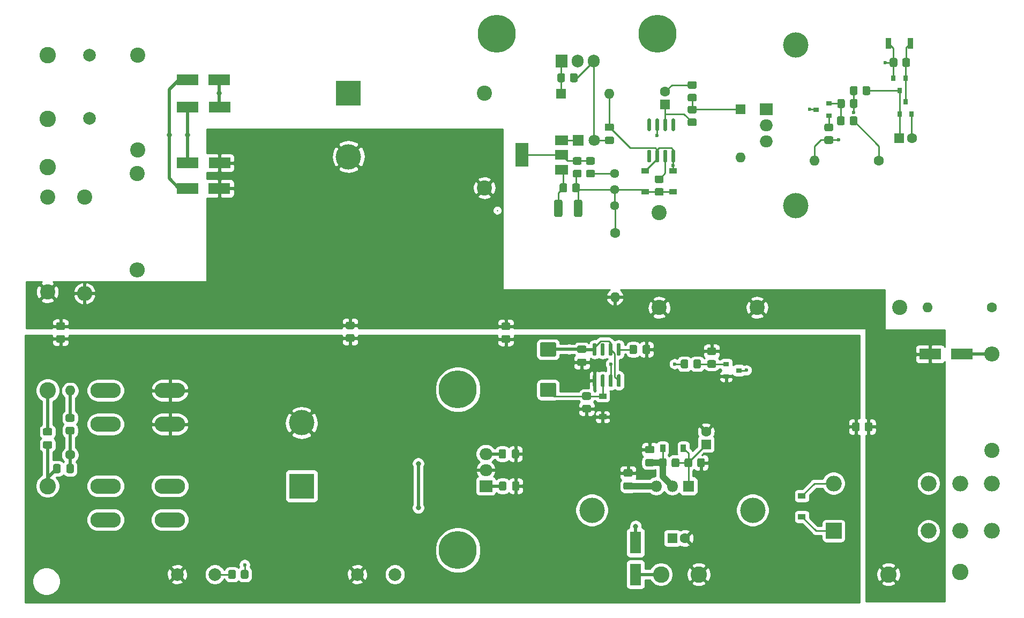
<source format=gbr>
G04 #@! TF.GenerationSoftware,KiCad,Pcbnew,(5.1.10-1-10_14)*
G04 #@! TF.CreationDate,2021-08-10T11:09:26+02:00*
G04 #@! TF.ProjectId,hv-power-supply-v1,68762d70-6f77-4657-922d-737570706c79,rev?*
G04 #@! TF.SameCoordinates,Original*
G04 #@! TF.FileFunction,Copper,L1,Top*
G04 #@! TF.FilePolarity,Positive*
%FSLAX46Y46*%
G04 Gerber Fmt 4.6, Leading zero omitted, Abs format (unit mm)*
G04 Created by KiCad (PCBNEW (5.1.10-1-10_14)) date 2021-08-10 11:09:26*
%MOMM*%
%LPD*%
G01*
G04 APERTURE LIST*
G04 #@! TA.AperFunction,ComponentPad*
%ADD10C,2.400000*%
G04 #@! TD*
G04 #@! TA.AperFunction,SMDPad,CuDef*
%ADD11R,0.900000X1.700000*%
G04 #@! TD*
G04 #@! TA.AperFunction,ComponentPad*
%ADD12O,1.600000X1.600000*%
G04 #@! TD*
G04 #@! TA.AperFunction,ComponentPad*
%ADD13C,1.600000*%
G04 #@! TD*
G04 #@! TA.AperFunction,SMDPad,CuDef*
%ADD14R,2.000000X1.500000*%
G04 #@! TD*
G04 #@! TA.AperFunction,SMDPad,CuDef*
%ADD15R,2.000000X3.800000*%
G04 #@! TD*
G04 #@! TA.AperFunction,ComponentPad*
%ADD16C,1.440000*%
G04 #@! TD*
G04 #@! TA.AperFunction,SMDPad,CuDef*
%ADD17R,0.800000X0.900000*%
G04 #@! TD*
G04 #@! TA.AperFunction,SMDPad,CuDef*
%ADD18R,0.900000X0.800000*%
G04 #@! TD*
G04 #@! TA.AperFunction,ComponentPad*
%ADD19O,2.000000X1.905000*%
G04 #@! TD*
G04 #@! TA.AperFunction,ComponentPad*
%ADD20R,2.000000X1.905000*%
G04 #@! TD*
G04 #@! TA.AperFunction,ComponentPad*
%ADD21C,6.000000*%
G04 #@! TD*
G04 #@! TA.AperFunction,ComponentPad*
%ADD22C,4.000000*%
G04 #@! TD*
G04 #@! TA.AperFunction,SMDPad,CuDef*
%ADD23R,3.500000X1.800000*%
G04 #@! TD*
G04 #@! TA.AperFunction,ComponentPad*
%ADD24R,1.600000X1.600000*%
G04 #@! TD*
G04 #@! TA.AperFunction,SMDPad,CuDef*
%ADD25R,1.200000X0.900000*%
G04 #@! TD*
G04 #@! TA.AperFunction,ComponentPad*
%ADD26C,1.800000*%
G04 #@! TD*
G04 #@! TA.AperFunction,ComponentPad*
%ADD27R,1.800000X1.800000*%
G04 #@! TD*
G04 #@! TA.AperFunction,ComponentPad*
%ADD28O,2.400000X2.400000*%
G04 #@! TD*
G04 #@! TA.AperFunction,ComponentPad*
%ADD29C,2.000000*%
G04 #@! TD*
G04 #@! TA.AperFunction,ComponentPad*
%ADD30R,4.000000X4.000000*%
G04 #@! TD*
G04 #@! TA.AperFunction,SMDPad,CuDef*
%ADD31R,1.800000X3.500000*%
G04 #@! TD*
G04 #@! TA.AperFunction,ComponentPad*
%ADD32O,4.800600X2.400300*%
G04 #@! TD*
G04 #@! TA.AperFunction,SMDPad,CuDef*
%ADD33R,0.900000X1.200000*%
G04 #@! TD*
G04 #@! TA.AperFunction,ComponentPad*
%ADD34O,1.905000X2.000000*%
G04 #@! TD*
G04 #@! TA.AperFunction,ComponentPad*
%ADD35R,1.905000X2.000000*%
G04 #@! TD*
G04 #@! TA.AperFunction,ComponentPad*
%ADD36C,2.600000*%
G04 #@! TD*
G04 #@! TA.AperFunction,ComponentPad*
%ADD37O,2.500000X2.500000*%
G04 #@! TD*
G04 #@! TA.AperFunction,ComponentPad*
%ADD38R,2.500000X2.500000*%
G04 #@! TD*
G04 #@! TA.AperFunction,ComponentPad*
%ADD39O,1.800000X1.800000*%
G04 #@! TD*
G04 #@! TA.AperFunction,ViaPad*
%ADD40C,0.600000*%
G04 #@! TD*
G04 #@! TA.AperFunction,ViaPad*
%ADD41C,0.800000*%
G04 #@! TD*
G04 #@! TA.AperFunction,Conductor*
%ADD42C,0.500000*%
G04 #@! TD*
G04 #@! TA.AperFunction,Conductor*
%ADD43C,0.250000*%
G04 #@! TD*
G04 #@! TA.AperFunction,Conductor*
%ADD44C,1.000000*%
G04 #@! TD*
G04 #@! TA.AperFunction,Conductor*
%ADD45C,0.254000*%
G04 #@! TD*
G04 #@! TA.AperFunction,Conductor*
%ADD46C,0.100000*%
G04 #@! TD*
G04 APERTURE END LIST*
D10*
X156019500Y-82536000D03*
X156019500Y-97536000D03*
D11*
X195678000Y-55753000D03*
X192278000Y-55753000D03*
D12*
X180594000Y-74358500D03*
D13*
X190754000Y-74358500D03*
G04 #@! TA.AperFunction,SMDPad,CuDef*
G36*
G01*
X154582000Y-69618500D02*
X154282000Y-69618500D01*
G75*
G02*
X154132000Y-69468500I0J150000D01*
G01*
X154132000Y-67818500D01*
G75*
G02*
X154282000Y-67668500I150000J0D01*
G01*
X154582000Y-67668500D01*
G75*
G02*
X154732000Y-67818500I0J-150000D01*
G01*
X154732000Y-69468500D01*
G75*
G02*
X154582000Y-69618500I-150000J0D01*
G01*
G37*
G04 #@! TD.AperFunction*
G04 #@! TA.AperFunction,SMDPad,CuDef*
G36*
G01*
X155852000Y-69618500D02*
X155552000Y-69618500D01*
G75*
G02*
X155402000Y-69468500I0J150000D01*
G01*
X155402000Y-67818500D01*
G75*
G02*
X155552000Y-67668500I150000J0D01*
G01*
X155852000Y-67668500D01*
G75*
G02*
X156002000Y-67818500I0J-150000D01*
G01*
X156002000Y-69468500D01*
G75*
G02*
X155852000Y-69618500I-150000J0D01*
G01*
G37*
G04 #@! TD.AperFunction*
G04 #@! TA.AperFunction,SMDPad,CuDef*
G36*
G01*
X157122000Y-69618500D02*
X156822000Y-69618500D01*
G75*
G02*
X156672000Y-69468500I0J150000D01*
G01*
X156672000Y-67818500D01*
G75*
G02*
X156822000Y-67668500I150000J0D01*
G01*
X157122000Y-67668500D01*
G75*
G02*
X157272000Y-67818500I0J-150000D01*
G01*
X157272000Y-69468500D01*
G75*
G02*
X157122000Y-69618500I-150000J0D01*
G01*
G37*
G04 #@! TD.AperFunction*
G04 #@! TA.AperFunction,SMDPad,CuDef*
G36*
G01*
X158392000Y-69618500D02*
X158092000Y-69618500D01*
G75*
G02*
X157942000Y-69468500I0J150000D01*
G01*
X157942000Y-67818500D01*
G75*
G02*
X158092000Y-67668500I150000J0D01*
G01*
X158392000Y-67668500D01*
G75*
G02*
X158542000Y-67818500I0J-150000D01*
G01*
X158542000Y-69468500D01*
G75*
G02*
X158392000Y-69618500I-150000J0D01*
G01*
G37*
G04 #@! TD.AperFunction*
G04 #@! TA.AperFunction,SMDPad,CuDef*
G36*
G01*
X158392000Y-74568500D02*
X158092000Y-74568500D01*
G75*
G02*
X157942000Y-74418500I0J150000D01*
G01*
X157942000Y-72768500D01*
G75*
G02*
X158092000Y-72618500I150000J0D01*
G01*
X158392000Y-72618500D01*
G75*
G02*
X158542000Y-72768500I0J-150000D01*
G01*
X158542000Y-74418500D01*
G75*
G02*
X158392000Y-74568500I-150000J0D01*
G01*
G37*
G04 #@! TD.AperFunction*
G04 #@! TA.AperFunction,SMDPad,CuDef*
G36*
G01*
X157122000Y-74568500D02*
X156822000Y-74568500D01*
G75*
G02*
X156672000Y-74418500I0J150000D01*
G01*
X156672000Y-72768500D01*
G75*
G02*
X156822000Y-72618500I150000J0D01*
G01*
X157122000Y-72618500D01*
G75*
G02*
X157272000Y-72768500I0J-150000D01*
G01*
X157272000Y-74418500D01*
G75*
G02*
X157122000Y-74568500I-150000J0D01*
G01*
G37*
G04 #@! TD.AperFunction*
G04 #@! TA.AperFunction,SMDPad,CuDef*
G36*
G01*
X155852000Y-74568500D02*
X155552000Y-74568500D01*
G75*
G02*
X155402000Y-74418500I0J150000D01*
G01*
X155402000Y-72768500D01*
G75*
G02*
X155552000Y-72618500I150000J0D01*
G01*
X155852000Y-72618500D01*
G75*
G02*
X156002000Y-72768500I0J-150000D01*
G01*
X156002000Y-74418500D01*
G75*
G02*
X155852000Y-74568500I-150000J0D01*
G01*
G37*
G04 #@! TD.AperFunction*
G04 #@! TA.AperFunction,SMDPad,CuDef*
G36*
G01*
X154582000Y-74568500D02*
X154282000Y-74568500D01*
G75*
G02*
X154132000Y-74418500I0J150000D01*
G01*
X154132000Y-72768500D01*
G75*
G02*
X154282000Y-72618500I150000J0D01*
G01*
X154582000Y-72618500D01*
G75*
G02*
X154732000Y-72768500I0J-150000D01*
G01*
X154732000Y-74418500D01*
G75*
G02*
X154582000Y-74568500I-150000J0D01*
G01*
G37*
G04 #@! TD.AperFunction*
D14*
X140589000Y-75720000D03*
X140589000Y-71120000D03*
X140589000Y-73420000D03*
D15*
X134289000Y-73420000D03*
D16*
X148971000Y-81407000D03*
X148971000Y-78867000D03*
X148971000Y-76327000D03*
G04 #@! TA.AperFunction,SMDPad,CuDef*
G36*
G01*
X194440000Y-59251001D02*
X194440000Y-58350999D01*
G75*
G02*
X194689999Y-58101000I249999J0D01*
G01*
X195390001Y-58101000D01*
G75*
G02*
X195640000Y-58350999I0J-249999D01*
G01*
X195640000Y-59251001D01*
G75*
G02*
X195390001Y-59501000I-249999J0D01*
G01*
X194689999Y-59501000D01*
G75*
G02*
X194440000Y-59251001I0J249999D01*
G01*
G37*
G04 #@! TD.AperFunction*
G04 #@! TA.AperFunction,SMDPad,CuDef*
G36*
G01*
X192440000Y-59251001D02*
X192440000Y-58350999D01*
G75*
G02*
X192689999Y-58101000I249999J0D01*
G01*
X193390001Y-58101000D01*
G75*
G02*
X193640000Y-58350999I0J-249999D01*
G01*
X193640000Y-59251001D01*
G75*
G02*
X193390001Y-59501000I-249999J0D01*
G01*
X192689999Y-59501000D01*
G75*
G02*
X192440000Y-59251001I0J249999D01*
G01*
G37*
G04 #@! TD.AperFunction*
G04 #@! TA.AperFunction,SMDPad,CuDef*
G36*
G01*
X141125500Y-60763999D02*
X141125500Y-61664001D01*
G75*
G02*
X140875501Y-61914000I-249999J0D01*
G01*
X140175499Y-61914000D01*
G75*
G02*
X139925500Y-61664001I0J249999D01*
G01*
X139925500Y-60763999D01*
G75*
G02*
X140175499Y-60514000I249999J0D01*
G01*
X140875501Y-60514000D01*
G75*
G02*
X141125500Y-60763999I0J-249999D01*
G01*
G37*
G04 #@! TD.AperFunction*
G04 #@! TA.AperFunction,SMDPad,CuDef*
G36*
G01*
X143125500Y-60763999D02*
X143125500Y-61664001D01*
G75*
G02*
X142875501Y-61914000I-249999J0D01*
G01*
X142175499Y-61914000D01*
G75*
G02*
X141925500Y-61664001I0J249999D01*
G01*
X141925500Y-60763999D01*
G75*
G02*
X142175499Y-60514000I249999J0D01*
G01*
X142875501Y-60514000D01*
G75*
G02*
X143125500Y-60763999I0J-249999D01*
G01*
G37*
G04 #@! TD.AperFunction*
G04 #@! TA.AperFunction,SMDPad,CuDef*
G36*
G01*
X185321500Y-67558499D02*
X185321500Y-68458501D01*
G75*
G02*
X185071501Y-68708500I-249999J0D01*
G01*
X184371499Y-68708500D01*
G75*
G02*
X184121500Y-68458501I0J249999D01*
G01*
X184121500Y-67558499D01*
G75*
G02*
X184371499Y-67308500I249999J0D01*
G01*
X185071501Y-67308500D01*
G75*
G02*
X185321500Y-67558499I0J-249999D01*
G01*
G37*
G04 #@! TD.AperFunction*
G04 #@! TA.AperFunction,SMDPad,CuDef*
G36*
G01*
X187321500Y-67558499D02*
X187321500Y-68458501D01*
G75*
G02*
X187071501Y-68708500I-249999J0D01*
G01*
X186371499Y-68708500D01*
G75*
G02*
X186121500Y-68458501I0J249999D01*
G01*
X186121500Y-67558499D01*
G75*
G02*
X186371499Y-67308500I249999J0D01*
G01*
X187071501Y-67308500D01*
G75*
G02*
X187321500Y-67558499I0J-249999D01*
G01*
G37*
G04 #@! TD.AperFunction*
G04 #@! TA.AperFunction,SMDPad,CuDef*
G36*
G01*
X187353500Y-62795999D02*
X187353500Y-63696001D01*
G75*
G02*
X187103501Y-63946000I-249999J0D01*
G01*
X186403499Y-63946000D01*
G75*
G02*
X186153500Y-63696001I0J249999D01*
G01*
X186153500Y-62795999D01*
G75*
G02*
X186403499Y-62546000I249999J0D01*
G01*
X187103501Y-62546000D01*
G75*
G02*
X187353500Y-62795999I0J-249999D01*
G01*
G37*
G04 #@! TD.AperFunction*
G04 #@! TA.AperFunction,SMDPad,CuDef*
G36*
G01*
X189353500Y-62795999D02*
X189353500Y-63696001D01*
G75*
G02*
X189103501Y-63946000I-249999J0D01*
G01*
X188403499Y-63946000D01*
G75*
G02*
X188153500Y-63696001I0J249999D01*
G01*
X188153500Y-62795999D01*
G75*
G02*
X188403499Y-62546000I249999J0D01*
G01*
X189103501Y-62546000D01*
G75*
G02*
X189353500Y-62795999I0J-249999D01*
G01*
G37*
G04 #@! TD.AperFunction*
G04 #@! TA.AperFunction,SMDPad,CuDef*
G36*
G01*
X186153500Y-65728001D02*
X186153500Y-64827999D01*
G75*
G02*
X186403499Y-64578000I249999J0D01*
G01*
X187103501Y-64578000D01*
G75*
G02*
X187353500Y-64827999I0J-249999D01*
G01*
X187353500Y-65728001D01*
G75*
G02*
X187103501Y-65978000I-249999J0D01*
G01*
X186403499Y-65978000D01*
G75*
G02*
X186153500Y-65728001I0J249999D01*
G01*
G37*
G04 #@! TD.AperFunction*
G04 #@! TA.AperFunction,SMDPad,CuDef*
G36*
G01*
X184153500Y-65728001D02*
X184153500Y-64827999D01*
G75*
G02*
X184403499Y-64578000I249999J0D01*
G01*
X185103501Y-64578000D01*
G75*
G02*
X185353500Y-64827999I0J-249999D01*
G01*
X185353500Y-65728001D01*
G75*
G02*
X185103501Y-65978000I-249999J0D01*
G01*
X184403499Y-65978000D01*
G75*
G02*
X184153500Y-65728001I0J249999D01*
G01*
G37*
G04 #@! TD.AperFunction*
G04 #@! TA.AperFunction,SMDPad,CuDef*
G36*
G01*
X182366499Y-70456500D02*
X183266501Y-70456500D01*
G75*
G02*
X183516500Y-70706499I0J-249999D01*
G01*
X183516500Y-71406501D01*
G75*
G02*
X183266501Y-71656500I-249999J0D01*
G01*
X182366499Y-71656500D01*
G75*
G02*
X182116500Y-71406501I0J249999D01*
G01*
X182116500Y-70706499D01*
G75*
G02*
X182366499Y-70456500I249999J0D01*
G01*
G37*
G04 #@! TD.AperFunction*
G04 #@! TA.AperFunction,SMDPad,CuDef*
G36*
G01*
X182366499Y-68456500D02*
X183266501Y-68456500D01*
G75*
G02*
X183516500Y-68706499I0J-249999D01*
G01*
X183516500Y-69406501D01*
G75*
G02*
X183266501Y-69656500I-249999J0D01*
G01*
X182366499Y-69656500D01*
G75*
G02*
X182116500Y-69406501I0J249999D01*
G01*
X182116500Y-68706499D01*
G75*
G02*
X182366499Y-68456500I249999J0D01*
G01*
G37*
G04 #@! TD.AperFunction*
G04 #@! TA.AperFunction,SMDPad,CuDef*
G36*
G01*
X160776499Y-63757000D02*
X161676501Y-63757000D01*
G75*
G02*
X161926500Y-64006999I0J-249999D01*
G01*
X161926500Y-64707001D01*
G75*
G02*
X161676501Y-64957000I-249999J0D01*
G01*
X160776499Y-64957000D01*
G75*
G02*
X160526500Y-64707001I0J249999D01*
G01*
X160526500Y-64006999D01*
G75*
G02*
X160776499Y-63757000I249999J0D01*
G01*
G37*
G04 #@! TD.AperFunction*
G04 #@! TA.AperFunction,SMDPad,CuDef*
G36*
G01*
X160776499Y-61757000D02*
X161676501Y-61757000D01*
G75*
G02*
X161926500Y-62006999I0J-249999D01*
G01*
X161926500Y-62707001D01*
G75*
G02*
X161676501Y-62957000I-249999J0D01*
G01*
X160776499Y-62957000D01*
G75*
G02*
X160526500Y-62707001I0J249999D01*
G01*
X160526500Y-62006999D01*
G75*
G02*
X160776499Y-61757000I249999J0D01*
G01*
G37*
G04 #@! TD.AperFunction*
G04 #@! TA.AperFunction,SMDPad,CuDef*
G36*
G01*
X161676501Y-66846500D02*
X160776499Y-66846500D01*
G75*
G02*
X160526500Y-66596501I0J249999D01*
G01*
X160526500Y-65896499D01*
G75*
G02*
X160776499Y-65646500I249999J0D01*
G01*
X161676501Y-65646500D01*
G75*
G02*
X161926500Y-65896499I0J-249999D01*
G01*
X161926500Y-66596501D01*
G75*
G02*
X161676501Y-66846500I-249999J0D01*
G01*
G37*
G04 #@! TD.AperFunction*
G04 #@! TA.AperFunction,SMDPad,CuDef*
G36*
G01*
X161676501Y-68846500D02*
X160776499Y-68846500D01*
G75*
G02*
X160526500Y-68596501I0J249999D01*
G01*
X160526500Y-67896499D01*
G75*
G02*
X160776499Y-67646500I249999J0D01*
G01*
X161676501Y-67646500D01*
G75*
G02*
X161926500Y-67896499I0J-249999D01*
G01*
X161926500Y-68596501D01*
G75*
G02*
X161676501Y-68846500I-249999J0D01*
G01*
G37*
G04 #@! TD.AperFunction*
G04 #@! TA.AperFunction,SMDPad,CuDef*
G36*
G01*
X155569499Y-78648000D02*
X156469501Y-78648000D01*
G75*
G02*
X156719500Y-78897999I0J-249999D01*
G01*
X156719500Y-79598001D01*
G75*
G02*
X156469501Y-79848000I-249999J0D01*
G01*
X155569499Y-79848000D01*
G75*
G02*
X155319500Y-79598001I0J249999D01*
G01*
X155319500Y-78897999D01*
G75*
G02*
X155569499Y-78648000I249999J0D01*
G01*
G37*
G04 #@! TD.AperFunction*
G04 #@! TA.AperFunction,SMDPad,CuDef*
G36*
G01*
X155569499Y-76648000D02*
X156469501Y-76648000D01*
G75*
G02*
X156719500Y-76897999I0J-249999D01*
G01*
X156719500Y-77598001D01*
G75*
G02*
X156469501Y-77848000I-249999J0D01*
G01*
X155569499Y-77848000D01*
G75*
G02*
X155319500Y-77598001I0J249999D01*
G01*
X155319500Y-76897999D01*
G75*
G02*
X155569499Y-76648000I249999J0D01*
G01*
G37*
G04 #@! TD.AperFunction*
G04 #@! TA.AperFunction,SMDPad,CuDef*
G36*
G01*
X142615499Y-75758500D02*
X143515501Y-75758500D01*
G75*
G02*
X143765500Y-76008499I0J-249999D01*
G01*
X143765500Y-76708501D01*
G75*
G02*
X143515501Y-76958500I-249999J0D01*
G01*
X142615499Y-76958500D01*
G75*
G02*
X142365500Y-76708501I0J249999D01*
G01*
X142365500Y-76008499D01*
G75*
G02*
X142615499Y-75758500I249999J0D01*
G01*
G37*
G04 #@! TD.AperFunction*
G04 #@! TA.AperFunction,SMDPad,CuDef*
G36*
G01*
X142615499Y-73758500D02*
X143515501Y-73758500D01*
G75*
G02*
X143765500Y-74008499I0J-249999D01*
G01*
X143765500Y-74708501D01*
G75*
G02*
X143515501Y-74958500I-249999J0D01*
G01*
X142615499Y-74958500D01*
G75*
G02*
X142365500Y-74708501I0J249999D01*
G01*
X142365500Y-74008499D01*
G75*
G02*
X142615499Y-73758500I249999J0D01*
G01*
G37*
G04 #@! TD.AperFunction*
D12*
X149034500Y-95885000D03*
D13*
X149034500Y-85725000D03*
G04 #@! TA.AperFunction,SMDPad,CuDef*
G36*
G01*
X144710999Y-75758500D02*
X145611001Y-75758500D01*
G75*
G02*
X145861000Y-76008499I0J-249999D01*
G01*
X145861000Y-76708501D01*
G75*
G02*
X145611001Y-76958500I-249999J0D01*
G01*
X144710999Y-76958500D01*
G75*
G02*
X144461000Y-76708501I0J249999D01*
G01*
X144461000Y-76008499D01*
G75*
G02*
X144710999Y-75758500I249999J0D01*
G01*
G37*
G04 #@! TD.AperFunction*
G04 #@! TA.AperFunction,SMDPad,CuDef*
G36*
G01*
X144710999Y-73758500D02*
X145611001Y-73758500D01*
G75*
G02*
X145861000Y-74008499I0J-249999D01*
G01*
X145861000Y-74708501D01*
G75*
G02*
X145611001Y-74958500I-249999J0D01*
G01*
X144710999Y-74958500D01*
G75*
G02*
X144461000Y-74708501I0J249999D01*
G01*
X144461000Y-74008499D01*
G75*
G02*
X144710999Y-73758500I249999J0D01*
G01*
G37*
G04 #@! TD.AperFunction*
G04 #@! TA.AperFunction,SMDPad,CuDef*
G36*
G01*
X142275000Y-79063001D02*
X142275000Y-78162999D01*
G75*
G02*
X142524999Y-77913000I249999J0D01*
G01*
X143225001Y-77913000D01*
G75*
G02*
X143475000Y-78162999I0J-249999D01*
G01*
X143475000Y-79063001D01*
G75*
G02*
X143225001Y-79313000I-249999J0D01*
G01*
X142524999Y-79313000D01*
G75*
G02*
X142275000Y-79063001I0J249999D01*
G01*
G37*
G04 #@! TD.AperFunction*
G04 #@! TA.AperFunction,SMDPad,CuDef*
G36*
G01*
X140275000Y-79063001D02*
X140275000Y-78162999D01*
G75*
G02*
X140524999Y-77913000I249999J0D01*
G01*
X141225001Y-77913000D01*
G75*
G02*
X141475000Y-78162999I0J-249999D01*
G01*
X141475000Y-79063001D01*
G75*
G02*
X141225001Y-79313000I-249999J0D01*
G01*
X140524999Y-79313000D01*
G75*
G02*
X140275000Y-79063001I0J249999D01*
G01*
G37*
G04 #@! TD.AperFunction*
D17*
X194947500Y-64992500D03*
X195897500Y-66992500D03*
X193997500Y-66992500D03*
X193990000Y-63246000D03*
X193040000Y-61246000D03*
X194940000Y-61246000D03*
D18*
X180816500Y-66233000D03*
X182816500Y-65283000D03*
X182816500Y-67183000D03*
D19*
X172910500Y-71310500D03*
X172910500Y-68770500D03*
D20*
X172910500Y-66230500D03*
D21*
X130365500Y-54229000D03*
X155765500Y-54229000D03*
D22*
X177609500Y-56007000D03*
X177609500Y-81407000D03*
D23*
X198835000Y-104902000D03*
X203835000Y-104902000D03*
D12*
X148145500Y-63754000D03*
D24*
X140525500Y-63754000D03*
D12*
X168910000Y-73850500D03*
D24*
X168910000Y-66230500D03*
D25*
X153797000Y-75948000D03*
X153797000Y-79248000D03*
X158242000Y-79246000D03*
X158242000Y-75946000D03*
D26*
X145796000Y-71120000D03*
D27*
X143256000Y-71120000D03*
D10*
X171492500Y-97536000D03*
X193992500Y-97536000D03*
D13*
X195961000Y-70739000D03*
D24*
X193961000Y-70739000D03*
D13*
X156972000Y-63405000D03*
D24*
X156972000Y-65405000D03*
G04 #@! TA.AperFunction,SMDPad,CuDef*
G36*
G01*
X148620500Y-69612000D02*
X147670500Y-69612000D01*
G75*
G02*
X147420500Y-69362000I0J250000D01*
G01*
X147420500Y-68687000D01*
G75*
G02*
X147670500Y-68437000I250000J0D01*
G01*
X148620500Y-68437000D01*
G75*
G02*
X148870500Y-68687000I0J-250000D01*
G01*
X148870500Y-69362000D01*
G75*
G02*
X148620500Y-69612000I-250000J0D01*
G01*
G37*
G04 #@! TD.AperFunction*
G04 #@! TA.AperFunction,SMDPad,CuDef*
G36*
G01*
X148620500Y-71687000D02*
X147670500Y-71687000D01*
G75*
G02*
X147420500Y-71437000I0J250000D01*
G01*
X147420500Y-70762000D01*
G75*
G02*
X147670500Y-70512000I250000J0D01*
G01*
X148620500Y-70512000D01*
G75*
G02*
X148870500Y-70762000I0J-250000D01*
G01*
X148870500Y-71437000D01*
G75*
G02*
X148620500Y-71687000I-250000J0D01*
G01*
G37*
G04 #@! TD.AperFunction*
G04 #@! TA.AperFunction,SMDPad,CuDef*
G36*
G01*
X142530000Y-82951501D02*
X142530000Y-80751499D01*
G75*
G02*
X142779999Y-80501500I249999J0D01*
G01*
X143605001Y-80501500D01*
G75*
G02*
X143855000Y-80751499I0J-249999D01*
G01*
X143855000Y-82951501D01*
G75*
G02*
X143605001Y-83201500I-249999J0D01*
G01*
X142779999Y-83201500D01*
G75*
G02*
X142530000Y-82951501I0J249999D01*
G01*
G37*
G04 #@! TD.AperFunction*
G04 #@! TA.AperFunction,SMDPad,CuDef*
G36*
G01*
X139405000Y-82951501D02*
X139405000Y-80751499D01*
G75*
G02*
X139654999Y-80501500I249999J0D01*
G01*
X140480001Y-80501500D01*
G75*
G02*
X140730000Y-80751499I0J-249999D01*
G01*
X140730000Y-82951501D01*
G75*
G02*
X140480001Y-83201500I-249999J0D01*
G01*
X139654999Y-83201500D01*
G75*
G02*
X139405000Y-82951501I0J249999D01*
G01*
G37*
G04 #@! TD.AperFunction*
D12*
X62928500Y-110680500D03*
D13*
X62928500Y-120840500D03*
D10*
X73596500Y-57658000D03*
X73596500Y-72658000D03*
D28*
X73533000Y-91567000D03*
D10*
X73533000Y-76327000D03*
D29*
X65976500Y-57658000D03*
X65976500Y-67658000D03*
G04 #@! TA.AperFunction,SMDPad,CuDef*
G36*
G01*
X63378501Y-115598500D02*
X62478499Y-115598500D01*
G75*
G02*
X62228500Y-115348501I0J249999D01*
G01*
X62228500Y-114648499D01*
G75*
G02*
X62478499Y-114398500I249999J0D01*
G01*
X63378501Y-114398500D01*
G75*
G02*
X63628500Y-114648499I0J-249999D01*
G01*
X63628500Y-115348501D01*
G75*
G02*
X63378501Y-115598500I-249999J0D01*
G01*
G37*
G04 #@! TD.AperFunction*
G04 #@! TA.AperFunction,SMDPad,CuDef*
G36*
G01*
X63378501Y-117598500D02*
X62478499Y-117598500D01*
G75*
G02*
X62228500Y-117348501I0J249999D01*
G01*
X62228500Y-116648499D01*
G75*
G02*
X62478499Y-116398500I249999J0D01*
G01*
X63378501Y-116398500D01*
G75*
G02*
X63628500Y-116648499I0J-249999D01*
G01*
X63628500Y-117348501D01*
G75*
G02*
X63378501Y-117598500I-249999J0D01*
G01*
G37*
G04 #@! TD.AperFunction*
G04 #@! TA.AperFunction,SMDPad,CuDef*
G36*
G01*
X62341000Y-123474500D02*
X62341000Y-122524500D01*
G75*
G02*
X62591000Y-122274500I250000J0D01*
G01*
X63266000Y-122274500D01*
G75*
G02*
X63516000Y-122524500I0J-250000D01*
G01*
X63516000Y-123474500D01*
G75*
G02*
X63266000Y-123724500I-250000J0D01*
G01*
X62591000Y-123724500D01*
G75*
G02*
X62341000Y-123474500I0J250000D01*
G01*
G37*
G04 #@! TD.AperFunction*
G04 #@! TA.AperFunction,SMDPad,CuDef*
G36*
G01*
X60266000Y-123474500D02*
X60266000Y-122524500D01*
G75*
G02*
X60516000Y-122274500I250000J0D01*
G01*
X61191000Y-122274500D01*
G75*
G02*
X61441000Y-122524500I0J-250000D01*
G01*
X61441000Y-123474500D01*
G75*
G02*
X61191000Y-123724500I-250000J0D01*
G01*
X60516000Y-123724500D01*
G75*
G02*
X60266000Y-123474500I0J250000D01*
G01*
G37*
G04 #@! TD.AperFunction*
G04 #@! TA.AperFunction,SMDPad,CuDef*
G36*
G01*
X59847500Y-117765500D02*
X58897500Y-117765500D01*
G75*
G02*
X58647500Y-117515500I0J250000D01*
G01*
X58647500Y-116840500D01*
G75*
G02*
X58897500Y-116590500I250000J0D01*
G01*
X59847500Y-116590500D01*
G75*
G02*
X60097500Y-116840500I0J-250000D01*
G01*
X60097500Y-117515500D01*
G75*
G02*
X59847500Y-117765500I-250000J0D01*
G01*
G37*
G04 #@! TD.AperFunction*
G04 #@! TA.AperFunction,SMDPad,CuDef*
G36*
G01*
X59847500Y-119840500D02*
X58897500Y-119840500D01*
G75*
G02*
X58647500Y-119590500I0J250000D01*
G01*
X58647500Y-118915500D01*
G75*
G02*
X58897500Y-118665500I250000J0D01*
G01*
X59847500Y-118665500D01*
G75*
G02*
X60097500Y-118915500I0J-250000D01*
G01*
X60097500Y-119590500D01*
G75*
G02*
X59847500Y-119840500I-250000J0D01*
G01*
G37*
G04 #@! TD.AperFunction*
D21*
X124206000Y-135890000D03*
X124206000Y-110490000D03*
D18*
X168602000Y-107465000D03*
X166602000Y-108415000D03*
X166602000Y-106515000D03*
D22*
X99504500Y-115753000D03*
D30*
X99504500Y-125753000D03*
D20*
X128613000Y-125753000D03*
D19*
X128613000Y-123213000D03*
X128613000Y-120673000D03*
D22*
X145377000Y-129563000D03*
X170777000Y-129563000D03*
D31*
X152298500Y-139723000D03*
X152298500Y-134723000D03*
D28*
X208597500Y-104902000D03*
D10*
X208597500Y-120142000D03*
D32*
X68542000Y-110640000D03*
X78702000Y-110640000D03*
X78702000Y-131087000D03*
X68542000Y-131087000D03*
X78702000Y-125753000D03*
X68542000Y-125753000D03*
X68542000Y-115974000D03*
X78702000Y-115974000D03*
D33*
X159853000Y-119784000D03*
X156553000Y-119784000D03*
D13*
X163411000Y-117149000D03*
D24*
X163411000Y-119149000D03*
G04 #@! TA.AperFunction,SMDPad,CuDef*
G36*
G01*
X61880001Y-101080000D02*
X60979999Y-101080000D01*
G75*
G02*
X60730000Y-100830001I0J249999D01*
G01*
X60730000Y-100129999D01*
G75*
G02*
X60979999Y-99880000I249999J0D01*
G01*
X61880001Y-99880000D01*
G75*
G02*
X62130000Y-100129999I0J-249999D01*
G01*
X62130000Y-100830001D01*
G75*
G02*
X61880001Y-101080000I-249999J0D01*
G01*
G37*
G04 #@! TD.AperFunction*
G04 #@! TA.AperFunction,SMDPad,CuDef*
G36*
G01*
X61880001Y-103080000D02*
X60979999Y-103080000D01*
G75*
G02*
X60730000Y-102830001I0J249999D01*
G01*
X60730000Y-102129999D01*
G75*
G02*
X60979999Y-101880000I249999J0D01*
G01*
X61880001Y-101880000D01*
G75*
G02*
X62130000Y-102129999I0J-249999D01*
G01*
X62130000Y-102830001D01*
G75*
G02*
X61880001Y-103080000I-249999J0D01*
G01*
G37*
G04 #@! TD.AperFunction*
D28*
X65214500Y-95313500D03*
D10*
X65214500Y-80073500D03*
D23*
X86534000Y-74676000D03*
X81534000Y-74676000D03*
X81534000Y-65849500D03*
X86534000Y-65849500D03*
X86521400Y-78712200D03*
X81521400Y-78712200D03*
X81521400Y-61491000D03*
X86521400Y-61491000D03*
G04 #@! TA.AperFunction,SMDPad,CuDef*
G36*
G01*
X145971500Y-105138000D02*
X145671500Y-105138000D01*
G75*
G02*
X145521500Y-104988000I0J150000D01*
G01*
X145521500Y-103338000D01*
G75*
G02*
X145671500Y-103188000I150000J0D01*
G01*
X145971500Y-103188000D01*
G75*
G02*
X146121500Y-103338000I0J-150000D01*
G01*
X146121500Y-104988000D01*
G75*
G02*
X145971500Y-105138000I-150000J0D01*
G01*
G37*
G04 #@! TD.AperFunction*
G04 #@! TA.AperFunction,SMDPad,CuDef*
G36*
G01*
X147241500Y-105138000D02*
X146941500Y-105138000D01*
G75*
G02*
X146791500Y-104988000I0J150000D01*
G01*
X146791500Y-103338000D01*
G75*
G02*
X146941500Y-103188000I150000J0D01*
G01*
X147241500Y-103188000D01*
G75*
G02*
X147391500Y-103338000I0J-150000D01*
G01*
X147391500Y-104988000D01*
G75*
G02*
X147241500Y-105138000I-150000J0D01*
G01*
G37*
G04 #@! TD.AperFunction*
G04 #@! TA.AperFunction,SMDPad,CuDef*
G36*
G01*
X148511500Y-105138000D02*
X148211500Y-105138000D01*
G75*
G02*
X148061500Y-104988000I0J150000D01*
G01*
X148061500Y-103338000D01*
G75*
G02*
X148211500Y-103188000I150000J0D01*
G01*
X148511500Y-103188000D01*
G75*
G02*
X148661500Y-103338000I0J-150000D01*
G01*
X148661500Y-104988000D01*
G75*
G02*
X148511500Y-105138000I-150000J0D01*
G01*
G37*
G04 #@! TD.AperFunction*
G04 #@! TA.AperFunction,SMDPad,CuDef*
G36*
G01*
X149781500Y-105138000D02*
X149481500Y-105138000D01*
G75*
G02*
X149331500Y-104988000I0J150000D01*
G01*
X149331500Y-103338000D01*
G75*
G02*
X149481500Y-103188000I150000J0D01*
G01*
X149781500Y-103188000D01*
G75*
G02*
X149931500Y-103338000I0J-150000D01*
G01*
X149931500Y-104988000D01*
G75*
G02*
X149781500Y-105138000I-150000J0D01*
G01*
G37*
G04 #@! TD.AperFunction*
G04 #@! TA.AperFunction,SMDPad,CuDef*
G36*
G01*
X149781500Y-110088000D02*
X149481500Y-110088000D01*
G75*
G02*
X149331500Y-109938000I0J150000D01*
G01*
X149331500Y-108288000D01*
G75*
G02*
X149481500Y-108138000I150000J0D01*
G01*
X149781500Y-108138000D01*
G75*
G02*
X149931500Y-108288000I0J-150000D01*
G01*
X149931500Y-109938000D01*
G75*
G02*
X149781500Y-110088000I-150000J0D01*
G01*
G37*
G04 #@! TD.AperFunction*
G04 #@! TA.AperFunction,SMDPad,CuDef*
G36*
G01*
X148511500Y-110088000D02*
X148211500Y-110088000D01*
G75*
G02*
X148061500Y-109938000I0J150000D01*
G01*
X148061500Y-108288000D01*
G75*
G02*
X148211500Y-108138000I150000J0D01*
G01*
X148511500Y-108138000D01*
G75*
G02*
X148661500Y-108288000I0J-150000D01*
G01*
X148661500Y-109938000D01*
G75*
G02*
X148511500Y-110088000I-150000J0D01*
G01*
G37*
G04 #@! TD.AperFunction*
G04 #@! TA.AperFunction,SMDPad,CuDef*
G36*
G01*
X147241500Y-110088000D02*
X146941500Y-110088000D01*
G75*
G02*
X146791500Y-109938000I0J150000D01*
G01*
X146791500Y-108288000D01*
G75*
G02*
X146941500Y-108138000I150000J0D01*
G01*
X147241500Y-108138000D01*
G75*
G02*
X147391500Y-108288000I0J-150000D01*
G01*
X147391500Y-109938000D01*
G75*
G02*
X147241500Y-110088000I-150000J0D01*
G01*
G37*
G04 #@! TD.AperFunction*
G04 #@! TA.AperFunction,SMDPad,CuDef*
G36*
G01*
X145971500Y-110088000D02*
X145671500Y-110088000D01*
G75*
G02*
X145521500Y-109938000I0J150000D01*
G01*
X145521500Y-108288000D01*
G75*
G02*
X145671500Y-108138000I150000J0D01*
G01*
X145971500Y-108138000D01*
G75*
G02*
X146121500Y-108288000I0J-150000D01*
G01*
X146121500Y-109938000D01*
G75*
G02*
X145971500Y-110088000I-150000J0D01*
G01*
G37*
G04 #@! TD.AperFunction*
D34*
X145669000Y-58610500D03*
X143129000Y-58610500D03*
D35*
X140589000Y-58610500D03*
G04 #@! TA.AperFunction,SMDPad,CuDef*
G36*
G01*
X188503000Y-116845501D02*
X188503000Y-115945499D01*
G75*
G02*
X188752999Y-115695500I249999J0D01*
G01*
X189453001Y-115695500D01*
G75*
G02*
X189703000Y-115945499I0J-249999D01*
G01*
X189703000Y-116845501D01*
G75*
G02*
X189453001Y-117095500I-249999J0D01*
G01*
X188752999Y-117095500D01*
G75*
G02*
X188503000Y-116845501I0J249999D01*
G01*
G37*
G04 #@! TD.AperFunction*
G04 #@! TA.AperFunction,SMDPad,CuDef*
G36*
G01*
X186503000Y-116845501D02*
X186503000Y-115945499D01*
G75*
G02*
X186752999Y-115695500I249999J0D01*
G01*
X187453001Y-115695500D01*
G75*
G02*
X187703000Y-115945499I0J-249999D01*
G01*
X187703000Y-116845501D01*
G75*
G02*
X187453001Y-117095500I-249999J0D01*
G01*
X186752999Y-117095500D01*
G75*
G02*
X186503000Y-116845501I0J249999D01*
G01*
G37*
G04 #@! TD.AperFunction*
G04 #@! TA.AperFunction,SMDPad,CuDef*
G36*
G01*
X132238001Y-101112000D02*
X131337999Y-101112000D01*
G75*
G02*
X131088000Y-100862001I0J249999D01*
G01*
X131088000Y-100161999D01*
G75*
G02*
X131337999Y-99912000I249999J0D01*
G01*
X132238001Y-99912000D01*
G75*
G02*
X132488000Y-100161999I0J-249999D01*
G01*
X132488000Y-100862001D01*
G75*
G02*
X132238001Y-101112000I-249999J0D01*
G01*
G37*
G04 #@! TD.AperFunction*
G04 #@! TA.AperFunction,SMDPad,CuDef*
G36*
G01*
X132238001Y-103112000D02*
X131337999Y-103112000D01*
G75*
G02*
X131088000Y-102862001I0J249999D01*
G01*
X131088000Y-102161999D01*
G75*
G02*
X131337999Y-101912000I249999J0D01*
G01*
X132238001Y-101912000D01*
G75*
G02*
X132488000Y-102161999I0J-249999D01*
G01*
X132488000Y-102862001D01*
G75*
G02*
X132238001Y-103112000I-249999J0D01*
G01*
G37*
G04 #@! TD.AperFunction*
G04 #@! TA.AperFunction,SMDPad,CuDef*
G36*
G01*
X107638001Y-100962000D02*
X106737999Y-100962000D01*
G75*
G02*
X106488000Y-100712001I0J249999D01*
G01*
X106488000Y-100011999D01*
G75*
G02*
X106737999Y-99762000I249999J0D01*
G01*
X107638001Y-99762000D01*
G75*
G02*
X107888000Y-100011999I0J-249999D01*
G01*
X107888000Y-100712001D01*
G75*
G02*
X107638001Y-100962000I-249999J0D01*
G01*
G37*
G04 #@! TD.AperFunction*
G04 #@! TA.AperFunction,SMDPad,CuDef*
G36*
G01*
X107638001Y-102962000D02*
X106737999Y-102962000D01*
G75*
G02*
X106488000Y-102712001I0J249999D01*
G01*
X106488000Y-102011999D01*
G75*
G02*
X106737999Y-101762000I249999J0D01*
G01*
X107638001Y-101762000D01*
G75*
G02*
X107888000Y-102011999I0J-249999D01*
G01*
X107888000Y-102712001D01*
G75*
G02*
X107638001Y-102962000I-249999J0D01*
G01*
G37*
G04 #@! TD.AperFunction*
G04 #@! TA.AperFunction,SMDPad,CuDef*
G36*
G01*
X157985000Y-122520001D02*
X157985000Y-121619999D01*
G75*
G02*
X158234999Y-121370000I249999J0D01*
G01*
X158935001Y-121370000D01*
G75*
G02*
X159185000Y-121619999I0J-249999D01*
G01*
X159185000Y-122520001D01*
G75*
G02*
X158935001Y-122770000I-249999J0D01*
G01*
X158234999Y-122770000D01*
G75*
G02*
X157985000Y-122520001I0J249999D01*
G01*
G37*
G04 #@! TD.AperFunction*
G04 #@! TA.AperFunction,SMDPad,CuDef*
G36*
G01*
X155985000Y-122520001D02*
X155985000Y-121619999D01*
G75*
G02*
X156234999Y-121370000I249999J0D01*
G01*
X156935001Y-121370000D01*
G75*
G02*
X157185000Y-121619999I0J-249999D01*
G01*
X157185000Y-122520001D01*
G75*
G02*
X156935001Y-122770000I-249999J0D01*
G01*
X156234999Y-122770000D01*
G75*
G02*
X155985000Y-122520001I0J249999D01*
G01*
G37*
G04 #@! TD.AperFunction*
G04 #@! TA.AperFunction,SMDPad,CuDef*
G36*
G01*
X162017000Y-122520001D02*
X162017000Y-121619999D01*
G75*
G02*
X162266999Y-121370000I249999J0D01*
G01*
X162967001Y-121370000D01*
G75*
G02*
X163217000Y-121619999I0J-249999D01*
G01*
X163217000Y-122520001D01*
G75*
G02*
X162967001Y-122770000I-249999J0D01*
G01*
X162266999Y-122770000D01*
G75*
G02*
X162017000Y-122520001I0J249999D01*
G01*
G37*
G04 #@! TD.AperFunction*
G04 #@! TA.AperFunction,SMDPad,CuDef*
G36*
G01*
X160017000Y-122520001D02*
X160017000Y-121619999D01*
G75*
G02*
X160266999Y-121370000I249999J0D01*
G01*
X160967001Y-121370000D01*
G75*
G02*
X161217000Y-121619999I0J-249999D01*
G01*
X161217000Y-122520001D01*
G75*
G02*
X160967001Y-122770000I-249999J0D01*
G01*
X160266999Y-122770000D01*
G75*
G02*
X160017000Y-122520001I0J249999D01*
G01*
G37*
G04 #@! TD.AperFunction*
G04 #@! TA.AperFunction,SMDPad,CuDef*
G36*
G01*
X89113000Y-139272999D02*
X89113000Y-140173001D01*
G75*
G02*
X88863001Y-140423000I-249999J0D01*
G01*
X88162999Y-140423000D01*
G75*
G02*
X87913000Y-140173001I0J249999D01*
G01*
X87913000Y-139272999D01*
G75*
G02*
X88162999Y-139023000I249999J0D01*
G01*
X88863001Y-139023000D01*
G75*
G02*
X89113000Y-139272999I0J-249999D01*
G01*
G37*
G04 #@! TD.AperFunction*
G04 #@! TA.AperFunction,SMDPad,CuDef*
G36*
G01*
X91113000Y-139272999D02*
X91113000Y-140173001D01*
G75*
G02*
X90863001Y-140423000I-249999J0D01*
G01*
X90162999Y-140423000D01*
G75*
G02*
X89913000Y-140173001I0J249999D01*
G01*
X89913000Y-139272999D01*
G75*
G02*
X90162999Y-139023000I249999J0D01*
G01*
X90863001Y-139023000D01*
G75*
G02*
X91113000Y-139272999I0J-249999D01*
G01*
G37*
G04 #@! TD.AperFunction*
G04 #@! TA.AperFunction,SMDPad,CuDef*
G36*
G01*
X163849999Y-105849000D02*
X164750001Y-105849000D01*
G75*
G02*
X165000000Y-106098999I0J-249999D01*
G01*
X165000000Y-106799001D01*
G75*
G02*
X164750001Y-107049000I-249999J0D01*
G01*
X163849999Y-107049000D01*
G75*
G02*
X163600000Y-106799001I0J249999D01*
G01*
X163600000Y-106098999D01*
G75*
G02*
X163849999Y-105849000I249999J0D01*
G01*
G37*
G04 #@! TD.AperFunction*
G04 #@! TA.AperFunction,SMDPad,CuDef*
G36*
G01*
X163849999Y-103849000D02*
X164750001Y-103849000D01*
G75*
G02*
X165000000Y-104098999I0J-249999D01*
G01*
X165000000Y-104799001D01*
G75*
G02*
X164750001Y-105049000I-249999J0D01*
G01*
X163849999Y-105049000D01*
G75*
G02*
X163600000Y-104799001I0J249999D01*
G01*
X163600000Y-104098999D01*
G75*
G02*
X163849999Y-103849000I249999J0D01*
G01*
G37*
G04 #@! TD.AperFunction*
G04 #@! TA.AperFunction,SMDPad,CuDef*
G36*
G01*
X161414000Y-106899001D02*
X161414000Y-105998999D01*
G75*
G02*
X161663999Y-105749000I249999J0D01*
G01*
X162364001Y-105749000D01*
G75*
G02*
X162614000Y-105998999I0J-249999D01*
G01*
X162614000Y-106899001D01*
G75*
G02*
X162364001Y-107149000I-249999J0D01*
G01*
X161663999Y-107149000D01*
G75*
G02*
X161414000Y-106899001I0J249999D01*
G01*
G37*
G04 #@! TD.AperFunction*
G04 #@! TA.AperFunction,SMDPad,CuDef*
G36*
G01*
X159414000Y-106899001D02*
X159414000Y-105998999D01*
G75*
G02*
X159663999Y-105749000I249999J0D01*
G01*
X160364001Y-105749000D01*
G75*
G02*
X160614000Y-105998999I0J-249999D01*
G01*
X160614000Y-106899001D01*
G75*
G02*
X160364001Y-107149000I-249999J0D01*
G01*
X159663999Y-107149000D01*
G75*
G02*
X159414000Y-106899001I0J249999D01*
G01*
G37*
G04 #@! TD.AperFunction*
G04 #@! TA.AperFunction,SMDPad,CuDef*
G36*
G01*
X144101499Y-112929000D02*
X145001501Y-112929000D01*
G75*
G02*
X145251500Y-113178999I0J-249999D01*
G01*
X145251500Y-113879001D01*
G75*
G02*
X145001501Y-114129000I-249999J0D01*
G01*
X144101499Y-114129000D01*
G75*
G02*
X143851500Y-113879001I0J249999D01*
G01*
X143851500Y-113178999D01*
G75*
G02*
X144101499Y-112929000I249999J0D01*
G01*
G37*
G04 #@! TD.AperFunction*
G04 #@! TA.AperFunction,SMDPad,CuDef*
G36*
G01*
X144101499Y-110929000D02*
X145001501Y-110929000D01*
G75*
G02*
X145251500Y-111178999I0J-249999D01*
G01*
X145251500Y-111879001D01*
G75*
G02*
X145001501Y-112129000I-249999J0D01*
G01*
X144101499Y-112129000D01*
G75*
G02*
X143851500Y-111879001I0J249999D01*
G01*
X143851500Y-111178999D01*
G75*
G02*
X144101499Y-110929000I249999J0D01*
G01*
G37*
G04 #@! TD.AperFunction*
G04 #@! TA.AperFunction,SMDPad,CuDef*
G36*
G01*
X154996000Y-120582500D02*
X154046000Y-120582500D01*
G75*
G02*
X153796000Y-120332500I0J250000D01*
G01*
X153796000Y-119657500D01*
G75*
G02*
X154046000Y-119407500I250000J0D01*
G01*
X154996000Y-119407500D01*
G75*
G02*
X155246000Y-119657500I0J-250000D01*
G01*
X155246000Y-120332500D01*
G75*
G02*
X154996000Y-120582500I-250000J0D01*
G01*
G37*
G04 #@! TD.AperFunction*
G04 #@! TA.AperFunction,SMDPad,CuDef*
G36*
G01*
X154996000Y-122657500D02*
X154046000Y-122657500D01*
G75*
G02*
X153796000Y-122407500I0J250000D01*
G01*
X153796000Y-121732500D01*
G75*
G02*
X154046000Y-121482500I250000J0D01*
G01*
X154996000Y-121482500D01*
G75*
G02*
X155246000Y-121732500I0J-250000D01*
G01*
X155246000Y-122407500D01*
G75*
G02*
X154996000Y-122657500I-250000J0D01*
G01*
G37*
G04 #@! TD.AperFunction*
G04 #@! TA.AperFunction,SMDPad,CuDef*
G36*
G01*
X151567000Y-124265500D02*
X150617000Y-124265500D01*
G75*
G02*
X150367000Y-124015500I0J250000D01*
G01*
X150367000Y-123340500D01*
G75*
G02*
X150617000Y-123090500I250000J0D01*
G01*
X151567000Y-123090500D01*
G75*
G02*
X151817000Y-123340500I0J-250000D01*
G01*
X151817000Y-124015500D01*
G75*
G02*
X151567000Y-124265500I-250000J0D01*
G01*
G37*
G04 #@! TD.AperFunction*
G04 #@! TA.AperFunction,SMDPad,CuDef*
G36*
G01*
X151567000Y-126340500D02*
X150617000Y-126340500D01*
G75*
G02*
X150367000Y-126090500I0J250000D01*
G01*
X150367000Y-125415500D01*
G75*
G02*
X150617000Y-125165500I250000J0D01*
G01*
X151567000Y-125165500D01*
G75*
G02*
X151817000Y-125415500I0J-250000D01*
G01*
X151817000Y-126090500D01*
G75*
G02*
X151567000Y-126340500I-250000J0D01*
G01*
G37*
G04 #@! TD.AperFunction*
G04 #@! TA.AperFunction,SMDPad,CuDef*
G36*
G01*
X143314500Y-105607500D02*
X144264500Y-105607500D01*
G75*
G02*
X144514500Y-105857500I0J-250000D01*
G01*
X144514500Y-106532500D01*
G75*
G02*
X144264500Y-106782500I-250000J0D01*
G01*
X143314500Y-106782500D01*
G75*
G02*
X143064500Y-106532500I0J250000D01*
G01*
X143064500Y-105857500D01*
G75*
G02*
X143314500Y-105607500I250000J0D01*
G01*
G37*
G04 #@! TD.AperFunction*
G04 #@! TA.AperFunction,SMDPad,CuDef*
G36*
G01*
X143314500Y-103532500D02*
X144264500Y-103532500D01*
G75*
G02*
X144514500Y-103782500I0J-250000D01*
G01*
X144514500Y-104457500D01*
G75*
G02*
X144264500Y-104707500I-250000J0D01*
G01*
X143314500Y-104707500D01*
G75*
G02*
X143064500Y-104457500I0J250000D01*
G01*
X143064500Y-103782500D01*
G75*
G02*
X143314500Y-103532500I250000J0D01*
G01*
G37*
G04 #@! TD.AperFunction*
G04 #@! TA.AperFunction,SMDPad,CuDef*
G36*
G01*
X153405000Y-104638000D02*
X153405000Y-103688000D01*
G75*
G02*
X153655000Y-103438000I250000J0D01*
G01*
X154330000Y-103438000D01*
G75*
G02*
X154580000Y-103688000I0J-250000D01*
G01*
X154580000Y-104638000D01*
G75*
G02*
X154330000Y-104888000I-250000J0D01*
G01*
X153655000Y-104888000D01*
G75*
G02*
X153405000Y-104638000I0J250000D01*
G01*
G37*
G04 #@! TD.AperFunction*
G04 #@! TA.AperFunction,SMDPad,CuDef*
G36*
G01*
X151330000Y-104638000D02*
X151330000Y-103688000D01*
G75*
G02*
X151580000Y-103438000I250000J0D01*
G01*
X152255000Y-103438000D01*
G75*
G02*
X152505000Y-103688000I0J-250000D01*
G01*
X152505000Y-104638000D01*
G75*
G02*
X152255000Y-104888000I-250000J0D01*
G01*
X151580000Y-104888000D01*
G75*
G02*
X151330000Y-104638000I0J250000D01*
G01*
G37*
G04 #@! TD.AperFunction*
G04 #@! TA.AperFunction,SMDPad,CuDef*
G36*
G01*
X130649500Y-121148000D02*
X130649500Y-120198000D01*
G75*
G02*
X130899500Y-119948000I250000J0D01*
G01*
X131574500Y-119948000D01*
G75*
G02*
X131824500Y-120198000I0J-250000D01*
G01*
X131824500Y-121148000D01*
G75*
G02*
X131574500Y-121398000I-250000J0D01*
G01*
X130899500Y-121398000D01*
G75*
G02*
X130649500Y-121148000I0J250000D01*
G01*
G37*
G04 #@! TD.AperFunction*
G04 #@! TA.AperFunction,SMDPad,CuDef*
G36*
G01*
X132724500Y-121148000D02*
X132724500Y-120198000D01*
G75*
G02*
X132974500Y-119948000I250000J0D01*
G01*
X133649500Y-119948000D01*
G75*
G02*
X133899500Y-120198000I0J-250000D01*
G01*
X133899500Y-121148000D01*
G75*
G02*
X133649500Y-121398000I-250000J0D01*
G01*
X132974500Y-121398000D01*
G75*
G02*
X132724500Y-121148000I0J250000D01*
G01*
G37*
G04 #@! TD.AperFunction*
G04 #@! TA.AperFunction,SMDPad,CuDef*
G36*
G01*
X130692500Y-126228000D02*
X130692500Y-125278000D01*
G75*
G02*
X130942500Y-125028000I250000J0D01*
G01*
X131617500Y-125028000D01*
G75*
G02*
X131867500Y-125278000I0J-250000D01*
G01*
X131867500Y-126228000D01*
G75*
G02*
X131617500Y-126478000I-250000J0D01*
G01*
X130942500Y-126478000D01*
G75*
G02*
X130692500Y-126228000I0J250000D01*
G01*
G37*
G04 #@! TD.AperFunction*
G04 #@! TA.AperFunction,SMDPad,CuDef*
G36*
G01*
X132767500Y-126228000D02*
X132767500Y-125278000D01*
G75*
G02*
X133017500Y-125028000I250000J0D01*
G01*
X133692500Y-125028000D01*
G75*
G02*
X133942500Y-125278000I0J-250000D01*
G01*
X133942500Y-126228000D01*
G75*
G02*
X133692500Y-126478000I-250000J0D01*
G01*
X133017500Y-126478000D01*
G75*
G02*
X132767500Y-126228000I0J250000D01*
G01*
G37*
G04 #@! TD.AperFunction*
D36*
X162268000Y-139723000D03*
X156299000Y-139723000D03*
X59398000Y-110640000D03*
X59372500Y-125753000D03*
X59398000Y-75334000D03*
X59372500Y-67691000D03*
X59372500Y-57658000D03*
D13*
X160077000Y-134008000D03*
D24*
X158077000Y-134008000D03*
G04 #@! TA.AperFunction,SMDPad,CuDef*
G36*
G01*
X137430499Y-109438000D02*
X139480501Y-109438000D01*
G75*
G02*
X139730500Y-109687999I0J-249999D01*
G01*
X139730500Y-111438001D01*
G75*
G02*
X139480501Y-111688000I-249999J0D01*
G01*
X137430499Y-111688000D01*
G75*
G02*
X137180500Y-111438001I0J249999D01*
G01*
X137180500Y-109687999D01*
G75*
G02*
X137430499Y-109438000I249999J0D01*
G01*
G37*
G04 #@! TD.AperFunction*
G04 #@! TA.AperFunction,SMDPad,CuDef*
G36*
G01*
X137430499Y-103038000D02*
X139480501Y-103038000D01*
G75*
G02*
X139730500Y-103287999I0J-249999D01*
G01*
X139730500Y-105038001D01*
G75*
G02*
X139480501Y-105288000I-249999J0D01*
G01*
X137430499Y-105288000D01*
G75*
G02*
X137180500Y-105038001I0J249999D01*
G01*
X137180500Y-103287999D01*
G75*
G02*
X137430499Y-103038000I249999J0D01*
G01*
G37*
G04 #@! TD.AperFunction*
D37*
X183578500Y-125342000D03*
X198578500Y-125342000D03*
X203578500Y-125342000D03*
X208578500Y-125342000D03*
X208578500Y-132842000D03*
X203578500Y-132842000D03*
X198578500Y-132842000D03*
D38*
X183578500Y-132842000D03*
D12*
X198437500Y-97536000D03*
D13*
X208597500Y-97536000D03*
D29*
X108293000Y-139723000D03*
X114262000Y-139723000D03*
X79845000Y-139723000D03*
X85814000Y-139723000D03*
D36*
X192240000Y-139723000D03*
X203543000Y-139342000D03*
D25*
X178562000Y-127319500D03*
X178562000Y-130619500D03*
X147091500Y-114829000D03*
X147091500Y-111529000D03*
D10*
X128397000Y-63627000D03*
X128397000Y-78627000D03*
D22*
X106934000Y-73690500D03*
D30*
X106934000Y-63690500D03*
D10*
X59372500Y-95073500D03*
X59372500Y-80073500D03*
D27*
X160617000Y-125753000D03*
D39*
X158077000Y-125753000D03*
X155537000Y-125753000D03*
D40*
X141800500Y-104120000D03*
D41*
X117945000Y-122197000D03*
X117945000Y-129182000D03*
D40*
X90513000Y-138199000D03*
D41*
X86521400Y-63656100D03*
D40*
X148361500Y-106449000D03*
X158458000Y-106449000D03*
X169799000Y-107442000D03*
D41*
X152298500Y-132103000D03*
X78613000Y-70294500D03*
X81534000Y-70294500D03*
D40*
X158242000Y-75057000D03*
X155702000Y-70358000D03*
X184340500Y-71056500D03*
X186753500Y-66675000D03*
X179832000Y-66230500D03*
X191706500Y-58801000D03*
D42*
X78702000Y-110640000D02*
X78067000Y-110640000D01*
X78702000Y-115974000D02*
X78194000Y-115974000D01*
X143832500Y-104163000D02*
X143789500Y-104120000D01*
X145821500Y-104163000D02*
X143832500Y-104163000D01*
X138498500Y-104120000D02*
X138455500Y-104163000D01*
X143789500Y-104120000D02*
X141800500Y-104120000D01*
X141800500Y-104120000D02*
X138498500Y-104120000D01*
D43*
X149631500Y-109113000D02*
X149631500Y-108138000D01*
X145821500Y-103786232D02*
X145821500Y-104163000D01*
X148036490Y-102862990D02*
X146744742Y-102862990D01*
X148361500Y-103188000D02*
X148036490Y-102862990D01*
X146744742Y-102862990D02*
X145821500Y-103786232D01*
X148361500Y-104163000D02*
X148361500Y-103188000D01*
X149006490Y-108487990D02*
X149006490Y-104807990D01*
X149006490Y-104807990D02*
X148361500Y-104163000D01*
X149631500Y-109113000D02*
X149006490Y-108487990D01*
D42*
X117945000Y-122197000D02*
X117945000Y-129182000D01*
X128613000Y-120673000D02*
X131237000Y-120673000D01*
D43*
X90513000Y-139723000D02*
X90513000Y-138199000D01*
X180784500Y-132842000D02*
X178562000Y-130619500D01*
X183578500Y-132842000D02*
X180784500Y-132842000D01*
X182816500Y-69056500D02*
X182816500Y-67183000D01*
X164366000Y-106515000D02*
X164300000Y-106449000D01*
X166602000Y-106515000D02*
X164366000Y-106515000D01*
X164300000Y-106449000D02*
X162014000Y-106449000D01*
X151917500Y-104163000D02*
X149631500Y-104163000D01*
D42*
X86521400Y-65836900D02*
X86534000Y-65849500D01*
X86521400Y-61491000D02*
X86521400Y-63656100D01*
X86521400Y-63656100D02*
X86521400Y-65836900D01*
D43*
X130442500Y-82169000D02*
X130426500Y-82185000D01*
X147091500Y-109113000D02*
X147091500Y-111529000D01*
X147091500Y-111529000D02*
X144551500Y-111529000D01*
X139421500Y-111529000D02*
X138455500Y-110563000D01*
X144551500Y-111529000D02*
X139421500Y-111529000D01*
X160617000Y-125753000D02*
X160617000Y-122070000D01*
X160617000Y-122070000D02*
X158585000Y-122070000D01*
X160617000Y-120548000D02*
X159853000Y-119784000D01*
X160617000Y-122070000D02*
X160617000Y-120548000D01*
X160617000Y-121943000D02*
X163411000Y-119149000D01*
X160617000Y-122070000D02*
X160617000Y-121943000D01*
X156585000Y-119816000D02*
X156553000Y-119784000D01*
X156585000Y-122070000D02*
X156585000Y-119816000D01*
D44*
X156585000Y-124261000D02*
X156585000Y-122070000D01*
X158077000Y-125753000D02*
X156585000Y-124261000D01*
X156585000Y-122070000D02*
X154521000Y-122070000D01*
D42*
X156299000Y-139723000D02*
X152298500Y-139723000D01*
D43*
X85814000Y-139723000D02*
X88513000Y-139723000D01*
X145192500Y-76327000D02*
X145161000Y-76358500D01*
X148971000Y-76327000D02*
X145192500Y-76327000D01*
X148361500Y-109113000D02*
X148361500Y-106449000D01*
X158458000Y-106449000D02*
X160014000Y-106449000D01*
X180539500Y-125342000D02*
X178562000Y-127319500D01*
X183578500Y-125342000D02*
X180539500Y-125342000D01*
X169776000Y-107465000D02*
X169799000Y-107442000D01*
X168602000Y-107465000D02*
X169776000Y-107465000D01*
D42*
X62928500Y-116998500D02*
X62928500Y-120840500D01*
X62928500Y-120840500D02*
X62928500Y-122999500D01*
D44*
X155537000Y-125753000D02*
X151092000Y-125753000D01*
D42*
X152298500Y-134723000D02*
X152298500Y-132103000D01*
X128613000Y-125753000D02*
X131280000Y-125753000D01*
X78702000Y-131087000D02*
X78321000Y-131087000D01*
X78725000Y-125730000D02*
X78702000Y-125753000D01*
X68542000Y-131087000D02*
X68880000Y-131087000D01*
X68542000Y-110640000D02*
X68880000Y-110640000D01*
X59372500Y-110665500D02*
X59398000Y-110640000D01*
X59372500Y-117178000D02*
X59372500Y-110665500D01*
X62928500Y-114998500D02*
X62928500Y-110680500D01*
X68542000Y-125753000D02*
X68880000Y-125753000D01*
X68542000Y-115974000D02*
X68753000Y-115974000D01*
X59372500Y-119253000D02*
X59372500Y-125753000D01*
X59372500Y-124480500D02*
X60853500Y-122999500D01*
X59372500Y-125753000D02*
X59372500Y-124480500D01*
D43*
X81521400Y-61491000D02*
X79923500Y-61491000D01*
D42*
X80177500Y-61491000D02*
X81521400Y-61491000D01*
X78613000Y-77152500D02*
X78613000Y-70294500D01*
X78613000Y-63055500D02*
X80177500Y-61491000D01*
X80172700Y-78712200D02*
X78613000Y-77152500D01*
X81521400Y-78712200D02*
X80172700Y-78712200D01*
X78613000Y-70294500D02*
X78613000Y-63055500D01*
X81534000Y-74676000D02*
X81534000Y-70358000D01*
X81534000Y-70358000D02*
X81534000Y-65849500D01*
D43*
X142875000Y-76549000D02*
X143065500Y-76358500D01*
X142875000Y-78613000D02*
X142875000Y-76549000D01*
X143192500Y-78930500D02*
X142875000Y-78613000D01*
X143192500Y-81851500D02*
X143192500Y-78930500D01*
X156021500Y-79246000D02*
X156019500Y-79248000D01*
X158242000Y-79246000D02*
X156021500Y-79246000D01*
X156019500Y-79248000D02*
X153797000Y-79248000D01*
X153416000Y-78867000D02*
X153797000Y-79248000D01*
X148971000Y-78867000D02*
X153416000Y-78867000D01*
X143129000Y-78867000D02*
X142875000Y-78613000D01*
X148971000Y-78867000D02*
X143129000Y-78867000D01*
X148971000Y-81407000D02*
X148971000Y-78867000D01*
X149034500Y-81470500D02*
X148971000Y-81407000D01*
X149034500Y-85725000D02*
X149034500Y-81470500D01*
X140875000Y-76006000D02*
X140589000Y-75720000D01*
X140875000Y-78613000D02*
X140875000Y-76006000D01*
X140067500Y-79420500D02*
X140875000Y-78613000D01*
X140067500Y-81851500D02*
X140067500Y-79420500D01*
X158242000Y-75946000D02*
X158242000Y-75057000D01*
X158242000Y-75057000D02*
X158242000Y-73593500D01*
X157916990Y-72293490D02*
X156027010Y-72293490D01*
X156027010Y-72293490D02*
X155702000Y-72618500D01*
X158242000Y-72618500D02*
X157916990Y-72293490D01*
X158242000Y-73593500D02*
X158242000Y-72618500D01*
X148145500Y-69024500D02*
X148145500Y-63754000D01*
X155702000Y-74043000D02*
X155702000Y-73593500D01*
X153797000Y-75948000D02*
X155702000Y-74043000D01*
X155702000Y-72618500D02*
X155702000Y-73593500D01*
X155376990Y-72293490D02*
X155702000Y-72618500D01*
X151414490Y-72293490D02*
X155376990Y-72293490D01*
X148145500Y-69024500D02*
X151414490Y-72293490D01*
X190754000Y-72041000D02*
X186721500Y-68008500D01*
X190754000Y-74358500D02*
X190754000Y-72041000D01*
X195897500Y-70675500D02*
X195961000Y-70739000D01*
X195897500Y-66992500D02*
X195897500Y-70675500D01*
D42*
X203835000Y-104902000D02*
X208597500Y-104902000D01*
D43*
X143065500Y-61214000D02*
X145669000Y-58610500D01*
X142525500Y-61214000D02*
X143065500Y-61214000D01*
X145816500Y-71099500D02*
X145796000Y-71120000D01*
X148145500Y-71099500D02*
X145816500Y-71099500D01*
X155702000Y-70358000D02*
X155702000Y-68643500D01*
X145669000Y-70993000D02*
X145796000Y-71120000D01*
X145669000Y-58610500D02*
X145669000Y-70993000D01*
X158020000Y-62357000D02*
X156972000Y-63405000D01*
X161226500Y-62357000D02*
X158020000Y-62357000D01*
X161226500Y-68246500D02*
X161210500Y-68246500D01*
X159909000Y-66929000D02*
X156972000Y-66929000D01*
X161226500Y-68246500D02*
X159909000Y-66929000D01*
X156972000Y-66929000D02*
X156972000Y-65405000D01*
X156972000Y-68643500D02*
X156972000Y-66929000D01*
X188753500Y-63246000D02*
X193990000Y-63246000D01*
X193990000Y-66985000D02*
X193997500Y-66992500D01*
X193990000Y-63246000D02*
X193990000Y-66985000D01*
X193997500Y-70702500D02*
X193961000Y-70739000D01*
X193997500Y-66992500D02*
X193997500Y-70702500D01*
X143256000Y-71120000D02*
X140589000Y-71120000D01*
X180594000Y-74358500D02*
X180594000Y-72072500D01*
X181610000Y-71056500D02*
X182816500Y-71056500D01*
X180594000Y-72072500D02*
X181610000Y-71056500D01*
X186753500Y-65278000D02*
X186753500Y-63246000D01*
X182816500Y-71056500D02*
X184340500Y-71056500D01*
X186753500Y-66675000D02*
X186753500Y-65278000D01*
X161226500Y-66246500D02*
X161226500Y-64357000D01*
X172910500Y-66230500D02*
X172783500Y-66230500D01*
X161242500Y-66230500D02*
X161226500Y-66246500D01*
X168910000Y-66230500D02*
X161242500Y-66230500D01*
X180814000Y-66230500D02*
X180816500Y-66233000D01*
X179832000Y-66230500D02*
X180814000Y-66230500D01*
X140525500Y-58674000D02*
X140589000Y-58610500D01*
X140525500Y-61214000D02*
X140525500Y-58674000D01*
X140525500Y-63754000D02*
X140525500Y-61214000D01*
X193040000Y-58801000D02*
X191706500Y-58801000D01*
X193040000Y-61246000D02*
X193040000Y-58801000D01*
X193040000Y-56515000D02*
X192278000Y-55753000D01*
X193040000Y-58801000D02*
X193040000Y-56515000D01*
X184748500Y-65283000D02*
X184753500Y-65278000D01*
X182816500Y-65283000D02*
X184748500Y-65283000D01*
X184721500Y-65310000D02*
X184753500Y-65278000D01*
X184721500Y-68008500D02*
X184721500Y-65310000D01*
X194940000Y-58901000D02*
X195040000Y-58801000D01*
X194940000Y-61246000D02*
X194940000Y-58901000D01*
X195040000Y-56391000D02*
X195678000Y-55753000D01*
X195040000Y-58801000D02*
X195040000Y-56391000D01*
X194947500Y-61253500D02*
X194940000Y-61246000D01*
X194947500Y-64992500D02*
X194947500Y-61253500D01*
X145161000Y-74358500D02*
X143065500Y-74358500D01*
X141527500Y-74358500D02*
X140589000Y-73420000D01*
X143065500Y-74358500D02*
X141527500Y-74358500D01*
X140589000Y-73420000D02*
X134289000Y-73420000D01*
X156972000Y-76295500D02*
X156972000Y-73593500D01*
X156019500Y-77248000D02*
X156972000Y-76295500D01*
D45*
X60091928Y-101880000D02*
X60095000Y-102194250D01*
X60253750Y-102353000D01*
X61303000Y-102353000D01*
X61303000Y-102333000D01*
X61557000Y-102333000D01*
X61557000Y-102353000D01*
X62606250Y-102353000D01*
X62765000Y-102194250D01*
X62768072Y-101880000D01*
X62767777Y-101877000D01*
X105851052Y-101877000D01*
X105853000Y-102076250D01*
X106011750Y-102235000D01*
X107061000Y-102235000D01*
X107061000Y-102215000D01*
X107315000Y-102215000D01*
X107315000Y-102235000D01*
X108364250Y-102235000D01*
X108523000Y-102076250D01*
X108524948Y-101877000D01*
X130453375Y-101877000D01*
X130449928Y-101912000D01*
X130453000Y-102226250D01*
X130611750Y-102385000D01*
X131661000Y-102385000D01*
X131661000Y-102365000D01*
X131915000Y-102365000D01*
X131915000Y-102385000D01*
X132964250Y-102385000D01*
X133123000Y-102226250D01*
X133126072Y-101912000D01*
X133122625Y-101877000D01*
X187668000Y-101877000D01*
X187668000Y-115057770D01*
X187388750Y-115060500D01*
X187230000Y-115219250D01*
X187230000Y-116268500D01*
X187250000Y-116268500D01*
X187250000Y-116522500D01*
X187230000Y-116522500D01*
X187230000Y-117571750D01*
X187388750Y-117730500D01*
X187668000Y-117733230D01*
X187668000Y-144168000D01*
X55842000Y-144168000D01*
X55842000Y-140622872D01*
X56947000Y-140622872D01*
X56947000Y-141063128D01*
X57032890Y-141494925D01*
X57201369Y-141901669D01*
X57445962Y-142267729D01*
X57757271Y-142579038D01*
X58123331Y-142823631D01*
X58530075Y-142992110D01*
X58961872Y-143078000D01*
X59402128Y-143078000D01*
X59833925Y-142992110D01*
X60240669Y-142823631D01*
X60606729Y-142579038D01*
X60918038Y-142267729D01*
X61162631Y-141901669D01*
X61331110Y-141494925D01*
X61417000Y-141063128D01*
X61417000Y-140858413D01*
X78889192Y-140858413D01*
X78984956Y-141122814D01*
X79274571Y-141263704D01*
X79586108Y-141345384D01*
X79907595Y-141364718D01*
X80226675Y-141320961D01*
X80531088Y-141215795D01*
X80705044Y-141122814D01*
X80800808Y-140858413D01*
X79845000Y-139902605D01*
X78889192Y-140858413D01*
X61417000Y-140858413D01*
X61417000Y-140622872D01*
X61331110Y-140191075D01*
X61163155Y-139785595D01*
X78203282Y-139785595D01*
X78247039Y-140104675D01*
X78352205Y-140409088D01*
X78445186Y-140583044D01*
X78709587Y-140678808D01*
X79665395Y-139723000D01*
X80024605Y-139723000D01*
X80980413Y-140678808D01*
X81244814Y-140583044D01*
X81385704Y-140293429D01*
X81467384Y-139981892D01*
X81486718Y-139660405D01*
X81473219Y-139561967D01*
X84179000Y-139561967D01*
X84179000Y-139884033D01*
X84241832Y-140199912D01*
X84365082Y-140497463D01*
X84544013Y-140765252D01*
X84771748Y-140992987D01*
X85039537Y-141171918D01*
X85337088Y-141295168D01*
X85652967Y-141358000D01*
X85975033Y-141358000D01*
X86290912Y-141295168D01*
X86588463Y-141171918D01*
X86856252Y-140992987D01*
X87083987Y-140765252D01*
X87262918Y-140497463D01*
X87268909Y-140483000D01*
X87333473Y-140483000D01*
X87342528Y-140512851D01*
X87424595Y-140666387D01*
X87535038Y-140800962D01*
X87669613Y-140911405D01*
X87823149Y-140993472D01*
X87989745Y-141044008D01*
X88162999Y-141061072D01*
X88863001Y-141061072D01*
X89036255Y-141044008D01*
X89202851Y-140993472D01*
X89356387Y-140911405D01*
X89490962Y-140800962D01*
X89513000Y-140774109D01*
X89535038Y-140800962D01*
X89669613Y-140911405D01*
X89823149Y-140993472D01*
X89989745Y-141044008D01*
X90162999Y-141061072D01*
X90863001Y-141061072D01*
X91036255Y-141044008D01*
X91202851Y-140993472D01*
X91356387Y-140911405D01*
X91420957Y-140858413D01*
X107337192Y-140858413D01*
X107432956Y-141122814D01*
X107722571Y-141263704D01*
X108034108Y-141345384D01*
X108355595Y-141364718D01*
X108674675Y-141320961D01*
X108979088Y-141215795D01*
X109153044Y-141122814D01*
X109248808Y-140858413D01*
X108293000Y-139902605D01*
X107337192Y-140858413D01*
X91420957Y-140858413D01*
X91490962Y-140800962D01*
X91601405Y-140666387D01*
X91683472Y-140512851D01*
X91734008Y-140346255D01*
X91751072Y-140173001D01*
X91751072Y-139785595D01*
X106651282Y-139785595D01*
X106695039Y-140104675D01*
X106800205Y-140409088D01*
X106893186Y-140583044D01*
X107157587Y-140678808D01*
X108113395Y-139723000D01*
X108472605Y-139723000D01*
X109428413Y-140678808D01*
X109692814Y-140583044D01*
X109833704Y-140293429D01*
X109915384Y-139981892D01*
X109934718Y-139660405D01*
X109921219Y-139561967D01*
X112627000Y-139561967D01*
X112627000Y-139884033D01*
X112689832Y-140199912D01*
X112813082Y-140497463D01*
X112992013Y-140765252D01*
X113219748Y-140992987D01*
X113487537Y-141171918D01*
X113785088Y-141295168D01*
X114100967Y-141358000D01*
X114423033Y-141358000D01*
X114738912Y-141295168D01*
X115036463Y-141171918D01*
X115304252Y-140992987D01*
X115531987Y-140765252D01*
X115710918Y-140497463D01*
X115834168Y-140199912D01*
X115897000Y-139884033D01*
X115897000Y-139561967D01*
X115834168Y-139246088D01*
X115710918Y-138948537D01*
X115531987Y-138680748D01*
X115304252Y-138453013D01*
X115036463Y-138274082D01*
X114738912Y-138150832D01*
X114423033Y-138088000D01*
X114100967Y-138088000D01*
X113785088Y-138150832D01*
X113487537Y-138274082D01*
X113219748Y-138453013D01*
X112992013Y-138680748D01*
X112813082Y-138948537D01*
X112689832Y-139246088D01*
X112627000Y-139561967D01*
X109921219Y-139561967D01*
X109890961Y-139341325D01*
X109785795Y-139036912D01*
X109692814Y-138862956D01*
X109428413Y-138767192D01*
X108472605Y-139723000D01*
X108113395Y-139723000D01*
X107157587Y-138767192D01*
X106893186Y-138862956D01*
X106752296Y-139152571D01*
X106670616Y-139464108D01*
X106651282Y-139785595D01*
X91751072Y-139785595D01*
X91751072Y-139272999D01*
X91734008Y-139099745D01*
X91683472Y-138933149D01*
X91601405Y-138779613D01*
X91490962Y-138645038D01*
X91420958Y-138587587D01*
X107337192Y-138587587D01*
X108293000Y-139543395D01*
X109248808Y-138587587D01*
X109153044Y-138323186D01*
X108863429Y-138182296D01*
X108551892Y-138100616D01*
X108230405Y-138081282D01*
X107911325Y-138125039D01*
X107606912Y-138230205D01*
X107432956Y-138323186D01*
X107337192Y-138587587D01*
X91420958Y-138587587D01*
X91378508Y-138552750D01*
X91412068Y-138471729D01*
X91448000Y-138291089D01*
X91448000Y-138106911D01*
X91412068Y-137926271D01*
X91341586Y-137756111D01*
X91239262Y-137602972D01*
X91109028Y-137472738D01*
X90955889Y-137370414D01*
X90785729Y-137299932D01*
X90605089Y-137264000D01*
X90420911Y-137264000D01*
X90240271Y-137299932D01*
X90070111Y-137370414D01*
X89916972Y-137472738D01*
X89786738Y-137602972D01*
X89684414Y-137756111D01*
X89613932Y-137926271D01*
X89578000Y-138106911D01*
X89578000Y-138291089D01*
X89613932Y-138471729D01*
X89647492Y-138552750D01*
X89535038Y-138645038D01*
X89513000Y-138671891D01*
X89490962Y-138645038D01*
X89356387Y-138534595D01*
X89202851Y-138452528D01*
X89036255Y-138401992D01*
X88863001Y-138384928D01*
X88162999Y-138384928D01*
X87989745Y-138401992D01*
X87823149Y-138452528D01*
X87669613Y-138534595D01*
X87535038Y-138645038D01*
X87424595Y-138779613D01*
X87342528Y-138933149D01*
X87333473Y-138963000D01*
X87268909Y-138963000D01*
X87262918Y-138948537D01*
X87083987Y-138680748D01*
X86856252Y-138453013D01*
X86588463Y-138274082D01*
X86290912Y-138150832D01*
X85975033Y-138088000D01*
X85652967Y-138088000D01*
X85337088Y-138150832D01*
X85039537Y-138274082D01*
X84771748Y-138453013D01*
X84544013Y-138680748D01*
X84365082Y-138948537D01*
X84241832Y-139246088D01*
X84179000Y-139561967D01*
X81473219Y-139561967D01*
X81442961Y-139341325D01*
X81337795Y-139036912D01*
X81244814Y-138862956D01*
X80980413Y-138767192D01*
X80024605Y-139723000D01*
X79665395Y-139723000D01*
X78709587Y-138767192D01*
X78445186Y-138862956D01*
X78304296Y-139152571D01*
X78222616Y-139464108D01*
X78203282Y-139785595D01*
X61163155Y-139785595D01*
X61162631Y-139784331D01*
X60918038Y-139418271D01*
X60606729Y-139106962D01*
X60240669Y-138862369D01*
X59833925Y-138693890D01*
X59402128Y-138608000D01*
X58961872Y-138608000D01*
X58530075Y-138693890D01*
X58123331Y-138862369D01*
X57757271Y-139106962D01*
X57445962Y-139418271D01*
X57201369Y-139784331D01*
X57032890Y-140191075D01*
X56947000Y-140622872D01*
X55842000Y-140622872D01*
X55842000Y-138587587D01*
X78889192Y-138587587D01*
X79845000Y-139543395D01*
X80800808Y-138587587D01*
X80705044Y-138323186D01*
X80415429Y-138182296D01*
X80103892Y-138100616D01*
X79782405Y-138081282D01*
X79463325Y-138125039D01*
X79158912Y-138230205D01*
X78984956Y-138323186D01*
X78889192Y-138587587D01*
X55842000Y-138587587D01*
X55842000Y-135531984D01*
X120571000Y-135531984D01*
X120571000Y-136248016D01*
X120710691Y-136950290D01*
X120984705Y-137611818D01*
X121382511Y-138207177D01*
X121888823Y-138713489D01*
X122484182Y-139111295D01*
X123145710Y-139385309D01*
X123847984Y-139525000D01*
X124564016Y-139525000D01*
X125266290Y-139385309D01*
X125927818Y-139111295D01*
X126523177Y-138713489D01*
X127029489Y-138207177D01*
X127185961Y-137973000D01*
X150760428Y-137973000D01*
X150760428Y-141473000D01*
X150772688Y-141597482D01*
X150808998Y-141717180D01*
X150867963Y-141827494D01*
X150947315Y-141924185D01*
X151044006Y-142003537D01*
X151154320Y-142062502D01*
X151274018Y-142098812D01*
X151398500Y-142111072D01*
X153198500Y-142111072D01*
X153322982Y-142098812D01*
X153442680Y-142062502D01*
X153552994Y-142003537D01*
X153649685Y-141924185D01*
X153729037Y-141827494D01*
X153788002Y-141717180D01*
X153824312Y-141597482D01*
X153836572Y-141473000D01*
X153836572Y-140608000D01*
X154571150Y-140608000D01*
X154584225Y-140639566D01*
X154795987Y-140956491D01*
X155065509Y-141226013D01*
X155382434Y-141437775D01*
X155734581Y-141583639D01*
X156108419Y-141658000D01*
X156489581Y-141658000D01*
X156863419Y-141583639D01*
X157215566Y-141437775D01*
X157532491Y-141226013D01*
X157686280Y-141072224D01*
X161098381Y-141072224D01*
X161230317Y-141367312D01*
X161571045Y-141538159D01*
X161938557Y-141639250D01*
X162318729Y-141666701D01*
X162696951Y-141619457D01*
X163058690Y-141499333D01*
X163305683Y-141367312D01*
X163437619Y-141072224D01*
X162268000Y-139902605D01*
X161098381Y-141072224D01*
X157686280Y-141072224D01*
X157802013Y-140956491D01*
X158013775Y-140639566D01*
X158159639Y-140287419D01*
X158234000Y-139913581D01*
X158234000Y-139773729D01*
X160324299Y-139773729D01*
X160371543Y-140151951D01*
X160491667Y-140513690D01*
X160623688Y-140760683D01*
X160918776Y-140892619D01*
X162088395Y-139723000D01*
X162447605Y-139723000D01*
X163617224Y-140892619D01*
X163912312Y-140760683D01*
X164083159Y-140419955D01*
X164184250Y-140052443D01*
X164211701Y-139672271D01*
X164164457Y-139294049D01*
X164044333Y-138932310D01*
X163912312Y-138685317D01*
X163617224Y-138553381D01*
X162447605Y-139723000D01*
X162088395Y-139723000D01*
X160918776Y-138553381D01*
X160623688Y-138685317D01*
X160452841Y-139026045D01*
X160351750Y-139393557D01*
X160324299Y-139773729D01*
X158234000Y-139773729D01*
X158234000Y-139532419D01*
X158159639Y-139158581D01*
X158013775Y-138806434D01*
X157802013Y-138489509D01*
X157686280Y-138373776D01*
X161098381Y-138373776D01*
X162268000Y-139543395D01*
X163437619Y-138373776D01*
X163305683Y-138078688D01*
X162964955Y-137907841D01*
X162597443Y-137806750D01*
X162217271Y-137779299D01*
X161839049Y-137826543D01*
X161477310Y-137946667D01*
X161230317Y-138078688D01*
X161098381Y-138373776D01*
X157686280Y-138373776D01*
X157532491Y-138219987D01*
X157215566Y-138008225D01*
X156863419Y-137862361D01*
X156489581Y-137788000D01*
X156108419Y-137788000D01*
X155734581Y-137862361D01*
X155382434Y-138008225D01*
X155065509Y-138219987D01*
X154795987Y-138489509D01*
X154584225Y-138806434D01*
X154571150Y-138838000D01*
X153836572Y-138838000D01*
X153836572Y-137973000D01*
X153824312Y-137848518D01*
X153788002Y-137728820D01*
X153729037Y-137618506D01*
X153649685Y-137521815D01*
X153552994Y-137442463D01*
X153442680Y-137383498D01*
X153322982Y-137347188D01*
X153198500Y-137334928D01*
X151398500Y-137334928D01*
X151274018Y-137347188D01*
X151154320Y-137383498D01*
X151044006Y-137442463D01*
X150947315Y-137521815D01*
X150867963Y-137618506D01*
X150808998Y-137728820D01*
X150772688Y-137848518D01*
X150760428Y-137973000D01*
X127185961Y-137973000D01*
X127427295Y-137611818D01*
X127701309Y-136950290D01*
X127841000Y-136248016D01*
X127841000Y-135531984D01*
X127701309Y-134829710D01*
X127427295Y-134168182D01*
X127029489Y-133572823D01*
X126523177Y-133066511D01*
X126383228Y-132973000D01*
X150760428Y-132973000D01*
X150760428Y-136473000D01*
X150772688Y-136597482D01*
X150808998Y-136717180D01*
X150867963Y-136827494D01*
X150947315Y-136924185D01*
X151044006Y-137003537D01*
X151154320Y-137062502D01*
X151274018Y-137098812D01*
X151398500Y-137111072D01*
X153198500Y-137111072D01*
X153322982Y-137098812D01*
X153442680Y-137062502D01*
X153552994Y-137003537D01*
X153649685Y-136924185D01*
X153729037Y-136827494D01*
X153788002Y-136717180D01*
X153824312Y-136597482D01*
X153836572Y-136473000D01*
X153836572Y-133208000D01*
X156638928Y-133208000D01*
X156638928Y-134808000D01*
X156651188Y-134932482D01*
X156687498Y-135052180D01*
X156746463Y-135162494D01*
X156825815Y-135259185D01*
X156922506Y-135338537D01*
X157032820Y-135397502D01*
X157152518Y-135433812D01*
X157277000Y-135446072D01*
X158877000Y-135446072D01*
X159001482Y-135433812D01*
X159121180Y-135397502D01*
X159231494Y-135338537D01*
X159328185Y-135259185D01*
X159338807Y-135246242D01*
X159590996Y-135365571D01*
X159865184Y-135434300D01*
X160147512Y-135448217D01*
X160427130Y-135406787D01*
X160693292Y-135311603D01*
X160818514Y-135244671D01*
X160890097Y-135000702D01*
X160077000Y-134187605D01*
X160062858Y-134201748D01*
X159883253Y-134022143D01*
X159897395Y-134008000D01*
X160256605Y-134008000D01*
X161069702Y-134821097D01*
X161313671Y-134749514D01*
X161434571Y-134494004D01*
X161503300Y-134219816D01*
X161517217Y-133937488D01*
X161475787Y-133657870D01*
X161380603Y-133391708D01*
X161313671Y-133266486D01*
X161069702Y-133194903D01*
X160256605Y-134008000D01*
X159897395Y-134008000D01*
X159883253Y-133993858D01*
X160062858Y-133814253D01*
X160077000Y-133828395D01*
X160890097Y-133015298D01*
X160818514Y-132771329D01*
X160563004Y-132650429D01*
X160288816Y-132581700D01*
X160006488Y-132567783D01*
X159726870Y-132609213D01*
X159460708Y-132704397D01*
X159338691Y-132769616D01*
X159328185Y-132756815D01*
X159231494Y-132677463D01*
X159121180Y-132618498D01*
X159001482Y-132582188D01*
X158877000Y-132569928D01*
X157277000Y-132569928D01*
X157152518Y-132582188D01*
X157032820Y-132618498D01*
X156922506Y-132677463D01*
X156825815Y-132756815D01*
X156746463Y-132853506D01*
X156687498Y-132963820D01*
X156651188Y-133083518D01*
X156638928Y-133208000D01*
X153836572Y-133208000D01*
X153836572Y-132973000D01*
X153824312Y-132848518D01*
X153788002Y-132728820D01*
X153729037Y-132618506D01*
X153649685Y-132521815D01*
X153552994Y-132442463D01*
X153442680Y-132383498D01*
X153322982Y-132347188D01*
X153305547Y-132345471D01*
X153333500Y-132204939D01*
X153333500Y-132001061D01*
X153293726Y-131801102D01*
X153215705Y-131612744D01*
X153102437Y-131443226D01*
X152958274Y-131299063D01*
X152788756Y-131185795D01*
X152600398Y-131107774D01*
X152400439Y-131068000D01*
X152196561Y-131068000D01*
X151996602Y-131107774D01*
X151808244Y-131185795D01*
X151638726Y-131299063D01*
X151494563Y-131443226D01*
X151381295Y-131612744D01*
X151303274Y-131801102D01*
X151263500Y-132001061D01*
X151263500Y-132204939D01*
X151291453Y-132345471D01*
X151274018Y-132347188D01*
X151154320Y-132383498D01*
X151044006Y-132442463D01*
X150947315Y-132521815D01*
X150867963Y-132618506D01*
X150808998Y-132728820D01*
X150772688Y-132848518D01*
X150760428Y-132973000D01*
X126383228Y-132973000D01*
X125927818Y-132668705D01*
X125266290Y-132394691D01*
X124564016Y-132255000D01*
X123847984Y-132255000D01*
X123145710Y-132394691D01*
X122484182Y-132668705D01*
X121888823Y-133066511D01*
X121382511Y-133572823D01*
X120984705Y-134168182D01*
X120710691Y-134829710D01*
X120571000Y-135531984D01*
X55842000Y-135531984D01*
X55842000Y-131087000D01*
X65497821Y-131087000D01*
X65533254Y-131446752D01*
X65638189Y-131792679D01*
X65808596Y-132111488D01*
X66037925Y-132390925D01*
X66317362Y-132620254D01*
X66636171Y-132790661D01*
X66982098Y-132895596D01*
X67251701Y-132922150D01*
X69832299Y-132922150D01*
X70101902Y-132895596D01*
X70447829Y-132790661D01*
X70766638Y-132620254D01*
X71046075Y-132390925D01*
X71275404Y-132111488D01*
X71445811Y-131792679D01*
X71550746Y-131446752D01*
X71586179Y-131087000D01*
X75657821Y-131087000D01*
X75693254Y-131446752D01*
X75798189Y-131792679D01*
X75968596Y-132111488D01*
X76197925Y-132390925D01*
X76477362Y-132620254D01*
X76796171Y-132790661D01*
X77142098Y-132895596D01*
X77411701Y-132922150D01*
X79992299Y-132922150D01*
X80261902Y-132895596D01*
X80607829Y-132790661D01*
X80926638Y-132620254D01*
X81206075Y-132390925D01*
X81435404Y-132111488D01*
X81605811Y-131792679D01*
X81710746Y-131446752D01*
X81746179Y-131087000D01*
X81710746Y-130727248D01*
X81605811Y-130381321D01*
X81435404Y-130062512D01*
X81206075Y-129783075D01*
X80926638Y-129553746D01*
X80607829Y-129383339D01*
X80261902Y-129278404D01*
X79992299Y-129251850D01*
X77411701Y-129251850D01*
X77142098Y-129278404D01*
X76796171Y-129383339D01*
X76477362Y-129553746D01*
X76197925Y-129783075D01*
X75968596Y-130062512D01*
X75798189Y-130381321D01*
X75693254Y-130727248D01*
X75657821Y-131087000D01*
X71586179Y-131087000D01*
X71550746Y-130727248D01*
X71445811Y-130381321D01*
X71275404Y-130062512D01*
X71046075Y-129783075D01*
X70766638Y-129553746D01*
X70447829Y-129383339D01*
X70101902Y-129278404D01*
X69832299Y-129251850D01*
X67251701Y-129251850D01*
X66982098Y-129278404D01*
X66636171Y-129383339D01*
X66317362Y-129553746D01*
X66037925Y-129783075D01*
X65808596Y-130062512D01*
X65638189Y-130381321D01*
X65533254Y-130727248D01*
X65497821Y-131087000D01*
X55842000Y-131087000D01*
X55842000Y-125562419D01*
X57437500Y-125562419D01*
X57437500Y-125943581D01*
X57511861Y-126317419D01*
X57657725Y-126669566D01*
X57869487Y-126986491D01*
X58139009Y-127256013D01*
X58455934Y-127467775D01*
X58808081Y-127613639D01*
X59181919Y-127688000D01*
X59563081Y-127688000D01*
X59936919Y-127613639D01*
X60289066Y-127467775D01*
X60605991Y-127256013D01*
X60875513Y-126986491D01*
X61087275Y-126669566D01*
X61233139Y-126317419D01*
X61307500Y-125943581D01*
X61307500Y-125753000D01*
X65497821Y-125753000D01*
X65533254Y-126112752D01*
X65638189Y-126458679D01*
X65808596Y-126777488D01*
X66037925Y-127056925D01*
X66317362Y-127286254D01*
X66636171Y-127456661D01*
X66982098Y-127561596D01*
X67251701Y-127588150D01*
X69832299Y-127588150D01*
X70101902Y-127561596D01*
X70447829Y-127456661D01*
X70766638Y-127286254D01*
X71046075Y-127056925D01*
X71275404Y-126777488D01*
X71445811Y-126458679D01*
X71550746Y-126112752D01*
X71586179Y-125753000D01*
X75657821Y-125753000D01*
X75693254Y-126112752D01*
X75798189Y-126458679D01*
X75968596Y-126777488D01*
X76197925Y-127056925D01*
X76477362Y-127286254D01*
X76796171Y-127456661D01*
X77142098Y-127561596D01*
X77411701Y-127588150D01*
X79992299Y-127588150D01*
X80261902Y-127561596D01*
X80607829Y-127456661D01*
X80926638Y-127286254D01*
X81206075Y-127056925D01*
X81435404Y-126777488D01*
X81605811Y-126458679D01*
X81710746Y-126112752D01*
X81746179Y-125753000D01*
X81710746Y-125393248D01*
X81605811Y-125047321D01*
X81435404Y-124728512D01*
X81206075Y-124449075D01*
X80926638Y-124219746D01*
X80607829Y-124049339D01*
X80261902Y-123944404D01*
X79992299Y-123917850D01*
X77411701Y-123917850D01*
X77142098Y-123944404D01*
X76796171Y-124049339D01*
X76477362Y-124219746D01*
X76197925Y-124449075D01*
X75968596Y-124728512D01*
X75798189Y-125047321D01*
X75693254Y-125393248D01*
X75657821Y-125753000D01*
X71586179Y-125753000D01*
X71550746Y-125393248D01*
X71445811Y-125047321D01*
X71275404Y-124728512D01*
X71046075Y-124449075D01*
X70766638Y-124219746D01*
X70447829Y-124049339D01*
X70101902Y-123944404D01*
X69832299Y-123917850D01*
X67251701Y-123917850D01*
X66982098Y-123944404D01*
X66636171Y-124049339D01*
X66317362Y-124219746D01*
X66037925Y-124449075D01*
X65808596Y-124728512D01*
X65638189Y-125047321D01*
X65533254Y-125393248D01*
X65497821Y-125753000D01*
X61307500Y-125753000D01*
X61307500Y-125562419D01*
X61233139Y-125188581D01*
X61087275Y-124836434D01*
X60875513Y-124519509D01*
X60730291Y-124374287D01*
X60742007Y-124362572D01*
X61191000Y-124362572D01*
X61364254Y-124345508D01*
X61530850Y-124294972D01*
X61684386Y-124212905D01*
X61818962Y-124102462D01*
X61891000Y-124014683D01*
X61963038Y-124102462D01*
X62097614Y-124212905D01*
X62251150Y-124294972D01*
X62417746Y-124345508D01*
X62591000Y-124362572D01*
X63266000Y-124362572D01*
X63439254Y-124345508D01*
X63605850Y-124294972D01*
X63759386Y-124212905D01*
X63893962Y-124102462D01*
X64004405Y-123967886D01*
X64086472Y-123814350D01*
X64105082Y-123753000D01*
X96866428Y-123753000D01*
X96866428Y-127753000D01*
X96878688Y-127877482D01*
X96914998Y-127997180D01*
X96973963Y-128107494D01*
X97053315Y-128204185D01*
X97150006Y-128283537D01*
X97260320Y-128342502D01*
X97380018Y-128378812D01*
X97504500Y-128391072D01*
X101504500Y-128391072D01*
X101628982Y-128378812D01*
X101748680Y-128342502D01*
X101858994Y-128283537D01*
X101955685Y-128204185D01*
X102035037Y-128107494D01*
X102094002Y-127997180D01*
X102130312Y-127877482D01*
X102142572Y-127753000D01*
X102142572Y-123753000D01*
X102130312Y-123628518D01*
X102094002Y-123508820D01*
X102035037Y-123398506D01*
X101955685Y-123301815D01*
X101858994Y-123222463D01*
X101748680Y-123163498D01*
X101628982Y-123127188D01*
X101504500Y-123114928D01*
X97504500Y-123114928D01*
X97380018Y-123127188D01*
X97260320Y-123163498D01*
X97150006Y-123222463D01*
X97053315Y-123301815D01*
X96973963Y-123398506D01*
X96914998Y-123508820D01*
X96878688Y-123628518D01*
X96866428Y-123753000D01*
X64105082Y-123753000D01*
X64137008Y-123647754D01*
X64154072Y-123474500D01*
X64154072Y-122524500D01*
X64137008Y-122351246D01*
X64086472Y-122184650D01*
X64038586Y-122095061D01*
X116910000Y-122095061D01*
X116910000Y-122298939D01*
X116949774Y-122498898D01*
X117027795Y-122687256D01*
X117060000Y-122735454D01*
X117060001Y-128643544D01*
X117027795Y-128691744D01*
X116949774Y-128880102D01*
X116910000Y-129080061D01*
X116910000Y-129283939D01*
X116949774Y-129483898D01*
X117027795Y-129672256D01*
X117141063Y-129841774D01*
X117285226Y-129985937D01*
X117454744Y-130099205D01*
X117643102Y-130177226D01*
X117843061Y-130217000D01*
X118046939Y-130217000D01*
X118246898Y-130177226D01*
X118435256Y-130099205D01*
X118604774Y-129985937D01*
X118748937Y-129841774D01*
X118862205Y-129672256D01*
X118940226Y-129483898D01*
X118976114Y-129303475D01*
X142742000Y-129303475D01*
X142742000Y-129822525D01*
X142843261Y-130331601D01*
X143041893Y-130811141D01*
X143330262Y-131242715D01*
X143697285Y-131609738D01*
X144128859Y-131898107D01*
X144608399Y-132096739D01*
X145117475Y-132198000D01*
X145636525Y-132198000D01*
X146145601Y-132096739D01*
X146625141Y-131898107D01*
X147056715Y-131609738D01*
X147423738Y-131242715D01*
X147712107Y-130811141D01*
X147910739Y-130331601D01*
X148012000Y-129822525D01*
X148012000Y-129303475D01*
X168142000Y-129303475D01*
X168142000Y-129822525D01*
X168243261Y-130331601D01*
X168441893Y-130811141D01*
X168730262Y-131242715D01*
X169097285Y-131609738D01*
X169528859Y-131898107D01*
X170008399Y-132096739D01*
X170517475Y-132198000D01*
X171036525Y-132198000D01*
X171545601Y-132096739D01*
X172025141Y-131898107D01*
X172456715Y-131609738D01*
X172823738Y-131242715D01*
X173112107Y-130811141D01*
X173310739Y-130331601D01*
X173342982Y-130169500D01*
X177323928Y-130169500D01*
X177323928Y-131069500D01*
X177336188Y-131193982D01*
X177372498Y-131313680D01*
X177431463Y-131423994D01*
X177510815Y-131520685D01*
X177607506Y-131600037D01*
X177717820Y-131659002D01*
X177837518Y-131695312D01*
X177962000Y-131707572D01*
X178575271Y-131707572D01*
X180220701Y-133353003D01*
X180244499Y-133382001D01*
X180360224Y-133476974D01*
X180492253Y-133547546D01*
X180635514Y-133591003D01*
X180747167Y-133602000D01*
X180747175Y-133602000D01*
X180784500Y-133605676D01*
X180821825Y-133602000D01*
X181690428Y-133602000D01*
X181690428Y-134092000D01*
X181702688Y-134216482D01*
X181738998Y-134336180D01*
X181797963Y-134446494D01*
X181877315Y-134543185D01*
X181974006Y-134622537D01*
X182084320Y-134681502D01*
X182204018Y-134717812D01*
X182328500Y-134730072D01*
X184828500Y-134730072D01*
X184952982Y-134717812D01*
X185072680Y-134681502D01*
X185182994Y-134622537D01*
X185279685Y-134543185D01*
X185359037Y-134446494D01*
X185418002Y-134336180D01*
X185454312Y-134216482D01*
X185466572Y-134092000D01*
X185466572Y-131592000D01*
X185454312Y-131467518D01*
X185418002Y-131347820D01*
X185359037Y-131237506D01*
X185279685Y-131140815D01*
X185182994Y-131061463D01*
X185072680Y-131002498D01*
X184952982Y-130966188D01*
X184828500Y-130953928D01*
X182328500Y-130953928D01*
X182204018Y-130966188D01*
X182084320Y-131002498D01*
X181974006Y-131061463D01*
X181877315Y-131140815D01*
X181797963Y-131237506D01*
X181738998Y-131347820D01*
X181702688Y-131467518D01*
X181690428Y-131592000D01*
X181690428Y-132082000D01*
X181099302Y-132082000D01*
X179800072Y-130782771D01*
X179800072Y-130169500D01*
X179787812Y-130045018D01*
X179751502Y-129925320D01*
X179692537Y-129815006D01*
X179613185Y-129718315D01*
X179516494Y-129638963D01*
X179406180Y-129579998D01*
X179286482Y-129543688D01*
X179162000Y-129531428D01*
X177962000Y-129531428D01*
X177837518Y-129543688D01*
X177717820Y-129579998D01*
X177607506Y-129638963D01*
X177510815Y-129718315D01*
X177431463Y-129815006D01*
X177372498Y-129925320D01*
X177336188Y-130045018D01*
X177323928Y-130169500D01*
X173342982Y-130169500D01*
X173412000Y-129822525D01*
X173412000Y-129303475D01*
X173310739Y-128794399D01*
X173112107Y-128314859D01*
X172823738Y-127883285D01*
X172456715Y-127516262D01*
X172025141Y-127227893D01*
X171545601Y-127029261D01*
X171036525Y-126928000D01*
X170517475Y-126928000D01*
X170008399Y-127029261D01*
X169528859Y-127227893D01*
X169097285Y-127516262D01*
X168730262Y-127883285D01*
X168441893Y-128314859D01*
X168243261Y-128794399D01*
X168142000Y-129303475D01*
X148012000Y-129303475D01*
X147910739Y-128794399D01*
X147712107Y-128314859D01*
X147423738Y-127883285D01*
X147056715Y-127516262D01*
X146625141Y-127227893D01*
X146145601Y-127029261D01*
X145636525Y-126928000D01*
X145117475Y-126928000D01*
X144608399Y-127029261D01*
X144128859Y-127227893D01*
X143697285Y-127516262D01*
X143330262Y-127883285D01*
X143041893Y-128314859D01*
X142843261Y-128794399D01*
X142742000Y-129303475D01*
X118976114Y-129303475D01*
X118980000Y-129283939D01*
X118980000Y-129080061D01*
X118940226Y-128880102D01*
X118862205Y-128691744D01*
X118830000Y-128643546D01*
X118830000Y-124800500D01*
X126974928Y-124800500D01*
X126974928Y-126705500D01*
X126987188Y-126829982D01*
X127023498Y-126949680D01*
X127082463Y-127059994D01*
X127161815Y-127156685D01*
X127258506Y-127236037D01*
X127368820Y-127295002D01*
X127488518Y-127331312D01*
X127613000Y-127343572D01*
X129613000Y-127343572D01*
X129737482Y-127331312D01*
X129857180Y-127295002D01*
X129967494Y-127236037D01*
X130064185Y-127156685D01*
X130143537Y-127059994D01*
X130202502Y-126949680D01*
X130238812Y-126829982D01*
X130244641Y-126770792D01*
X130314538Y-126855962D01*
X130449114Y-126966405D01*
X130602650Y-127048472D01*
X130769246Y-127099008D01*
X130942500Y-127116072D01*
X131617500Y-127116072D01*
X131790754Y-127099008D01*
X131957350Y-127048472D01*
X132110886Y-126966405D01*
X132245462Y-126855962D01*
X132250842Y-126849406D01*
X132316315Y-126929185D01*
X132413006Y-127008537D01*
X132523320Y-127067502D01*
X132643018Y-127103812D01*
X132767500Y-127116072D01*
X133069250Y-127113000D01*
X133228000Y-126954250D01*
X133228000Y-125880000D01*
X133482000Y-125880000D01*
X133482000Y-126954250D01*
X133640750Y-127113000D01*
X133942500Y-127116072D01*
X134066982Y-127103812D01*
X134186680Y-127067502D01*
X134296994Y-127008537D01*
X134393685Y-126929185D01*
X134473037Y-126832494D01*
X134532002Y-126722180D01*
X134568312Y-126602482D01*
X134580572Y-126478000D01*
X134577500Y-126038750D01*
X134418750Y-125880000D01*
X133482000Y-125880000D01*
X133228000Y-125880000D01*
X133208000Y-125880000D01*
X133208000Y-125626000D01*
X133228000Y-125626000D01*
X133228000Y-124551750D01*
X133482000Y-124551750D01*
X133482000Y-125626000D01*
X134418750Y-125626000D01*
X134577500Y-125467250D01*
X134580572Y-125028000D01*
X134568312Y-124903518D01*
X134532002Y-124783820D01*
X134473037Y-124673506D01*
X134393685Y-124576815D01*
X134296994Y-124497463D01*
X134186680Y-124438498D01*
X134066982Y-124402188D01*
X133942500Y-124389928D01*
X133640750Y-124393000D01*
X133482000Y-124551750D01*
X133228000Y-124551750D01*
X133069250Y-124393000D01*
X132767500Y-124389928D01*
X132643018Y-124402188D01*
X132523320Y-124438498D01*
X132413006Y-124497463D01*
X132316315Y-124576815D01*
X132250842Y-124656594D01*
X132245462Y-124650038D01*
X132110886Y-124539595D01*
X131957350Y-124457528D01*
X131790754Y-124406992D01*
X131617500Y-124389928D01*
X130942500Y-124389928D01*
X130769246Y-124406992D01*
X130602650Y-124457528D01*
X130449114Y-124539595D01*
X130314538Y-124650038D01*
X130244641Y-124735208D01*
X130238812Y-124676018D01*
X130202502Y-124556320D01*
X130143537Y-124446006D01*
X130064185Y-124349315D01*
X129967494Y-124269963D01*
X129959145Y-124265500D01*
X149728928Y-124265500D01*
X149741188Y-124389982D01*
X149777498Y-124509680D01*
X149836463Y-124619994D01*
X149915815Y-124716685D01*
X149995594Y-124782158D01*
X149989038Y-124787538D01*
X149878595Y-124922114D01*
X149796528Y-125075650D01*
X149745992Y-125242246D01*
X149728928Y-125415500D01*
X149728928Y-126090500D01*
X149745992Y-126263754D01*
X149796528Y-126430350D01*
X149878595Y-126583886D01*
X149989038Y-126718462D01*
X150123614Y-126828905D01*
X150277150Y-126910972D01*
X150443746Y-126961508D01*
X150617000Y-126978572D01*
X151567000Y-126978572D01*
X151740254Y-126961508D01*
X151906850Y-126910972D01*
X151949827Y-126888000D01*
X154501183Y-126888000D01*
X154558495Y-126945312D01*
X154809905Y-127113299D01*
X155089257Y-127229011D01*
X155385816Y-127288000D01*
X155688184Y-127288000D01*
X155984743Y-127229011D01*
X156264095Y-127113299D01*
X156515505Y-126945312D01*
X156729312Y-126731505D01*
X156807000Y-126615237D01*
X156884688Y-126731505D01*
X157098495Y-126945312D01*
X157349905Y-127113299D01*
X157629257Y-127229011D01*
X157925816Y-127288000D01*
X158228184Y-127288000D01*
X158524743Y-127229011D01*
X158804095Y-127113299D01*
X159055505Y-126945312D01*
X159121944Y-126878873D01*
X159127498Y-126897180D01*
X159186463Y-127007494D01*
X159265815Y-127104185D01*
X159362506Y-127183537D01*
X159472820Y-127242502D01*
X159592518Y-127278812D01*
X159717000Y-127291072D01*
X161517000Y-127291072D01*
X161641482Y-127278812D01*
X161761180Y-127242502D01*
X161871494Y-127183537D01*
X161968185Y-127104185D01*
X162047537Y-127007494D01*
X162106502Y-126897180D01*
X162114898Y-126869500D01*
X177323928Y-126869500D01*
X177323928Y-127769500D01*
X177336188Y-127893982D01*
X177372498Y-128013680D01*
X177431463Y-128123994D01*
X177510815Y-128220685D01*
X177607506Y-128300037D01*
X177717820Y-128359002D01*
X177837518Y-128395312D01*
X177962000Y-128407572D01*
X179162000Y-128407572D01*
X179286482Y-128395312D01*
X179406180Y-128359002D01*
X179516494Y-128300037D01*
X179613185Y-128220685D01*
X179692537Y-128123994D01*
X179751502Y-128013680D01*
X179787812Y-127893982D01*
X179800072Y-127769500D01*
X179800072Y-127156229D01*
X180854302Y-126102000D01*
X181852993Y-126102000D01*
X181908034Y-126234882D01*
X182114325Y-126543618D01*
X182376882Y-126806175D01*
X182685618Y-127012466D01*
X183028666Y-127154561D01*
X183392844Y-127227000D01*
X183764156Y-127227000D01*
X184128334Y-127154561D01*
X184471382Y-127012466D01*
X184780118Y-126806175D01*
X185042675Y-126543618D01*
X185248966Y-126234882D01*
X185391061Y-125891834D01*
X185463500Y-125527656D01*
X185463500Y-125156344D01*
X185391061Y-124792166D01*
X185248966Y-124449118D01*
X185042675Y-124140382D01*
X184780118Y-123877825D01*
X184471382Y-123671534D01*
X184128334Y-123529439D01*
X183764156Y-123457000D01*
X183392844Y-123457000D01*
X183028666Y-123529439D01*
X182685618Y-123671534D01*
X182376882Y-123877825D01*
X182114325Y-124140382D01*
X181908034Y-124449118D01*
X181852993Y-124582000D01*
X180576822Y-124582000D01*
X180539499Y-124578324D01*
X180502176Y-124582000D01*
X180502167Y-124582000D01*
X180390514Y-124592997D01*
X180247253Y-124636454D01*
X180115224Y-124707026D01*
X179999499Y-124801999D01*
X179975701Y-124830997D01*
X178575271Y-126231428D01*
X177962000Y-126231428D01*
X177837518Y-126243688D01*
X177717820Y-126279998D01*
X177607506Y-126338963D01*
X177510815Y-126418315D01*
X177431463Y-126515006D01*
X177372498Y-126625320D01*
X177336188Y-126745018D01*
X177323928Y-126869500D01*
X162114898Y-126869500D01*
X162142812Y-126777482D01*
X162155072Y-126653000D01*
X162155072Y-124853000D01*
X162142812Y-124728518D01*
X162106502Y-124608820D01*
X162047537Y-124498506D01*
X161968185Y-124401815D01*
X161871494Y-124322463D01*
X161761180Y-124263498D01*
X161641482Y-124227188D01*
X161517000Y-124214928D01*
X161377000Y-124214928D01*
X161377000Y-123302976D01*
X161460387Y-123258405D01*
X161541637Y-123191724D01*
X161565815Y-123221185D01*
X161662506Y-123300537D01*
X161772820Y-123359502D01*
X161892518Y-123395812D01*
X162017000Y-123408072D01*
X162331250Y-123405000D01*
X162490000Y-123246250D01*
X162490000Y-122197000D01*
X162744000Y-122197000D01*
X162744000Y-123246250D01*
X162902750Y-123405000D01*
X163217000Y-123408072D01*
X163341482Y-123395812D01*
X163461180Y-123359502D01*
X163571494Y-123300537D01*
X163668185Y-123221185D01*
X163747537Y-123124494D01*
X163806502Y-123014180D01*
X163842812Y-122894482D01*
X163855072Y-122770000D01*
X163852000Y-122355750D01*
X163693250Y-122197000D01*
X162744000Y-122197000D01*
X162490000Y-122197000D01*
X162470000Y-122197000D01*
X162470000Y-121943000D01*
X162490000Y-121943000D01*
X162490000Y-121923000D01*
X162744000Y-121923000D01*
X162744000Y-121943000D01*
X163693250Y-121943000D01*
X163852000Y-121784250D01*
X163855072Y-121370000D01*
X163842812Y-121245518D01*
X163806502Y-121125820D01*
X163747537Y-121015506D01*
X163668185Y-120918815D01*
X163571494Y-120839463D01*
X163461180Y-120780498D01*
X163341482Y-120744188D01*
X163217000Y-120731928D01*
X162902750Y-120735000D01*
X162744002Y-120893748D01*
X162744002Y-120890799D01*
X163047730Y-120587072D01*
X164211000Y-120587072D01*
X164335482Y-120574812D01*
X164455180Y-120538502D01*
X164565494Y-120479537D01*
X164662185Y-120400185D01*
X164741537Y-120303494D01*
X164800502Y-120193180D01*
X164836812Y-120073482D01*
X164849072Y-119949000D01*
X164849072Y-118349000D01*
X164836812Y-118224518D01*
X164800502Y-118104820D01*
X164741537Y-117994506D01*
X164662185Y-117897815D01*
X164649242Y-117887193D01*
X164768571Y-117635004D01*
X164837300Y-117360816D01*
X164850378Y-117095500D01*
X185864928Y-117095500D01*
X185877188Y-117219982D01*
X185913498Y-117339680D01*
X185972463Y-117449994D01*
X186051815Y-117546685D01*
X186148506Y-117626037D01*
X186258820Y-117685002D01*
X186378518Y-117721312D01*
X186503000Y-117733572D01*
X186817250Y-117730500D01*
X186976000Y-117571750D01*
X186976000Y-116522500D01*
X186026750Y-116522500D01*
X185868000Y-116681250D01*
X185864928Y-117095500D01*
X164850378Y-117095500D01*
X164851217Y-117078488D01*
X164809787Y-116798870D01*
X164714603Y-116532708D01*
X164647671Y-116407486D01*
X164403702Y-116335903D01*
X163590605Y-117149000D01*
X163604748Y-117163143D01*
X163425143Y-117342748D01*
X163411000Y-117328605D01*
X163396858Y-117342748D01*
X163217253Y-117163143D01*
X163231395Y-117149000D01*
X162418298Y-116335903D01*
X162174329Y-116407486D01*
X162053429Y-116662996D01*
X161984700Y-116937184D01*
X161970783Y-117219512D01*
X162012213Y-117499130D01*
X162107397Y-117765292D01*
X162172616Y-117887309D01*
X162159815Y-117897815D01*
X162080463Y-117994506D01*
X162021498Y-118104820D01*
X161985188Y-118224518D01*
X161972928Y-118349000D01*
X161972928Y-119512270D01*
X161290116Y-120195082D01*
X161251974Y-120123724D01*
X161157001Y-120007999D01*
X161128002Y-119984201D01*
X160941072Y-119797270D01*
X160941072Y-119184000D01*
X160928812Y-119059518D01*
X160892502Y-118939820D01*
X160833537Y-118829506D01*
X160754185Y-118732815D01*
X160657494Y-118653463D01*
X160547180Y-118594498D01*
X160427482Y-118558188D01*
X160303000Y-118545928D01*
X159403000Y-118545928D01*
X159278518Y-118558188D01*
X159158820Y-118594498D01*
X159048506Y-118653463D01*
X158951815Y-118732815D01*
X158872463Y-118829506D01*
X158813498Y-118939820D01*
X158777188Y-119059518D01*
X158764928Y-119184000D01*
X158764928Y-120384000D01*
X158777188Y-120508482D01*
X158813498Y-120628180D01*
X158868953Y-120731928D01*
X158234999Y-120731928D01*
X158061745Y-120748992D01*
X157895149Y-120799528D01*
X157741613Y-120881595D01*
X157607038Y-120992038D01*
X157585000Y-121018891D01*
X157562962Y-120992038D01*
X157428387Y-120881595D01*
X157409764Y-120871641D01*
X157454185Y-120835185D01*
X157533537Y-120738494D01*
X157592502Y-120628180D01*
X157628812Y-120508482D01*
X157641072Y-120384000D01*
X157641072Y-119184000D01*
X157628812Y-119059518D01*
X157592502Y-118939820D01*
X157533537Y-118829506D01*
X157454185Y-118732815D01*
X157357494Y-118653463D01*
X157247180Y-118594498D01*
X157127482Y-118558188D01*
X157003000Y-118545928D01*
X156103000Y-118545928D01*
X155978518Y-118558188D01*
X155858820Y-118594498D01*
X155748506Y-118653463D01*
X155651815Y-118732815D01*
X155572463Y-118829506D01*
X155558962Y-118854764D01*
X155490180Y-118817998D01*
X155370482Y-118781688D01*
X155246000Y-118769428D01*
X154806750Y-118772500D01*
X154648000Y-118931250D01*
X154648000Y-119868000D01*
X154668000Y-119868000D01*
X154668000Y-120122000D01*
X154648000Y-120122000D01*
X154648000Y-120142000D01*
X154394000Y-120142000D01*
X154394000Y-120122000D01*
X153319750Y-120122000D01*
X153161000Y-120280750D01*
X153157928Y-120582500D01*
X153170188Y-120706982D01*
X153206498Y-120826680D01*
X153265463Y-120936994D01*
X153344815Y-121033685D01*
X153424594Y-121099158D01*
X153418038Y-121104538D01*
X153307595Y-121239114D01*
X153225528Y-121392650D01*
X153174992Y-121559246D01*
X153157928Y-121732500D01*
X153157928Y-122407500D01*
X153174992Y-122580754D01*
X153225528Y-122747350D01*
X153307595Y-122900886D01*
X153418038Y-123035462D01*
X153552614Y-123145905D01*
X153706150Y-123227972D01*
X153872746Y-123278508D01*
X154046000Y-123295572D01*
X154996000Y-123295572D01*
X155169254Y-123278508D01*
X155335850Y-123227972D01*
X155378827Y-123205000D01*
X155450000Y-123205000D01*
X155450000Y-124205248D01*
X155448744Y-124218000D01*
X155385816Y-124218000D01*
X155089257Y-124276989D01*
X154809905Y-124392701D01*
X154558495Y-124560688D01*
X154501183Y-124618000D01*
X152348603Y-124618000D01*
X152406502Y-124509680D01*
X152442812Y-124389982D01*
X152455072Y-124265500D01*
X152452000Y-123963750D01*
X152293250Y-123805000D01*
X151219000Y-123805000D01*
X151219000Y-123825000D01*
X150965000Y-123825000D01*
X150965000Y-123805000D01*
X149890750Y-123805000D01*
X149732000Y-123963750D01*
X149728928Y-124265500D01*
X129959145Y-124265500D01*
X129875781Y-124220941D01*
X129988969Y-124079923D01*
X130132571Y-123804094D01*
X130203563Y-123585980D01*
X130083594Y-123340000D01*
X128740000Y-123340000D01*
X128740000Y-123360000D01*
X128486000Y-123360000D01*
X128486000Y-123340000D01*
X127142406Y-123340000D01*
X127022437Y-123585980D01*
X127093429Y-123804094D01*
X127237031Y-124079923D01*
X127350219Y-124220941D01*
X127258506Y-124269963D01*
X127161815Y-124349315D01*
X127082463Y-124446006D01*
X127023498Y-124556320D01*
X126987188Y-124676018D01*
X126974928Y-124800500D01*
X118830000Y-124800500D01*
X118830000Y-123090500D01*
X149728928Y-123090500D01*
X149732000Y-123392250D01*
X149890750Y-123551000D01*
X150965000Y-123551000D01*
X150965000Y-122614250D01*
X151219000Y-122614250D01*
X151219000Y-123551000D01*
X152293250Y-123551000D01*
X152452000Y-123392250D01*
X152455072Y-123090500D01*
X152442812Y-122966018D01*
X152406502Y-122846320D01*
X152347537Y-122736006D01*
X152268185Y-122639315D01*
X152171494Y-122559963D01*
X152061180Y-122500998D01*
X151941482Y-122464688D01*
X151817000Y-122452428D01*
X151377750Y-122455500D01*
X151219000Y-122614250D01*
X150965000Y-122614250D01*
X150806250Y-122455500D01*
X150367000Y-122452428D01*
X150242518Y-122464688D01*
X150122820Y-122500998D01*
X150012506Y-122559963D01*
X149915815Y-122639315D01*
X149836463Y-122736006D01*
X149777498Y-122846320D01*
X149741188Y-122966018D01*
X149728928Y-123090500D01*
X118830000Y-123090500D01*
X118830000Y-122735454D01*
X118862205Y-122687256D01*
X118940226Y-122498898D01*
X118980000Y-122298939D01*
X118980000Y-122095061D01*
X118940226Y-121895102D01*
X118862205Y-121706744D01*
X118748937Y-121537226D01*
X118604774Y-121393063D01*
X118435256Y-121279795D01*
X118246898Y-121201774D01*
X118046939Y-121162000D01*
X117843061Y-121162000D01*
X117643102Y-121201774D01*
X117454744Y-121279795D01*
X117285226Y-121393063D01*
X117141063Y-121537226D01*
X117027795Y-121706744D01*
X116949774Y-121895102D01*
X116910000Y-122095061D01*
X64038586Y-122095061D01*
X64004405Y-122031114D01*
X63897521Y-121900875D01*
X64043137Y-121755259D01*
X64200180Y-121520227D01*
X64308353Y-121259074D01*
X64363500Y-120981835D01*
X64363500Y-120699165D01*
X64358296Y-120673000D01*
X126970319Y-120673000D01*
X127000970Y-120984204D01*
X127091745Y-121283449D01*
X127239155Y-121559235D01*
X127437537Y-121800963D01*
X127616899Y-121948163D01*
X127431685Y-122103563D01*
X127237031Y-122346077D01*
X127093429Y-122621906D01*
X127022437Y-122840020D01*
X127142406Y-123086000D01*
X128486000Y-123086000D01*
X128486000Y-123066000D01*
X128740000Y-123066000D01*
X128740000Y-123086000D01*
X130083594Y-123086000D01*
X130203563Y-122840020D01*
X130132571Y-122621906D01*
X129988969Y-122346077D01*
X129794315Y-122103563D01*
X129609101Y-121948163D01*
X129788463Y-121800963D01*
X129986845Y-121559235D01*
X129987505Y-121558000D01*
X130116524Y-121558000D01*
X130161095Y-121641386D01*
X130271538Y-121775962D01*
X130406114Y-121886405D01*
X130559650Y-121968472D01*
X130726246Y-122019008D01*
X130899500Y-122036072D01*
X131574500Y-122036072D01*
X131747754Y-122019008D01*
X131914350Y-121968472D01*
X132067886Y-121886405D01*
X132202462Y-121775962D01*
X132207842Y-121769406D01*
X132273315Y-121849185D01*
X132370006Y-121928537D01*
X132480320Y-121987502D01*
X132600018Y-122023812D01*
X132724500Y-122036072D01*
X133026250Y-122033000D01*
X133185000Y-121874250D01*
X133185000Y-120800000D01*
X133439000Y-120800000D01*
X133439000Y-121874250D01*
X133597750Y-122033000D01*
X133899500Y-122036072D01*
X134023982Y-122023812D01*
X134143680Y-121987502D01*
X134253994Y-121928537D01*
X134350685Y-121849185D01*
X134430037Y-121752494D01*
X134489002Y-121642180D01*
X134525312Y-121522482D01*
X134537572Y-121398000D01*
X134534500Y-120958750D01*
X134375750Y-120800000D01*
X133439000Y-120800000D01*
X133185000Y-120800000D01*
X133165000Y-120800000D01*
X133165000Y-120546000D01*
X133185000Y-120546000D01*
X133185000Y-119471750D01*
X133439000Y-119471750D01*
X133439000Y-120546000D01*
X134375750Y-120546000D01*
X134534500Y-120387250D01*
X134537572Y-119948000D01*
X134525312Y-119823518D01*
X134489002Y-119703820D01*
X134430037Y-119593506D01*
X134350685Y-119496815D01*
X134253994Y-119417463D01*
X134235355Y-119407500D01*
X153157928Y-119407500D01*
X153161000Y-119709250D01*
X153319750Y-119868000D01*
X154394000Y-119868000D01*
X154394000Y-118931250D01*
X154235250Y-118772500D01*
X153796000Y-118769428D01*
X153671518Y-118781688D01*
X153551820Y-118817998D01*
X153441506Y-118876963D01*
X153344815Y-118956315D01*
X153265463Y-119053006D01*
X153206498Y-119163320D01*
X153170188Y-119283018D01*
X153157928Y-119407500D01*
X134235355Y-119407500D01*
X134143680Y-119358498D01*
X134023982Y-119322188D01*
X133899500Y-119309928D01*
X133597750Y-119313000D01*
X133439000Y-119471750D01*
X133185000Y-119471750D01*
X133026250Y-119313000D01*
X132724500Y-119309928D01*
X132600018Y-119322188D01*
X132480320Y-119358498D01*
X132370006Y-119417463D01*
X132273315Y-119496815D01*
X132207842Y-119576594D01*
X132202462Y-119570038D01*
X132067886Y-119459595D01*
X131914350Y-119377528D01*
X131747754Y-119326992D01*
X131574500Y-119309928D01*
X130899500Y-119309928D01*
X130726246Y-119326992D01*
X130559650Y-119377528D01*
X130406114Y-119459595D01*
X130271538Y-119570038D01*
X130161095Y-119704614D01*
X130116524Y-119788000D01*
X129987505Y-119788000D01*
X129986845Y-119786765D01*
X129788463Y-119545037D01*
X129546735Y-119346655D01*
X129270949Y-119199245D01*
X128971704Y-119108470D01*
X128738486Y-119085500D01*
X128487514Y-119085500D01*
X128254296Y-119108470D01*
X127955051Y-119199245D01*
X127679265Y-119346655D01*
X127437537Y-119545037D01*
X127239155Y-119786765D01*
X127091745Y-120062551D01*
X127000970Y-120361796D01*
X126970319Y-120673000D01*
X64358296Y-120673000D01*
X64308353Y-120421926D01*
X64200180Y-120160773D01*
X64043137Y-119925741D01*
X63843259Y-119725863D01*
X63813500Y-119705979D01*
X63813500Y-118118114D01*
X63871887Y-118086905D01*
X64006462Y-117976462D01*
X64116905Y-117841887D01*
X64198972Y-117688351D01*
X64249508Y-117521755D01*
X64266572Y-117348501D01*
X64266572Y-116648499D01*
X64249508Y-116475245D01*
X64198972Y-116308649D01*
X64116905Y-116155113D01*
X64006462Y-116020538D01*
X63979609Y-115998500D01*
X64006462Y-115976462D01*
X64008482Y-115974000D01*
X65497821Y-115974000D01*
X65533254Y-116333752D01*
X65638189Y-116679679D01*
X65808596Y-116998488D01*
X66037925Y-117277925D01*
X66317362Y-117507254D01*
X66636171Y-117677661D01*
X66982098Y-117782596D01*
X67251701Y-117809150D01*
X69832299Y-117809150D01*
X70101902Y-117782596D01*
X70447829Y-117677661D01*
X70766638Y-117507254D01*
X71046075Y-117277925D01*
X71275404Y-116998488D01*
X71445811Y-116679679D01*
X71534948Y-116385829D01*
X75713507Y-116385829D01*
X75757792Y-116558949D01*
X75905421Y-116887958D01*
X76114400Y-117181844D01*
X76376698Y-117429314D01*
X76682235Y-117620857D01*
X77019270Y-117749112D01*
X77374850Y-117809150D01*
X78575000Y-117809150D01*
X78575000Y-116101000D01*
X78829000Y-116101000D01*
X78829000Y-117809150D01*
X80029150Y-117809150D01*
X80384730Y-117749112D01*
X80721765Y-117620857D01*
X80754238Y-117600499D01*
X97836606Y-117600499D01*
X98052728Y-117967258D01*
X98512605Y-118207938D01*
X99010598Y-118354275D01*
X99527571Y-118400648D01*
X100043659Y-118345273D01*
X100539026Y-118190279D01*
X100956272Y-117967258D01*
X101172394Y-117600499D01*
X99504500Y-115932605D01*
X97836606Y-117600499D01*
X80754238Y-117600499D01*
X81027302Y-117429314D01*
X81289600Y-117181844D01*
X81498579Y-116887958D01*
X81646208Y-116558949D01*
X81690493Y-116385829D01*
X81573732Y-116101000D01*
X78829000Y-116101000D01*
X78575000Y-116101000D01*
X75830268Y-116101000D01*
X75713507Y-116385829D01*
X71534948Y-116385829D01*
X71550746Y-116333752D01*
X71586179Y-115974000D01*
X71550746Y-115614248D01*
X71534949Y-115562171D01*
X75713507Y-115562171D01*
X75830268Y-115847000D01*
X78575000Y-115847000D01*
X78575000Y-114138850D01*
X78829000Y-114138850D01*
X78829000Y-115847000D01*
X81573732Y-115847000D01*
X81602808Y-115776071D01*
X96856852Y-115776071D01*
X96912227Y-116292159D01*
X97067221Y-116787526D01*
X97290242Y-117204772D01*
X97657001Y-117420894D01*
X99324895Y-115753000D01*
X99684105Y-115753000D01*
X101351999Y-117420894D01*
X101718758Y-117204772D01*
X101959438Y-116744895D01*
X102105775Y-116246902D01*
X102113902Y-116156298D01*
X162597903Y-116156298D01*
X163411000Y-116969395D01*
X164224097Y-116156298D01*
X164152514Y-115912329D01*
X163897004Y-115791429D01*
X163622816Y-115722700D01*
X163340488Y-115708783D01*
X163060870Y-115750213D01*
X162794708Y-115845397D01*
X162669486Y-115912329D01*
X162597903Y-116156298D01*
X102113902Y-116156298D01*
X102152148Y-115729929D01*
X102103765Y-115279000D01*
X145853428Y-115279000D01*
X145865688Y-115403482D01*
X145901998Y-115523180D01*
X145960963Y-115633494D01*
X146040315Y-115730185D01*
X146137006Y-115809537D01*
X146247320Y-115868502D01*
X146367018Y-115904812D01*
X146491500Y-115917072D01*
X146805750Y-115914000D01*
X146964500Y-115755250D01*
X146964500Y-114956000D01*
X147218500Y-114956000D01*
X147218500Y-115755250D01*
X147377250Y-115914000D01*
X147691500Y-115917072D01*
X147815982Y-115904812D01*
X147935680Y-115868502D01*
X148045994Y-115809537D01*
X148142685Y-115730185D01*
X148171150Y-115695500D01*
X185864928Y-115695500D01*
X185868000Y-116109750D01*
X186026750Y-116268500D01*
X186976000Y-116268500D01*
X186976000Y-115219250D01*
X186817250Y-115060500D01*
X186503000Y-115057428D01*
X186378518Y-115069688D01*
X186258820Y-115105998D01*
X186148506Y-115164963D01*
X186051815Y-115244315D01*
X185972463Y-115341006D01*
X185913498Y-115451320D01*
X185877188Y-115571018D01*
X185864928Y-115695500D01*
X148171150Y-115695500D01*
X148222037Y-115633494D01*
X148281002Y-115523180D01*
X148317312Y-115403482D01*
X148329572Y-115279000D01*
X148326500Y-115114750D01*
X148167750Y-114956000D01*
X147218500Y-114956000D01*
X146964500Y-114956000D01*
X146015250Y-114956000D01*
X145856500Y-115114750D01*
X145853428Y-115279000D01*
X102103765Y-115279000D01*
X102096773Y-115213841D01*
X101941779Y-114718474D01*
X101718758Y-114301228D01*
X101426488Y-114129000D01*
X143213428Y-114129000D01*
X143225688Y-114253482D01*
X143261998Y-114373180D01*
X143320963Y-114483494D01*
X143400315Y-114580185D01*
X143497006Y-114659537D01*
X143607320Y-114718502D01*
X143727018Y-114754812D01*
X143851500Y-114767072D01*
X144265750Y-114764000D01*
X144424500Y-114605250D01*
X144424500Y-113656000D01*
X144678500Y-113656000D01*
X144678500Y-114605250D01*
X144837250Y-114764000D01*
X145251500Y-114767072D01*
X145375982Y-114754812D01*
X145495680Y-114718502D01*
X145605994Y-114659537D01*
X145702685Y-114580185D01*
X145782037Y-114483494D01*
X145841002Y-114373180D01*
X145860251Y-114309726D01*
X145853428Y-114379000D01*
X145856500Y-114543250D01*
X146015250Y-114702000D01*
X146964500Y-114702000D01*
X146964500Y-113902750D01*
X147218500Y-113902750D01*
X147218500Y-114702000D01*
X148167750Y-114702000D01*
X148326500Y-114543250D01*
X148329572Y-114379000D01*
X148317312Y-114254518D01*
X148281002Y-114134820D01*
X148222037Y-114024506D01*
X148142685Y-113927815D01*
X148045994Y-113848463D01*
X147935680Y-113789498D01*
X147815982Y-113753188D01*
X147691500Y-113740928D01*
X147377250Y-113744000D01*
X147218500Y-113902750D01*
X146964500Y-113902750D01*
X146805750Y-113744000D01*
X146491500Y-113740928D01*
X146367018Y-113753188D01*
X146247320Y-113789498D01*
X146137006Y-113848463D01*
X146040315Y-113927815D01*
X145960963Y-114024506D01*
X145901998Y-114134820D01*
X145882749Y-114198274D01*
X145889572Y-114129000D01*
X145886500Y-113814750D01*
X145727750Y-113656000D01*
X144678500Y-113656000D01*
X144424500Y-113656000D01*
X143375250Y-113656000D01*
X143216500Y-113814750D01*
X143213428Y-114129000D01*
X101426488Y-114129000D01*
X101351999Y-114085106D01*
X99684105Y-115753000D01*
X99324895Y-115753000D01*
X97657001Y-114085106D01*
X97290242Y-114301228D01*
X97049562Y-114761105D01*
X96903225Y-115259098D01*
X96856852Y-115776071D01*
X81602808Y-115776071D01*
X81690493Y-115562171D01*
X81646208Y-115389051D01*
X81498579Y-115060042D01*
X81289600Y-114766156D01*
X81027302Y-114518686D01*
X80721765Y-114327143D01*
X80384730Y-114198888D01*
X80029150Y-114138850D01*
X78829000Y-114138850D01*
X78575000Y-114138850D01*
X77374850Y-114138850D01*
X77019270Y-114198888D01*
X76682235Y-114327143D01*
X76376698Y-114518686D01*
X76114400Y-114766156D01*
X75905421Y-115060042D01*
X75757792Y-115389051D01*
X75713507Y-115562171D01*
X71534949Y-115562171D01*
X71445811Y-115268321D01*
X71275404Y-114949512D01*
X71046075Y-114670075D01*
X70766638Y-114440746D01*
X70447829Y-114270339D01*
X70101902Y-114165404D01*
X69832299Y-114138850D01*
X67251701Y-114138850D01*
X66982098Y-114165404D01*
X66636171Y-114270339D01*
X66317362Y-114440746D01*
X66037925Y-114670075D01*
X65808596Y-114949512D01*
X65638189Y-115268321D01*
X65533254Y-115614248D01*
X65497821Y-115974000D01*
X64008482Y-115974000D01*
X64116905Y-115841887D01*
X64198972Y-115688351D01*
X64249508Y-115521755D01*
X64266572Y-115348501D01*
X64266572Y-114648499D01*
X64249508Y-114475245D01*
X64198972Y-114308649D01*
X64116905Y-114155113D01*
X64006462Y-114020538D01*
X63871887Y-113910095D01*
X63863293Y-113905501D01*
X97836606Y-113905501D01*
X99504500Y-115573395D01*
X101172394Y-113905501D01*
X100956272Y-113538742D01*
X100496395Y-113298062D01*
X99998402Y-113151725D01*
X99481429Y-113105352D01*
X98965341Y-113160727D01*
X98469974Y-113315721D01*
X98052728Y-113538742D01*
X97836606Y-113905501D01*
X63863293Y-113905501D01*
X63813500Y-113878886D01*
X63813500Y-111815021D01*
X63843259Y-111795137D01*
X64043137Y-111595259D01*
X64200180Y-111360227D01*
X64308353Y-111099074D01*
X64363500Y-110821835D01*
X64363500Y-110640000D01*
X65497821Y-110640000D01*
X65533254Y-110999752D01*
X65638189Y-111345679D01*
X65808596Y-111664488D01*
X66037925Y-111943925D01*
X66317362Y-112173254D01*
X66636171Y-112343661D01*
X66982098Y-112448596D01*
X67251701Y-112475150D01*
X69832299Y-112475150D01*
X70101902Y-112448596D01*
X70447829Y-112343661D01*
X70766638Y-112173254D01*
X71046075Y-111943925D01*
X71275404Y-111664488D01*
X71445811Y-111345679D01*
X71534948Y-111051829D01*
X75713507Y-111051829D01*
X75757792Y-111224949D01*
X75905421Y-111553958D01*
X76114400Y-111847844D01*
X76376698Y-112095314D01*
X76682235Y-112286857D01*
X77019270Y-112415112D01*
X77374850Y-112475150D01*
X78575000Y-112475150D01*
X78575000Y-110767000D01*
X78829000Y-110767000D01*
X78829000Y-112475150D01*
X80029150Y-112475150D01*
X80384730Y-112415112D01*
X80721765Y-112286857D01*
X81027302Y-112095314D01*
X81289600Y-111847844D01*
X81498579Y-111553958D01*
X81646208Y-111224949D01*
X81690493Y-111051829D01*
X81573732Y-110767000D01*
X78829000Y-110767000D01*
X78575000Y-110767000D01*
X75830268Y-110767000D01*
X75713507Y-111051829D01*
X71534948Y-111051829D01*
X71550746Y-110999752D01*
X71586179Y-110640000D01*
X71550746Y-110280248D01*
X71534949Y-110228171D01*
X75713507Y-110228171D01*
X75830268Y-110513000D01*
X78575000Y-110513000D01*
X78575000Y-108804850D01*
X78829000Y-108804850D01*
X78829000Y-110513000D01*
X81573732Y-110513000D01*
X81690493Y-110228171D01*
X81665888Y-110131984D01*
X120571000Y-110131984D01*
X120571000Y-110848016D01*
X120710691Y-111550290D01*
X120984705Y-112211818D01*
X121382511Y-112807177D01*
X121888823Y-113313489D01*
X122484182Y-113711295D01*
X123145710Y-113985309D01*
X123847984Y-114125000D01*
X124564016Y-114125000D01*
X125266290Y-113985309D01*
X125927818Y-113711295D01*
X126523177Y-113313489D01*
X127029489Y-112807177D01*
X127427295Y-112211818D01*
X127701309Y-111550290D01*
X127841000Y-110848016D01*
X127841000Y-110131984D01*
X127701309Y-109429710D01*
X127427295Y-108768182D01*
X127029489Y-108172823D01*
X126994666Y-108138000D01*
X144883428Y-108138000D01*
X144886500Y-108827250D01*
X145045250Y-108986000D01*
X145694500Y-108986000D01*
X145694500Y-107661750D01*
X145535750Y-107503000D01*
X145521500Y-107499928D01*
X145397018Y-107512188D01*
X145277320Y-107548498D01*
X145167006Y-107607463D01*
X145070315Y-107686815D01*
X144990963Y-107783506D01*
X144931998Y-107893820D01*
X144895688Y-108013518D01*
X144883428Y-108138000D01*
X126994666Y-108138000D01*
X126523177Y-107666511D01*
X125927818Y-107268705D01*
X125266290Y-106994691D01*
X124564016Y-106855000D01*
X123847984Y-106855000D01*
X123145710Y-106994691D01*
X122484182Y-107268705D01*
X121888823Y-107666511D01*
X121382511Y-108172823D01*
X120984705Y-108768182D01*
X120710691Y-109429710D01*
X120571000Y-110131984D01*
X81665888Y-110131984D01*
X81646208Y-110055051D01*
X81498579Y-109726042D01*
X81289600Y-109432156D01*
X81027302Y-109184686D01*
X80721765Y-108993143D01*
X80384730Y-108864888D01*
X80029150Y-108804850D01*
X78829000Y-108804850D01*
X78575000Y-108804850D01*
X77374850Y-108804850D01*
X77019270Y-108864888D01*
X76682235Y-108993143D01*
X76376698Y-109184686D01*
X76114400Y-109432156D01*
X75905421Y-109726042D01*
X75757792Y-110055051D01*
X75713507Y-110228171D01*
X71534949Y-110228171D01*
X71445811Y-109934321D01*
X71275404Y-109615512D01*
X71046075Y-109336075D01*
X70766638Y-109106746D01*
X70447829Y-108936339D01*
X70101902Y-108831404D01*
X69832299Y-108804850D01*
X67251701Y-108804850D01*
X66982098Y-108831404D01*
X66636171Y-108936339D01*
X66317362Y-109106746D01*
X66037925Y-109336075D01*
X65808596Y-109615512D01*
X65638189Y-109934321D01*
X65533254Y-110280248D01*
X65497821Y-110640000D01*
X64363500Y-110640000D01*
X64363500Y-110539165D01*
X64308353Y-110261926D01*
X64200180Y-110000773D01*
X64043137Y-109765741D01*
X63843259Y-109565863D01*
X63608227Y-109408820D01*
X63347074Y-109300647D01*
X63069835Y-109245500D01*
X62787165Y-109245500D01*
X62509926Y-109300647D01*
X62248773Y-109408820D01*
X62013741Y-109565863D01*
X61813863Y-109765741D01*
X61656820Y-110000773D01*
X61548647Y-110261926D01*
X61493500Y-110539165D01*
X61493500Y-110821835D01*
X61548647Y-111099074D01*
X61656820Y-111360227D01*
X61813863Y-111595259D01*
X62013741Y-111795137D01*
X62043501Y-111815022D01*
X62043500Y-113878886D01*
X61985113Y-113910095D01*
X61850538Y-114020538D01*
X61740095Y-114155113D01*
X61658028Y-114308649D01*
X61607492Y-114475245D01*
X61590428Y-114648499D01*
X61590428Y-115348501D01*
X61607492Y-115521755D01*
X61658028Y-115688351D01*
X61740095Y-115841887D01*
X61850538Y-115976462D01*
X61877391Y-115998500D01*
X61850538Y-116020538D01*
X61740095Y-116155113D01*
X61658028Y-116308649D01*
X61607492Y-116475245D01*
X61590428Y-116648499D01*
X61590428Y-117348501D01*
X61607492Y-117521755D01*
X61658028Y-117688351D01*
X61740095Y-117841887D01*
X61850538Y-117976462D01*
X61985113Y-118086905D01*
X62043500Y-118118114D01*
X62043501Y-119705978D01*
X62013741Y-119725863D01*
X61813863Y-119925741D01*
X61656820Y-120160773D01*
X61548647Y-120421926D01*
X61493500Y-120699165D01*
X61493500Y-120981835D01*
X61548647Y-121259074D01*
X61656820Y-121520227D01*
X61813863Y-121755259D01*
X61959479Y-121900875D01*
X61891000Y-121984317D01*
X61818962Y-121896538D01*
X61684386Y-121786095D01*
X61530850Y-121704028D01*
X61364254Y-121653492D01*
X61191000Y-121636428D01*
X60516000Y-121636428D01*
X60342746Y-121653492D01*
X60257500Y-121679351D01*
X60257500Y-120373476D01*
X60340886Y-120328905D01*
X60475462Y-120218462D01*
X60585905Y-120083886D01*
X60667972Y-119930350D01*
X60718508Y-119763754D01*
X60735572Y-119590500D01*
X60735572Y-118915500D01*
X60718508Y-118742246D01*
X60667972Y-118575650D01*
X60585905Y-118422114D01*
X60475462Y-118287538D01*
X60387683Y-118215500D01*
X60475462Y-118143462D01*
X60585905Y-118008886D01*
X60667972Y-117855350D01*
X60718508Y-117688754D01*
X60735572Y-117515500D01*
X60735572Y-116840500D01*
X60718508Y-116667246D01*
X60667972Y-116500650D01*
X60585905Y-116347114D01*
X60475462Y-116212538D01*
X60340886Y-116102095D01*
X60257500Y-116057524D01*
X60257500Y-112378413D01*
X60314566Y-112354775D01*
X60631491Y-112143013D01*
X60901013Y-111873491D01*
X61112775Y-111556566D01*
X61258639Y-111204419D01*
X61333000Y-110830581D01*
X61333000Y-110449419D01*
X61258639Y-110075581D01*
X61112775Y-109723434D01*
X60901013Y-109406509D01*
X60631491Y-109136987D01*
X60314566Y-108925225D01*
X59962419Y-108779361D01*
X59588581Y-108705000D01*
X59207419Y-108705000D01*
X58833581Y-108779361D01*
X58481434Y-108925225D01*
X58164509Y-109136987D01*
X57894987Y-109406509D01*
X57683225Y-109723434D01*
X57537361Y-110075581D01*
X57463000Y-110449419D01*
X57463000Y-110830581D01*
X57537361Y-111204419D01*
X57683225Y-111556566D01*
X57894987Y-111873491D01*
X58164509Y-112143013D01*
X58481434Y-112354775D01*
X58487501Y-112357288D01*
X58487500Y-116057524D01*
X58404114Y-116102095D01*
X58269538Y-116212538D01*
X58159095Y-116347114D01*
X58077028Y-116500650D01*
X58026492Y-116667246D01*
X58009428Y-116840500D01*
X58009428Y-117515500D01*
X58026492Y-117688754D01*
X58077028Y-117855350D01*
X58159095Y-118008886D01*
X58269538Y-118143462D01*
X58357317Y-118215500D01*
X58269538Y-118287538D01*
X58159095Y-118422114D01*
X58077028Y-118575650D01*
X58026492Y-118742246D01*
X58009428Y-118915500D01*
X58009428Y-119590500D01*
X58026492Y-119763754D01*
X58077028Y-119930350D01*
X58159095Y-120083886D01*
X58269538Y-120218462D01*
X58404114Y-120328905D01*
X58487500Y-120373476D01*
X58487501Y-124025150D01*
X58455934Y-124038225D01*
X58139009Y-124249987D01*
X57869487Y-124519509D01*
X57657725Y-124836434D01*
X57511861Y-125188581D01*
X57437500Y-125562419D01*
X55842000Y-125562419D01*
X55842000Y-106782500D01*
X142426428Y-106782500D01*
X142438688Y-106906982D01*
X142474998Y-107026680D01*
X142533963Y-107136994D01*
X142613315Y-107233685D01*
X142710006Y-107313037D01*
X142820320Y-107372002D01*
X142940018Y-107408312D01*
X143064500Y-107420572D01*
X143503750Y-107417500D01*
X143662500Y-107258750D01*
X143662500Y-106322000D01*
X143916500Y-106322000D01*
X143916500Y-107258750D01*
X144075250Y-107417500D01*
X144514500Y-107420572D01*
X144638982Y-107408312D01*
X144758680Y-107372002D01*
X144868994Y-107313037D01*
X144965685Y-107233685D01*
X145045037Y-107136994D01*
X145104002Y-107026680D01*
X145140312Y-106906982D01*
X145152572Y-106782500D01*
X145149500Y-106480750D01*
X144990750Y-106322000D01*
X143916500Y-106322000D01*
X143662500Y-106322000D01*
X142588250Y-106322000D01*
X142429500Y-106480750D01*
X142426428Y-106782500D01*
X55842000Y-106782500D01*
X55842000Y-103080000D01*
X60091928Y-103080000D01*
X60104188Y-103204482D01*
X60140498Y-103324180D01*
X60199463Y-103434494D01*
X60278815Y-103531185D01*
X60375506Y-103610537D01*
X60485820Y-103669502D01*
X60605518Y-103705812D01*
X60730000Y-103718072D01*
X61144250Y-103715000D01*
X61303000Y-103556250D01*
X61303000Y-102607000D01*
X61557000Y-102607000D01*
X61557000Y-103556250D01*
X61715750Y-103715000D01*
X62130000Y-103718072D01*
X62254482Y-103705812D01*
X62374180Y-103669502D01*
X62484494Y-103610537D01*
X62581185Y-103531185D01*
X62660537Y-103434494D01*
X62719502Y-103324180D01*
X62755812Y-103204482D01*
X62768072Y-103080000D01*
X62766919Y-102962000D01*
X105849928Y-102962000D01*
X105862188Y-103086482D01*
X105898498Y-103206180D01*
X105957463Y-103316494D01*
X106036815Y-103413185D01*
X106133506Y-103492537D01*
X106243820Y-103551502D01*
X106363518Y-103587812D01*
X106488000Y-103600072D01*
X106902250Y-103597000D01*
X107061000Y-103438250D01*
X107061000Y-102489000D01*
X107315000Y-102489000D01*
X107315000Y-103438250D01*
X107473750Y-103597000D01*
X107888000Y-103600072D01*
X108012482Y-103587812D01*
X108132180Y-103551502D01*
X108242494Y-103492537D01*
X108339185Y-103413185D01*
X108418537Y-103316494D01*
X108477502Y-103206180D01*
X108506071Y-103112000D01*
X130449928Y-103112000D01*
X130462188Y-103236482D01*
X130498498Y-103356180D01*
X130557463Y-103466494D01*
X130636815Y-103563185D01*
X130733506Y-103642537D01*
X130843820Y-103701502D01*
X130963518Y-103737812D01*
X131088000Y-103750072D01*
X131502250Y-103747000D01*
X131661000Y-103588250D01*
X131661000Y-102639000D01*
X131915000Y-102639000D01*
X131915000Y-103588250D01*
X132073750Y-103747000D01*
X132488000Y-103750072D01*
X132612482Y-103737812D01*
X132732180Y-103701502D01*
X132842494Y-103642537D01*
X132939185Y-103563185D01*
X133018537Y-103466494D01*
X133077502Y-103356180D01*
X133098184Y-103287999D01*
X136542428Y-103287999D01*
X136542428Y-105038001D01*
X136559492Y-105211255D01*
X136610028Y-105377851D01*
X136692095Y-105531387D01*
X136802538Y-105665962D01*
X136937113Y-105776405D01*
X137090649Y-105858472D01*
X137257245Y-105909008D01*
X137430499Y-105926072D01*
X139480501Y-105926072D01*
X139653755Y-105909008D01*
X139820351Y-105858472D01*
X139973887Y-105776405D01*
X140108462Y-105665962D01*
X140218905Y-105531387D01*
X140300972Y-105377851D01*
X140351508Y-105211255D01*
X140368572Y-105038001D01*
X140368572Y-105005000D01*
X141493808Y-105005000D01*
X141527771Y-105019068D01*
X141708411Y-105055000D01*
X141892589Y-105055000D01*
X142073229Y-105019068D01*
X142107192Y-105005000D01*
X142620505Y-105005000D01*
X142686538Y-105085462D01*
X142693094Y-105090842D01*
X142613315Y-105156315D01*
X142533963Y-105253006D01*
X142474998Y-105363320D01*
X142438688Y-105483018D01*
X142426428Y-105607500D01*
X142429500Y-105909250D01*
X142588250Y-106068000D01*
X143662500Y-106068000D01*
X143662500Y-106048000D01*
X143916500Y-106048000D01*
X143916500Y-106068000D01*
X144990750Y-106068000D01*
X145149500Y-105909250D01*
X145152572Y-105607500D01*
X145149272Y-105573994D01*
X145233671Y-105643258D01*
X145369918Y-105716084D01*
X145517755Y-105760929D01*
X145671500Y-105776072D01*
X145971500Y-105776072D01*
X146125245Y-105760929D01*
X146273082Y-105716084D01*
X146409329Y-105643258D01*
X146456500Y-105604546D01*
X146503671Y-105643258D01*
X146639918Y-105716084D01*
X146787755Y-105760929D01*
X146941500Y-105776072D01*
X147241500Y-105776072D01*
X147395245Y-105760929D01*
X147543082Y-105716084D01*
X147679329Y-105643258D01*
X147726500Y-105604546D01*
X147773671Y-105643258D01*
X147835201Y-105676147D01*
X147765472Y-105722738D01*
X147635238Y-105852972D01*
X147532914Y-106006111D01*
X147462432Y-106176271D01*
X147426500Y-106356911D01*
X147426500Y-106541089D01*
X147462432Y-106721729D01*
X147532914Y-106891889D01*
X147601501Y-106994537D01*
X147601501Y-107591142D01*
X147543082Y-107559916D01*
X147395245Y-107515071D01*
X147241500Y-107499928D01*
X146941500Y-107499928D01*
X146787755Y-107515071D01*
X146639918Y-107559916D01*
X146505564Y-107631730D01*
X146475994Y-107607463D01*
X146365680Y-107548498D01*
X146245982Y-107512188D01*
X146121500Y-107499928D01*
X146107250Y-107503000D01*
X145948500Y-107661750D01*
X145948500Y-108986000D01*
X145968500Y-108986000D01*
X145968500Y-109240000D01*
X145948500Y-109240000D01*
X145948500Y-110564250D01*
X146027581Y-110643331D01*
X145960963Y-110724506D01*
X145937180Y-110769000D01*
X145784476Y-110769000D01*
X145739905Y-110685613D01*
X145664734Y-110594016D01*
X145694500Y-110564250D01*
X145694500Y-109240000D01*
X145045250Y-109240000D01*
X144886500Y-109398750D01*
X144883428Y-110088000D01*
X144895688Y-110212482D01*
X144919484Y-110290928D01*
X144101499Y-110290928D01*
X143928245Y-110307992D01*
X143761649Y-110358528D01*
X143608113Y-110440595D01*
X143473538Y-110551038D01*
X143363095Y-110685613D01*
X143318524Y-110769000D01*
X140368572Y-110769000D01*
X140368572Y-109687999D01*
X140351508Y-109514745D01*
X140300972Y-109348149D01*
X140218905Y-109194613D01*
X140108462Y-109060038D01*
X139973887Y-108949595D01*
X139820351Y-108867528D01*
X139653755Y-108816992D01*
X139480501Y-108799928D01*
X137430499Y-108799928D01*
X137257245Y-108816992D01*
X137090649Y-108867528D01*
X136937113Y-108949595D01*
X136802538Y-109060038D01*
X136692095Y-109194613D01*
X136610028Y-109348149D01*
X136559492Y-109514745D01*
X136542428Y-109687999D01*
X136542428Y-111438001D01*
X136559492Y-111611255D01*
X136610028Y-111777851D01*
X136692095Y-111931387D01*
X136802538Y-112065962D01*
X136937113Y-112176405D01*
X137090649Y-112258472D01*
X137257245Y-112309008D01*
X137430499Y-112326072D01*
X139480501Y-112326072D01*
X139653755Y-112309008D01*
X139719713Y-112289000D01*
X143318524Y-112289000D01*
X143363095Y-112372387D01*
X143429776Y-112453637D01*
X143400315Y-112477815D01*
X143320963Y-112574506D01*
X143261998Y-112684820D01*
X143225688Y-112804518D01*
X143213428Y-112929000D01*
X143216500Y-113243250D01*
X143375250Y-113402000D01*
X144424500Y-113402000D01*
X144424500Y-113382000D01*
X144678500Y-113382000D01*
X144678500Y-113402000D01*
X145727750Y-113402000D01*
X145886500Y-113243250D01*
X145889572Y-112929000D01*
X145877312Y-112804518D01*
X145841002Y-112684820D01*
X145782037Y-112574506D01*
X145702685Y-112477815D01*
X145673224Y-112453637D01*
X145739905Y-112372387D01*
X145784476Y-112289000D01*
X145937180Y-112289000D01*
X145960963Y-112333494D01*
X146040315Y-112430185D01*
X146137006Y-112509537D01*
X146247320Y-112568502D01*
X146367018Y-112604812D01*
X146491500Y-112617072D01*
X147691500Y-112617072D01*
X147815982Y-112604812D01*
X147935680Y-112568502D01*
X148045994Y-112509537D01*
X148142685Y-112430185D01*
X148222037Y-112333494D01*
X148281002Y-112223180D01*
X148317312Y-112103482D01*
X148329572Y-111979000D01*
X148329572Y-111079000D01*
X148317312Y-110954518D01*
X148281002Y-110834820D01*
X148222874Y-110726072D01*
X148511500Y-110726072D01*
X148665245Y-110710929D01*
X148813082Y-110666084D01*
X148949329Y-110593258D01*
X148996500Y-110554546D01*
X149043671Y-110593258D01*
X149179918Y-110666084D01*
X149327755Y-110710929D01*
X149481500Y-110726072D01*
X149781500Y-110726072D01*
X149935245Y-110710929D01*
X150083082Y-110666084D01*
X150219329Y-110593258D01*
X150338751Y-110495251D01*
X150436758Y-110375829D01*
X150509584Y-110239582D01*
X150554429Y-110091745D01*
X150569572Y-109938000D01*
X150569572Y-108815000D01*
X165513928Y-108815000D01*
X165526188Y-108939482D01*
X165562498Y-109059180D01*
X165621463Y-109169494D01*
X165700815Y-109266185D01*
X165797506Y-109345537D01*
X165907820Y-109404502D01*
X166027518Y-109440812D01*
X166152000Y-109453072D01*
X166316250Y-109450000D01*
X166475000Y-109291250D01*
X166475000Y-108542000D01*
X166729000Y-108542000D01*
X166729000Y-109291250D01*
X166887750Y-109450000D01*
X167052000Y-109453072D01*
X167176482Y-109440812D01*
X167296180Y-109404502D01*
X167406494Y-109345537D01*
X167503185Y-109266185D01*
X167582537Y-109169494D01*
X167641502Y-109059180D01*
X167677812Y-108939482D01*
X167690072Y-108815000D01*
X167687000Y-108700750D01*
X167528250Y-108542000D01*
X166729000Y-108542000D01*
X166475000Y-108542000D01*
X165675750Y-108542000D01*
X165517000Y-108700750D01*
X165513928Y-108815000D01*
X150569572Y-108815000D01*
X150569572Y-108288000D01*
X150554429Y-108134255D01*
X150509584Y-107986418D01*
X150436758Y-107850171D01*
X150338751Y-107730749D01*
X150219329Y-107632742D01*
X150184920Y-107614350D01*
X150171501Y-107597999D01*
X150055776Y-107503026D01*
X149923747Y-107432454D01*
X149780486Y-107388997D01*
X149766490Y-107387618D01*
X149766490Y-106356911D01*
X157523000Y-106356911D01*
X157523000Y-106541089D01*
X157558932Y-106721729D01*
X157629414Y-106891889D01*
X157731738Y-107045028D01*
X157861972Y-107175262D01*
X158015111Y-107277586D01*
X158185271Y-107348068D01*
X158365911Y-107384000D01*
X158550089Y-107384000D01*
X158730729Y-107348068D01*
X158870877Y-107290017D01*
X158925595Y-107392387D01*
X159036038Y-107526962D01*
X159170613Y-107637405D01*
X159324149Y-107719472D01*
X159490745Y-107770008D01*
X159663999Y-107787072D01*
X160364001Y-107787072D01*
X160537255Y-107770008D01*
X160703851Y-107719472D01*
X160857387Y-107637405D01*
X160991962Y-107526962D01*
X161014000Y-107500109D01*
X161036038Y-107526962D01*
X161170613Y-107637405D01*
X161324149Y-107719472D01*
X161490745Y-107770008D01*
X161663999Y-107787072D01*
X162364001Y-107787072D01*
X162537255Y-107770008D01*
X162703851Y-107719472D01*
X162857387Y-107637405D01*
X162991962Y-107526962D01*
X163102405Y-107392387D01*
X163138399Y-107325048D01*
X163222038Y-107426962D01*
X163356613Y-107537405D01*
X163510149Y-107619472D01*
X163676745Y-107670008D01*
X163849999Y-107687072D01*
X164750001Y-107687072D01*
X164923255Y-107670008D01*
X165089851Y-107619472D01*
X165243387Y-107537405D01*
X165377962Y-107426962D01*
X165488405Y-107292387D01*
X165497699Y-107275000D01*
X165625982Y-107275000D01*
X165700815Y-107366185D01*
X165797506Y-107445537D01*
X165833918Y-107465000D01*
X165797506Y-107484463D01*
X165700815Y-107563815D01*
X165621463Y-107660506D01*
X165562498Y-107770820D01*
X165526188Y-107890518D01*
X165513928Y-108015000D01*
X165517000Y-108129250D01*
X165675750Y-108288000D01*
X166475000Y-108288000D01*
X166475000Y-108268000D01*
X166729000Y-108268000D01*
X166729000Y-108288000D01*
X167528250Y-108288000D01*
X167612857Y-108203393D01*
X167621463Y-108219494D01*
X167700815Y-108316185D01*
X167797506Y-108395537D01*
X167907820Y-108454502D01*
X168027518Y-108490812D01*
X168152000Y-108503072D01*
X169052000Y-108503072D01*
X169176482Y-108490812D01*
X169296180Y-108454502D01*
X169406494Y-108395537D01*
X169490779Y-108326367D01*
X169526271Y-108341068D01*
X169706911Y-108377000D01*
X169891089Y-108377000D01*
X170071729Y-108341068D01*
X170241889Y-108270586D01*
X170395028Y-108168262D01*
X170525262Y-108038028D01*
X170627586Y-107884889D01*
X170698068Y-107714729D01*
X170734000Y-107534089D01*
X170734000Y-107349911D01*
X170698068Y-107169271D01*
X170627586Y-106999111D01*
X170525262Y-106845972D01*
X170395028Y-106715738D01*
X170241889Y-106613414D01*
X170071729Y-106542932D01*
X169891089Y-106507000D01*
X169706911Y-106507000D01*
X169526271Y-106542932D01*
X169453528Y-106573063D01*
X169406494Y-106534463D01*
X169296180Y-106475498D01*
X169176482Y-106439188D01*
X169052000Y-106426928D01*
X168152000Y-106426928D01*
X168027518Y-106439188D01*
X167907820Y-106475498D01*
X167797506Y-106534463D01*
X167700815Y-106613815D01*
X167690072Y-106626905D01*
X167690072Y-106115000D01*
X167677812Y-105990518D01*
X167641502Y-105870820D01*
X167582537Y-105760506D01*
X167503185Y-105663815D01*
X167406494Y-105584463D01*
X167296180Y-105525498D01*
X167176482Y-105489188D01*
X167052000Y-105476928D01*
X166152000Y-105476928D01*
X166027518Y-105489188D01*
X165907820Y-105525498D01*
X165797506Y-105584463D01*
X165700815Y-105663815D01*
X165625982Y-105755000D01*
X165568254Y-105755000D01*
X165488405Y-105605613D01*
X165421724Y-105524363D01*
X165451185Y-105500185D01*
X165530537Y-105403494D01*
X165589502Y-105293180D01*
X165625812Y-105173482D01*
X165638072Y-105049000D01*
X165635000Y-104734750D01*
X165476250Y-104576000D01*
X164427000Y-104576000D01*
X164427000Y-104596000D01*
X164173000Y-104596000D01*
X164173000Y-104576000D01*
X163123750Y-104576000D01*
X162965000Y-104734750D01*
X162961928Y-105049000D01*
X162974188Y-105173482D01*
X163010498Y-105293180D01*
X163069463Y-105403494D01*
X163148815Y-105500185D01*
X163178276Y-105524363D01*
X163138399Y-105572952D01*
X163102405Y-105505613D01*
X162991962Y-105371038D01*
X162857387Y-105260595D01*
X162703851Y-105178528D01*
X162537255Y-105127992D01*
X162364001Y-105110928D01*
X161663999Y-105110928D01*
X161490745Y-105127992D01*
X161324149Y-105178528D01*
X161170613Y-105260595D01*
X161036038Y-105371038D01*
X161014000Y-105397891D01*
X160991962Y-105371038D01*
X160857387Y-105260595D01*
X160703851Y-105178528D01*
X160537255Y-105127992D01*
X160364001Y-105110928D01*
X159663999Y-105110928D01*
X159490745Y-105127992D01*
X159324149Y-105178528D01*
X159170613Y-105260595D01*
X159036038Y-105371038D01*
X158925595Y-105505613D01*
X158870877Y-105607983D01*
X158730729Y-105549932D01*
X158550089Y-105514000D01*
X158365911Y-105514000D01*
X158185271Y-105549932D01*
X158015111Y-105620414D01*
X157861972Y-105722738D01*
X157731738Y-105852972D01*
X157629414Y-106006111D01*
X157558932Y-106176271D01*
X157523000Y-106356911D01*
X149766490Y-106356911D01*
X149766490Y-105776072D01*
X149781500Y-105776072D01*
X149935245Y-105760929D01*
X150083082Y-105716084D01*
X150219329Y-105643258D01*
X150338751Y-105545251D01*
X150436758Y-105425829D01*
X150509584Y-105289582D01*
X150554429Y-105141745D01*
X150569572Y-104988000D01*
X150569572Y-104923000D01*
X150742890Y-104923000D01*
X150759528Y-104977850D01*
X150841595Y-105131386D01*
X150952038Y-105265962D01*
X151086614Y-105376405D01*
X151240150Y-105458472D01*
X151406746Y-105509008D01*
X151580000Y-105526072D01*
X152255000Y-105526072D01*
X152428254Y-105509008D01*
X152594850Y-105458472D01*
X152748386Y-105376405D01*
X152882962Y-105265962D01*
X152888342Y-105259406D01*
X152953815Y-105339185D01*
X153050506Y-105418537D01*
X153160820Y-105477502D01*
X153280518Y-105513812D01*
X153405000Y-105526072D01*
X153706750Y-105523000D01*
X153865500Y-105364250D01*
X153865500Y-104290000D01*
X154119500Y-104290000D01*
X154119500Y-105364250D01*
X154278250Y-105523000D01*
X154580000Y-105526072D01*
X154704482Y-105513812D01*
X154824180Y-105477502D01*
X154934494Y-105418537D01*
X155031185Y-105339185D01*
X155110537Y-105242494D01*
X155169502Y-105132180D01*
X155205812Y-105012482D01*
X155218072Y-104888000D01*
X155215000Y-104448750D01*
X155056250Y-104290000D01*
X154119500Y-104290000D01*
X153865500Y-104290000D01*
X153845500Y-104290000D01*
X153845500Y-104036000D01*
X153865500Y-104036000D01*
X153865500Y-102961750D01*
X154119500Y-102961750D01*
X154119500Y-104036000D01*
X155056250Y-104036000D01*
X155215000Y-103877250D01*
X155215197Y-103849000D01*
X162961928Y-103849000D01*
X162965000Y-104163250D01*
X163123750Y-104322000D01*
X164173000Y-104322000D01*
X164173000Y-103372750D01*
X164427000Y-103372750D01*
X164427000Y-104322000D01*
X165476250Y-104322000D01*
X165635000Y-104163250D01*
X165638072Y-103849000D01*
X165625812Y-103724518D01*
X165589502Y-103604820D01*
X165530537Y-103494506D01*
X165451185Y-103397815D01*
X165354494Y-103318463D01*
X165244180Y-103259498D01*
X165124482Y-103223188D01*
X165000000Y-103210928D01*
X164585750Y-103214000D01*
X164427000Y-103372750D01*
X164173000Y-103372750D01*
X164014250Y-103214000D01*
X163600000Y-103210928D01*
X163475518Y-103223188D01*
X163355820Y-103259498D01*
X163245506Y-103318463D01*
X163148815Y-103397815D01*
X163069463Y-103494506D01*
X163010498Y-103604820D01*
X162974188Y-103724518D01*
X162961928Y-103849000D01*
X155215197Y-103849000D01*
X155218072Y-103438000D01*
X155205812Y-103313518D01*
X155169502Y-103193820D01*
X155110537Y-103083506D01*
X155031185Y-102986815D01*
X154934494Y-102907463D01*
X154824180Y-102848498D01*
X154704482Y-102812188D01*
X154580000Y-102799928D01*
X154278250Y-102803000D01*
X154119500Y-102961750D01*
X153865500Y-102961750D01*
X153706750Y-102803000D01*
X153405000Y-102799928D01*
X153280518Y-102812188D01*
X153160820Y-102848498D01*
X153050506Y-102907463D01*
X152953815Y-102986815D01*
X152888342Y-103066594D01*
X152882962Y-103060038D01*
X152748386Y-102949595D01*
X152594850Y-102867528D01*
X152428254Y-102816992D01*
X152255000Y-102799928D01*
X151580000Y-102799928D01*
X151406746Y-102816992D01*
X151240150Y-102867528D01*
X151086614Y-102949595D01*
X150952038Y-103060038D01*
X150841595Y-103194614D01*
X150759528Y-103348150D01*
X150742890Y-103403000D01*
X150569572Y-103403000D01*
X150569572Y-103338000D01*
X150554429Y-103184255D01*
X150509584Y-103036418D01*
X150436758Y-102900171D01*
X150338751Y-102780749D01*
X150219329Y-102682742D01*
X150083082Y-102609916D01*
X149935245Y-102565071D01*
X149781500Y-102549928D01*
X149481500Y-102549928D01*
X149327755Y-102565071D01*
X149179918Y-102609916D01*
X149043671Y-102682742D01*
X148996500Y-102721454D01*
X148949329Y-102682742D01*
X148914920Y-102664350D01*
X148901501Y-102647999D01*
X148872497Y-102624196D01*
X148600294Y-102351993D01*
X148576491Y-102322989D01*
X148460766Y-102228016D01*
X148328737Y-102157444D01*
X148185476Y-102113987D01*
X148073823Y-102102990D01*
X148073812Y-102102990D01*
X148036490Y-102099314D01*
X147999168Y-102102990D01*
X146782064Y-102102990D01*
X146744741Y-102099314D01*
X146707418Y-102102990D01*
X146707409Y-102102990D01*
X146595756Y-102113987D01*
X146452495Y-102157444D01*
X146320466Y-102228016D01*
X146204741Y-102322989D01*
X146180943Y-102351987D01*
X145981971Y-102550959D01*
X145971500Y-102549928D01*
X145671500Y-102549928D01*
X145517755Y-102565071D01*
X145369918Y-102609916D01*
X145233671Y-102682742D01*
X145114249Y-102780749D01*
X145016242Y-102900171D01*
X144943416Y-103036418D01*
X144903504Y-103167993D01*
X144892462Y-103154538D01*
X144757886Y-103044095D01*
X144604350Y-102962028D01*
X144437754Y-102911492D01*
X144264500Y-102894428D01*
X143314500Y-102894428D01*
X143141246Y-102911492D01*
X142974650Y-102962028D01*
X142821114Y-103044095D01*
X142686538Y-103154538D01*
X142620505Y-103235000D01*
X142107192Y-103235000D01*
X142073229Y-103220932D01*
X141892589Y-103185000D01*
X141708411Y-103185000D01*
X141527771Y-103220932D01*
X141493808Y-103235000D01*
X140363352Y-103235000D01*
X140351508Y-103114745D01*
X140300972Y-102948149D01*
X140218905Y-102794613D01*
X140108462Y-102660038D01*
X139973887Y-102549595D01*
X139820351Y-102467528D01*
X139653755Y-102416992D01*
X139480501Y-102399928D01*
X137430499Y-102399928D01*
X137257245Y-102416992D01*
X137090649Y-102467528D01*
X136937113Y-102549595D01*
X136802538Y-102660038D01*
X136692095Y-102794613D01*
X136610028Y-102948149D01*
X136559492Y-103114745D01*
X136542428Y-103287999D01*
X133098184Y-103287999D01*
X133113812Y-103236482D01*
X133126072Y-103112000D01*
X133123000Y-102797750D01*
X132964250Y-102639000D01*
X131915000Y-102639000D01*
X131661000Y-102639000D01*
X130611750Y-102639000D01*
X130453000Y-102797750D01*
X130449928Y-103112000D01*
X108506071Y-103112000D01*
X108513812Y-103086482D01*
X108526072Y-102962000D01*
X108523000Y-102647750D01*
X108364250Y-102489000D01*
X107315000Y-102489000D01*
X107061000Y-102489000D01*
X106011750Y-102489000D01*
X105853000Y-102647750D01*
X105849928Y-102962000D01*
X62766919Y-102962000D01*
X62765000Y-102765750D01*
X62606250Y-102607000D01*
X61557000Y-102607000D01*
X61303000Y-102607000D01*
X60253750Y-102607000D01*
X60095000Y-102765750D01*
X60091928Y-103080000D01*
X55842000Y-103080000D01*
X55842000Y-101877000D01*
X60092223Y-101877000D01*
X60091928Y-101880000D01*
G04 #@! TA.AperFunction,Conductor*
D46*
G36*
X60091928Y-101880000D02*
G01*
X60095000Y-102194250D01*
X60253750Y-102353000D01*
X61303000Y-102353000D01*
X61303000Y-102333000D01*
X61557000Y-102333000D01*
X61557000Y-102353000D01*
X62606250Y-102353000D01*
X62765000Y-102194250D01*
X62768072Y-101880000D01*
X62767777Y-101877000D01*
X105851052Y-101877000D01*
X105853000Y-102076250D01*
X106011750Y-102235000D01*
X107061000Y-102235000D01*
X107061000Y-102215000D01*
X107315000Y-102215000D01*
X107315000Y-102235000D01*
X108364250Y-102235000D01*
X108523000Y-102076250D01*
X108524948Y-101877000D01*
X130453375Y-101877000D01*
X130449928Y-101912000D01*
X130453000Y-102226250D01*
X130611750Y-102385000D01*
X131661000Y-102385000D01*
X131661000Y-102365000D01*
X131915000Y-102365000D01*
X131915000Y-102385000D01*
X132964250Y-102385000D01*
X133123000Y-102226250D01*
X133126072Y-101912000D01*
X133122625Y-101877000D01*
X187668000Y-101877000D01*
X187668000Y-115057770D01*
X187388750Y-115060500D01*
X187230000Y-115219250D01*
X187230000Y-116268500D01*
X187250000Y-116268500D01*
X187250000Y-116522500D01*
X187230000Y-116522500D01*
X187230000Y-117571750D01*
X187388750Y-117730500D01*
X187668000Y-117733230D01*
X187668000Y-144168000D01*
X55842000Y-144168000D01*
X55842000Y-140622872D01*
X56947000Y-140622872D01*
X56947000Y-141063128D01*
X57032890Y-141494925D01*
X57201369Y-141901669D01*
X57445962Y-142267729D01*
X57757271Y-142579038D01*
X58123331Y-142823631D01*
X58530075Y-142992110D01*
X58961872Y-143078000D01*
X59402128Y-143078000D01*
X59833925Y-142992110D01*
X60240669Y-142823631D01*
X60606729Y-142579038D01*
X60918038Y-142267729D01*
X61162631Y-141901669D01*
X61331110Y-141494925D01*
X61417000Y-141063128D01*
X61417000Y-140858413D01*
X78889192Y-140858413D01*
X78984956Y-141122814D01*
X79274571Y-141263704D01*
X79586108Y-141345384D01*
X79907595Y-141364718D01*
X80226675Y-141320961D01*
X80531088Y-141215795D01*
X80705044Y-141122814D01*
X80800808Y-140858413D01*
X79845000Y-139902605D01*
X78889192Y-140858413D01*
X61417000Y-140858413D01*
X61417000Y-140622872D01*
X61331110Y-140191075D01*
X61163155Y-139785595D01*
X78203282Y-139785595D01*
X78247039Y-140104675D01*
X78352205Y-140409088D01*
X78445186Y-140583044D01*
X78709587Y-140678808D01*
X79665395Y-139723000D01*
X80024605Y-139723000D01*
X80980413Y-140678808D01*
X81244814Y-140583044D01*
X81385704Y-140293429D01*
X81467384Y-139981892D01*
X81486718Y-139660405D01*
X81473219Y-139561967D01*
X84179000Y-139561967D01*
X84179000Y-139884033D01*
X84241832Y-140199912D01*
X84365082Y-140497463D01*
X84544013Y-140765252D01*
X84771748Y-140992987D01*
X85039537Y-141171918D01*
X85337088Y-141295168D01*
X85652967Y-141358000D01*
X85975033Y-141358000D01*
X86290912Y-141295168D01*
X86588463Y-141171918D01*
X86856252Y-140992987D01*
X87083987Y-140765252D01*
X87262918Y-140497463D01*
X87268909Y-140483000D01*
X87333473Y-140483000D01*
X87342528Y-140512851D01*
X87424595Y-140666387D01*
X87535038Y-140800962D01*
X87669613Y-140911405D01*
X87823149Y-140993472D01*
X87989745Y-141044008D01*
X88162999Y-141061072D01*
X88863001Y-141061072D01*
X89036255Y-141044008D01*
X89202851Y-140993472D01*
X89356387Y-140911405D01*
X89490962Y-140800962D01*
X89513000Y-140774109D01*
X89535038Y-140800962D01*
X89669613Y-140911405D01*
X89823149Y-140993472D01*
X89989745Y-141044008D01*
X90162999Y-141061072D01*
X90863001Y-141061072D01*
X91036255Y-141044008D01*
X91202851Y-140993472D01*
X91356387Y-140911405D01*
X91420957Y-140858413D01*
X107337192Y-140858413D01*
X107432956Y-141122814D01*
X107722571Y-141263704D01*
X108034108Y-141345384D01*
X108355595Y-141364718D01*
X108674675Y-141320961D01*
X108979088Y-141215795D01*
X109153044Y-141122814D01*
X109248808Y-140858413D01*
X108293000Y-139902605D01*
X107337192Y-140858413D01*
X91420957Y-140858413D01*
X91490962Y-140800962D01*
X91601405Y-140666387D01*
X91683472Y-140512851D01*
X91734008Y-140346255D01*
X91751072Y-140173001D01*
X91751072Y-139785595D01*
X106651282Y-139785595D01*
X106695039Y-140104675D01*
X106800205Y-140409088D01*
X106893186Y-140583044D01*
X107157587Y-140678808D01*
X108113395Y-139723000D01*
X108472605Y-139723000D01*
X109428413Y-140678808D01*
X109692814Y-140583044D01*
X109833704Y-140293429D01*
X109915384Y-139981892D01*
X109934718Y-139660405D01*
X109921219Y-139561967D01*
X112627000Y-139561967D01*
X112627000Y-139884033D01*
X112689832Y-140199912D01*
X112813082Y-140497463D01*
X112992013Y-140765252D01*
X113219748Y-140992987D01*
X113487537Y-141171918D01*
X113785088Y-141295168D01*
X114100967Y-141358000D01*
X114423033Y-141358000D01*
X114738912Y-141295168D01*
X115036463Y-141171918D01*
X115304252Y-140992987D01*
X115531987Y-140765252D01*
X115710918Y-140497463D01*
X115834168Y-140199912D01*
X115897000Y-139884033D01*
X115897000Y-139561967D01*
X115834168Y-139246088D01*
X115710918Y-138948537D01*
X115531987Y-138680748D01*
X115304252Y-138453013D01*
X115036463Y-138274082D01*
X114738912Y-138150832D01*
X114423033Y-138088000D01*
X114100967Y-138088000D01*
X113785088Y-138150832D01*
X113487537Y-138274082D01*
X113219748Y-138453013D01*
X112992013Y-138680748D01*
X112813082Y-138948537D01*
X112689832Y-139246088D01*
X112627000Y-139561967D01*
X109921219Y-139561967D01*
X109890961Y-139341325D01*
X109785795Y-139036912D01*
X109692814Y-138862956D01*
X109428413Y-138767192D01*
X108472605Y-139723000D01*
X108113395Y-139723000D01*
X107157587Y-138767192D01*
X106893186Y-138862956D01*
X106752296Y-139152571D01*
X106670616Y-139464108D01*
X106651282Y-139785595D01*
X91751072Y-139785595D01*
X91751072Y-139272999D01*
X91734008Y-139099745D01*
X91683472Y-138933149D01*
X91601405Y-138779613D01*
X91490962Y-138645038D01*
X91420958Y-138587587D01*
X107337192Y-138587587D01*
X108293000Y-139543395D01*
X109248808Y-138587587D01*
X109153044Y-138323186D01*
X108863429Y-138182296D01*
X108551892Y-138100616D01*
X108230405Y-138081282D01*
X107911325Y-138125039D01*
X107606912Y-138230205D01*
X107432956Y-138323186D01*
X107337192Y-138587587D01*
X91420958Y-138587587D01*
X91378508Y-138552750D01*
X91412068Y-138471729D01*
X91448000Y-138291089D01*
X91448000Y-138106911D01*
X91412068Y-137926271D01*
X91341586Y-137756111D01*
X91239262Y-137602972D01*
X91109028Y-137472738D01*
X90955889Y-137370414D01*
X90785729Y-137299932D01*
X90605089Y-137264000D01*
X90420911Y-137264000D01*
X90240271Y-137299932D01*
X90070111Y-137370414D01*
X89916972Y-137472738D01*
X89786738Y-137602972D01*
X89684414Y-137756111D01*
X89613932Y-137926271D01*
X89578000Y-138106911D01*
X89578000Y-138291089D01*
X89613932Y-138471729D01*
X89647492Y-138552750D01*
X89535038Y-138645038D01*
X89513000Y-138671891D01*
X89490962Y-138645038D01*
X89356387Y-138534595D01*
X89202851Y-138452528D01*
X89036255Y-138401992D01*
X88863001Y-138384928D01*
X88162999Y-138384928D01*
X87989745Y-138401992D01*
X87823149Y-138452528D01*
X87669613Y-138534595D01*
X87535038Y-138645038D01*
X87424595Y-138779613D01*
X87342528Y-138933149D01*
X87333473Y-138963000D01*
X87268909Y-138963000D01*
X87262918Y-138948537D01*
X87083987Y-138680748D01*
X86856252Y-138453013D01*
X86588463Y-138274082D01*
X86290912Y-138150832D01*
X85975033Y-138088000D01*
X85652967Y-138088000D01*
X85337088Y-138150832D01*
X85039537Y-138274082D01*
X84771748Y-138453013D01*
X84544013Y-138680748D01*
X84365082Y-138948537D01*
X84241832Y-139246088D01*
X84179000Y-139561967D01*
X81473219Y-139561967D01*
X81442961Y-139341325D01*
X81337795Y-139036912D01*
X81244814Y-138862956D01*
X80980413Y-138767192D01*
X80024605Y-139723000D01*
X79665395Y-139723000D01*
X78709587Y-138767192D01*
X78445186Y-138862956D01*
X78304296Y-139152571D01*
X78222616Y-139464108D01*
X78203282Y-139785595D01*
X61163155Y-139785595D01*
X61162631Y-139784331D01*
X60918038Y-139418271D01*
X60606729Y-139106962D01*
X60240669Y-138862369D01*
X59833925Y-138693890D01*
X59402128Y-138608000D01*
X58961872Y-138608000D01*
X58530075Y-138693890D01*
X58123331Y-138862369D01*
X57757271Y-139106962D01*
X57445962Y-139418271D01*
X57201369Y-139784331D01*
X57032890Y-140191075D01*
X56947000Y-140622872D01*
X55842000Y-140622872D01*
X55842000Y-138587587D01*
X78889192Y-138587587D01*
X79845000Y-139543395D01*
X80800808Y-138587587D01*
X80705044Y-138323186D01*
X80415429Y-138182296D01*
X80103892Y-138100616D01*
X79782405Y-138081282D01*
X79463325Y-138125039D01*
X79158912Y-138230205D01*
X78984956Y-138323186D01*
X78889192Y-138587587D01*
X55842000Y-138587587D01*
X55842000Y-135531984D01*
X120571000Y-135531984D01*
X120571000Y-136248016D01*
X120710691Y-136950290D01*
X120984705Y-137611818D01*
X121382511Y-138207177D01*
X121888823Y-138713489D01*
X122484182Y-139111295D01*
X123145710Y-139385309D01*
X123847984Y-139525000D01*
X124564016Y-139525000D01*
X125266290Y-139385309D01*
X125927818Y-139111295D01*
X126523177Y-138713489D01*
X127029489Y-138207177D01*
X127185961Y-137973000D01*
X150760428Y-137973000D01*
X150760428Y-141473000D01*
X150772688Y-141597482D01*
X150808998Y-141717180D01*
X150867963Y-141827494D01*
X150947315Y-141924185D01*
X151044006Y-142003537D01*
X151154320Y-142062502D01*
X151274018Y-142098812D01*
X151398500Y-142111072D01*
X153198500Y-142111072D01*
X153322982Y-142098812D01*
X153442680Y-142062502D01*
X153552994Y-142003537D01*
X153649685Y-141924185D01*
X153729037Y-141827494D01*
X153788002Y-141717180D01*
X153824312Y-141597482D01*
X153836572Y-141473000D01*
X153836572Y-140608000D01*
X154571150Y-140608000D01*
X154584225Y-140639566D01*
X154795987Y-140956491D01*
X155065509Y-141226013D01*
X155382434Y-141437775D01*
X155734581Y-141583639D01*
X156108419Y-141658000D01*
X156489581Y-141658000D01*
X156863419Y-141583639D01*
X157215566Y-141437775D01*
X157532491Y-141226013D01*
X157686280Y-141072224D01*
X161098381Y-141072224D01*
X161230317Y-141367312D01*
X161571045Y-141538159D01*
X161938557Y-141639250D01*
X162318729Y-141666701D01*
X162696951Y-141619457D01*
X163058690Y-141499333D01*
X163305683Y-141367312D01*
X163437619Y-141072224D01*
X162268000Y-139902605D01*
X161098381Y-141072224D01*
X157686280Y-141072224D01*
X157802013Y-140956491D01*
X158013775Y-140639566D01*
X158159639Y-140287419D01*
X158234000Y-139913581D01*
X158234000Y-139773729D01*
X160324299Y-139773729D01*
X160371543Y-140151951D01*
X160491667Y-140513690D01*
X160623688Y-140760683D01*
X160918776Y-140892619D01*
X162088395Y-139723000D01*
X162447605Y-139723000D01*
X163617224Y-140892619D01*
X163912312Y-140760683D01*
X164083159Y-140419955D01*
X164184250Y-140052443D01*
X164211701Y-139672271D01*
X164164457Y-139294049D01*
X164044333Y-138932310D01*
X163912312Y-138685317D01*
X163617224Y-138553381D01*
X162447605Y-139723000D01*
X162088395Y-139723000D01*
X160918776Y-138553381D01*
X160623688Y-138685317D01*
X160452841Y-139026045D01*
X160351750Y-139393557D01*
X160324299Y-139773729D01*
X158234000Y-139773729D01*
X158234000Y-139532419D01*
X158159639Y-139158581D01*
X158013775Y-138806434D01*
X157802013Y-138489509D01*
X157686280Y-138373776D01*
X161098381Y-138373776D01*
X162268000Y-139543395D01*
X163437619Y-138373776D01*
X163305683Y-138078688D01*
X162964955Y-137907841D01*
X162597443Y-137806750D01*
X162217271Y-137779299D01*
X161839049Y-137826543D01*
X161477310Y-137946667D01*
X161230317Y-138078688D01*
X161098381Y-138373776D01*
X157686280Y-138373776D01*
X157532491Y-138219987D01*
X157215566Y-138008225D01*
X156863419Y-137862361D01*
X156489581Y-137788000D01*
X156108419Y-137788000D01*
X155734581Y-137862361D01*
X155382434Y-138008225D01*
X155065509Y-138219987D01*
X154795987Y-138489509D01*
X154584225Y-138806434D01*
X154571150Y-138838000D01*
X153836572Y-138838000D01*
X153836572Y-137973000D01*
X153824312Y-137848518D01*
X153788002Y-137728820D01*
X153729037Y-137618506D01*
X153649685Y-137521815D01*
X153552994Y-137442463D01*
X153442680Y-137383498D01*
X153322982Y-137347188D01*
X153198500Y-137334928D01*
X151398500Y-137334928D01*
X151274018Y-137347188D01*
X151154320Y-137383498D01*
X151044006Y-137442463D01*
X150947315Y-137521815D01*
X150867963Y-137618506D01*
X150808998Y-137728820D01*
X150772688Y-137848518D01*
X150760428Y-137973000D01*
X127185961Y-137973000D01*
X127427295Y-137611818D01*
X127701309Y-136950290D01*
X127841000Y-136248016D01*
X127841000Y-135531984D01*
X127701309Y-134829710D01*
X127427295Y-134168182D01*
X127029489Y-133572823D01*
X126523177Y-133066511D01*
X126383228Y-132973000D01*
X150760428Y-132973000D01*
X150760428Y-136473000D01*
X150772688Y-136597482D01*
X150808998Y-136717180D01*
X150867963Y-136827494D01*
X150947315Y-136924185D01*
X151044006Y-137003537D01*
X151154320Y-137062502D01*
X151274018Y-137098812D01*
X151398500Y-137111072D01*
X153198500Y-137111072D01*
X153322982Y-137098812D01*
X153442680Y-137062502D01*
X153552994Y-137003537D01*
X153649685Y-136924185D01*
X153729037Y-136827494D01*
X153788002Y-136717180D01*
X153824312Y-136597482D01*
X153836572Y-136473000D01*
X153836572Y-133208000D01*
X156638928Y-133208000D01*
X156638928Y-134808000D01*
X156651188Y-134932482D01*
X156687498Y-135052180D01*
X156746463Y-135162494D01*
X156825815Y-135259185D01*
X156922506Y-135338537D01*
X157032820Y-135397502D01*
X157152518Y-135433812D01*
X157277000Y-135446072D01*
X158877000Y-135446072D01*
X159001482Y-135433812D01*
X159121180Y-135397502D01*
X159231494Y-135338537D01*
X159328185Y-135259185D01*
X159338807Y-135246242D01*
X159590996Y-135365571D01*
X159865184Y-135434300D01*
X160147512Y-135448217D01*
X160427130Y-135406787D01*
X160693292Y-135311603D01*
X160818514Y-135244671D01*
X160890097Y-135000702D01*
X160077000Y-134187605D01*
X160062858Y-134201748D01*
X159883253Y-134022143D01*
X159897395Y-134008000D01*
X160256605Y-134008000D01*
X161069702Y-134821097D01*
X161313671Y-134749514D01*
X161434571Y-134494004D01*
X161503300Y-134219816D01*
X161517217Y-133937488D01*
X161475787Y-133657870D01*
X161380603Y-133391708D01*
X161313671Y-133266486D01*
X161069702Y-133194903D01*
X160256605Y-134008000D01*
X159897395Y-134008000D01*
X159883253Y-133993858D01*
X160062858Y-133814253D01*
X160077000Y-133828395D01*
X160890097Y-133015298D01*
X160818514Y-132771329D01*
X160563004Y-132650429D01*
X160288816Y-132581700D01*
X160006488Y-132567783D01*
X159726870Y-132609213D01*
X159460708Y-132704397D01*
X159338691Y-132769616D01*
X159328185Y-132756815D01*
X159231494Y-132677463D01*
X159121180Y-132618498D01*
X159001482Y-132582188D01*
X158877000Y-132569928D01*
X157277000Y-132569928D01*
X157152518Y-132582188D01*
X157032820Y-132618498D01*
X156922506Y-132677463D01*
X156825815Y-132756815D01*
X156746463Y-132853506D01*
X156687498Y-132963820D01*
X156651188Y-133083518D01*
X156638928Y-133208000D01*
X153836572Y-133208000D01*
X153836572Y-132973000D01*
X153824312Y-132848518D01*
X153788002Y-132728820D01*
X153729037Y-132618506D01*
X153649685Y-132521815D01*
X153552994Y-132442463D01*
X153442680Y-132383498D01*
X153322982Y-132347188D01*
X153305547Y-132345471D01*
X153333500Y-132204939D01*
X153333500Y-132001061D01*
X153293726Y-131801102D01*
X153215705Y-131612744D01*
X153102437Y-131443226D01*
X152958274Y-131299063D01*
X152788756Y-131185795D01*
X152600398Y-131107774D01*
X152400439Y-131068000D01*
X152196561Y-131068000D01*
X151996602Y-131107774D01*
X151808244Y-131185795D01*
X151638726Y-131299063D01*
X151494563Y-131443226D01*
X151381295Y-131612744D01*
X151303274Y-131801102D01*
X151263500Y-132001061D01*
X151263500Y-132204939D01*
X151291453Y-132345471D01*
X151274018Y-132347188D01*
X151154320Y-132383498D01*
X151044006Y-132442463D01*
X150947315Y-132521815D01*
X150867963Y-132618506D01*
X150808998Y-132728820D01*
X150772688Y-132848518D01*
X150760428Y-132973000D01*
X126383228Y-132973000D01*
X125927818Y-132668705D01*
X125266290Y-132394691D01*
X124564016Y-132255000D01*
X123847984Y-132255000D01*
X123145710Y-132394691D01*
X122484182Y-132668705D01*
X121888823Y-133066511D01*
X121382511Y-133572823D01*
X120984705Y-134168182D01*
X120710691Y-134829710D01*
X120571000Y-135531984D01*
X55842000Y-135531984D01*
X55842000Y-131087000D01*
X65497821Y-131087000D01*
X65533254Y-131446752D01*
X65638189Y-131792679D01*
X65808596Y-132111488D01*
X66037925Y-132390925D01*
X66317362Y-132620254D01*
X66636171Y-132790661D01*
X66982098Y-132895596D01*
X67251701Y-132922150D01*
X69832299Y-132922150D01*
X70101902Y-132895596D01*
X70447829Y-132790661D01*
X70766638Y-132620254D01*
X71046075Y-132390925D01*
X71275404Y-132111488D01*
X71445811Y-131792679D01*
X71550746Y-131446752D01*
X71586179Y-131087000D01*
X75657821Y-131087000D01*
X75693254Y-131446752D01*
X75798189Y-131792679D01*
X75968596Y-132111488D01*
X76197925Y-132390925D01*
X76477362Y-132620254D01*
X76796171Y-132790661D01*
X77142098Y-132895596D01*
X77411701Y-132922150D01*
X79992299Y-132922150D01*
X80261902Y-132895596D01*
X80607829Y-132790661D01*
X80926638Y-132620254D01*
X81206075Y-132390925D01*
X81435404Y-132111488D01*
X81605811Y-131792679D01*
X81710746Y-131446752D01*
X81746179Y-131087000D01*
X81710746Y-130727248D01*
X81605811Y-130381321D01*
X81435404Y-130062512D01*
X81206075Y-129783075D01*
X80926638Y-129553746D01*
X80607829Y-129383339D01*
X80261902Y-129278404D01*
X79992299Y-129251850D01*
X77411701Y-129251850D01*
X77142098Y-129278404D01*
X76796171Y-129383339D01*
X76477362Y-129553746D01*
X76197925Y-129783075D01*
X75968596Y-130062512D01*
X75798189Y-130381321D01*
X75693254Y-130727248D01*
X75657821Y-131087000D01*
X71586179Y-131087000D01*
X71550746Y-130727248D01*
X71445811Y-130381321D01*
X71275404Y-130062512D01*
X71046075Y-129783075D01*
X70766638Y-129553746D01*
X70447829Y-129383339D01*
X70101902Y-129278404D01*
X69832299Y-129251850D01*
X67251701Y-129251850D01*
X66982098Y-129278404D01*
X66636171Y-129383339D01*
X66317362Y-129553746D01*
X66037925Y-129783075D01*
X65808596Y-130062512D01*
X65638189Y-130381321D01*
X65533254Y-130727248D01*
X65497821Y-131087000D01*
X55842000Y-131087000D01*
X55842000Y-125562419D01*
X57437500Y-125562419D01*
X57437500Y-125943581D01*
X57511861Y-126317419D01*
X57657725Y-126669566D01*
X57869487Y-126986491D01*
X58139009Y-127256013D01*
X58455934Y-127467775D01*
X58808081Y-127613639D01*
X59181919Y-127688000D01*
X59563081Y-127688000D01*
X59936919Y-127613639D01*
X60289066Y-127467775D01*
X60605991Y-127256013D01*
X60875513Y-126986491D01*
X61087275Y-126669566D01*
X61233139Y-126317419D01*
X61307500Y-125943581D01*
X61307500Y-125753000D01*
X65497821Y-125753000D01*
X65533254Y-126112752D01*
X65638189Y-126458679D01*
X65808596Y-126777488D01*
X66037925Y-127056925D01*
X66317362Y-127286254D01*
X66636171Y-127456661D01*
X66982098Y-127561596D01*
X67251701Y-127588150D01*
X69832299Y-127588150D01*
X70101902Y-127561596D01*
X70447829Y-127456661D01*
X70766638Y-127286254D01*
X71046075Y-127056925D01*
X71275404Y-126777488D01*
X71445811Y-126458679D01*
X71550746Y-126112752D01*
X71586179Y-125753000D01*
X75657821Y-125753000D01*
X75693254Y-126112752D01*
X75798189Y-126458679D01*
X75968596Y-126777488D01*
X76197925Y-127056925D01*
X76477362Y-127286254D01*
X76796171Y-127456661D01*
X77142098Y-127561596D01*
X77411701Y-127588150D01*
X79992299Y-127588150D01*
X80261902Y-127561596D01*
X80607829Y-127456661D01*
X80926638Y-127286254D01*
X81206075Y-127056925D01*
X81435404Y-126777488D01*
X81605811Y-126458679D01*
X81710746Y-126112752D01*
X81746179Y-125753000D01*
X81710746Y-125393248D01*
X81605811Y-125047321D01*
X81435404Y-124728512D01*
X81206075Y-124449075D01*
X80926638Y-124219746D01*
X80607829Y-124049339D01*
X80261902Y-123944404D01*
X79992299Y-123917850D01*
X77411701Y-123917850D01*
X77142098Y-123944404D01*
X76796171Y-124049339D01*
X76477362Y-124219746D01*
X76197925Y-124449075D01*
X75968596Y-124728512D01*
X75798189Y-125047321D01*
X75693254Y-125393248D01*
X75657821Y-125753000D01*
X71586179Y-125753000D01*
X71550746Y-125393248D01*
X71445811Y-125047321D01*
X71275404Y-124728512D01*
X71046075Y-124449075D01*
X70766638Y-124219746D01*
X70447829Y-124049339D01*
X70101902Y-123944404D01*
X69832299Y-123917850D01*
X67251701Y-123917850D01*
X66982098Y-123944404D01*
X66636171Y-124049339D01*
X66317362Y-124219746D01*
X66037925Y-124449075D01*
X65808596Y-124728512D01*
X65638189Y-125047321D01*
X65533254Y-125393248D01*
X65497821Y-125753000D01*
X61307500Y-125753000D01*
X61307500Y-125562419D01*
X61233139Y-125188581D01*
X61087275Y-124836434D01*
X60875513Y-124519509D01*
X60730291Y-124374287D01*
X60742007Y-124362572D01*
X61191000Y-124362572D01*
X61364254Y-124345508D01*
X61530850Y-124294972D01*
X61684386Y-124212905D01*
X61818962Y-124102462D01*
X61891000Y-124014683D01*
X61963038Y-124102462D01*
X62097614Y-124212905D01*
X62251150Y-124294972D01*
X62417746Y-124345508D01*
X62591000Y-124362572D01*
X63266000Y-124362572D01*
X63439254Y-124345508D01*
X63605850Y-124294972D01*
X63759386Y-124212905D01*
X63893962Y-124102462D01*
X64004405Y-123967886D01*
X64086472Y-123814350D01*
X64105082Y-123753000D01*
X96866428Y-123753000D01*
X96866428Y-127753000D01*
X96878688Y-127877482D01*
X96914998Y-127997180D01*
X96973963Y-128107494D01*
X97053315Y-128204185D01*
X97150006Y-128283537D01*
X97260320Y-128342502D01*
X97380018Y-128378812D01*
X97504500Y-128391072D01*
X101504500Y-128391072D01*
X101628982Y-128378812D01*
X101748680Y-128342502D01*
X101858994Y-128283537D01*
X101955685Y-128204185D01*
X102035037Y-128107494D01*
X102094002Y-127997180D01*
X102130312Y-127877482D01*
X102142572Y-127753000D01*
X102142572Y-123753000D01*
X102130312Y-123628518D01*
X102094002Y-123508820D01*
X102035037Y-123398506D01*
X101955685Y-123301815D01*
X101858994Y-123222463D01*
X101748680Y-123163498D01*
X101628982Y-123127188D01*
X101504500Y-123114928D01*
X97504500Y-123114928D01*
X97380018Y-123127188D01*
X97260320Y-123163498D01*
X97150006Y-123222463D01*
X97053315Y-123301815D01*
X96973963Y-123398506D01*
X96914998Y-123508820D01*
X96878688Y-123628518D01*
X96866428Y-123753000D01*
X64105082Y-123753000D01*
X64137008Y-123647754D01*
X64154072Y-123474500D01*
X64154072Y-122524500D01*
X64137008Y-122351246D01*
X64086472Y-122184650D01*
X64038586Y-122095061D01*
X116910000Y-122095061D01*
X116910000Y-122298939D01*
X116949774Y-122498898D01*
X117027795Y-122687256D01*
X117060000Y-122735454D01*
X117060001Y-128643544D01*
X117027795Y-128691744D01*
X116949774Y-128880102D01*
X116910000Y-129080061D01*
X116910000Y-129283939D01*
X116949774Y-129483898D01*
X117027795Y-129672256D01*
X117141063Y-129841774D01*
X117285226Y-129985937D01*
X117454744Y-130099205D01*
X117643102Y-130177226D01*
X117843061Y-130217000D01*
X118046939Y-130217000D01*
X118246898Y-130177226D01*
X118435256Y-130099205D01*
X118604774Y-129985937D01*
X118748937Y-129841774D01*
X118862205Y-129672256D01*
X118940226Y-129483898D01*
X118976114Y-129303475D01*
X142742000Y-129303475D01*
X142742000Y-129822525D01*
X142843261Y-130331601D01*
X143041893Y-130811141D01*
X143330262Y-131242715D01*
X143697285Y-131609738D01*
X144128859Y-131898107D01*
X144608399Y-132096739D01*
X145117475Y-132198000D01*
X145636525Y-132198000D01*
X146145601Y-132096739D01*
X146625141Y-131898107D01*
X147056715Y-131609738D01*
X147423738Y-131242715D01*
X147712107Y-130811141D01*
X147910739Y-130331601D01*
X148012000Y-129822525D01*
X148012000Y-129303475D01*
X168142000Y-129303475D01*
X168142000Y-129822525D01*
X168243261Y-130331601D01*
X168441893Y-130811141D01*
X168730262Y-131242715D01*
X169097285Y-131609738D01*
X169528859Y-131898107D01*
X170008399Y-132096739D01*
X170517475Y-132198000D01*
X171036525Y-132198000D01*
X171545601Y-132096739D01*
X172025141Y-131898107D01*
X172456715Y-131609738D01*
X172823738Y-131242715D01*
X173112107Y-130811141D01*
X173310739Y-130331601D01*
X173342982Y-130169500D01*
X177323928Y-130169500D01*
X177323928Y-131069500D01*
X177336188Y-131193982D01*
X177372498Y-131313680D01*
X177431463Y-131423994D01*
X177510815Y-131520685D01*
X177607506Y-131600037D01*
X177717820Y-131659002D01*
X177837518Y-131695312D01*
X177962000Y-131707572D01*
X178575271Y-131707572D01*
X180220701Y-133353003D01*
X180244499Y-133382001D01*
X180360224Y-133476974D01*
X180492253Y-133547546D01*
X180635514Y-133591003D01*
X180747167Y-133602000D01*
X180747175Y-133602000D01*
X180784500Y-133605676D01*
X180821825Y-133602000D01*
X181690428Y-133602000D01*
X181690428Y-134092000D01*
X181702688Y-134216482D01*
X181738998Y-134336180D01*
X181797963Y-134446494D01*
X181877315Y-134543185D01*
X181974006Y-134622537D01*
X182084320Y-134681502D01*
X182204018Y-134717812D01*
X182328500Y-134730072D01*
X184828500Y-134730072D01*
X184952982Y-134717812D01*
X185072680Y-134681502D01*
X185182994Y-134622537D01*
X185279685Y-134543185D01*
X185359037Y-134446494D01*
X185418002Y-134336180D01*
X185454312Y-134216482D01*
X185466572Y-134092000D01*
X185466572Y-131592000D01*
X185454312Y-131467518D01*
X185418002Y-131347820D01*
X185359037Y-131237506D01*
X185279685Y-131140815D01*
X185182994Y-131061463D01*
X185072680Y-131002498D01*
X184952982Y-130966188D01*
X184828500Y-130953928D01*
X182328500Y-130953928D01*
X182204018Y-130966188D01*
X182084320Y-131002498D01*
X181974006Y-131061463D01*
X181877315Y-131140815D01*
X181797963Y-131237506D01*
X181738998Y-131347820D01*
X181702688Y-131467518D01*
X181690428Y-131592000D01*
X181690428Y-132082000D01*
X181099302Y-132082000D01*
X179800072Y-130782771D01*
X179800072Y-130169500D01*
X179787812Y-130045018D01*
X179751502Y-129925320D01*
X179692537Y-129815006D01*
X179613185Y-129718315D01*
X179516494Y-129638963D01*
X179406180Y-129579998D01*
X179286482Y-129543688D01*
X179162000Y-129531428D01*
X177962000Y-129531428D01*
X177837518Y-129543688D01*
X177717820Y-129579998D01*
X177607506Y-129638963D01*
X177510815Y-129718315D01*
X177431463Y-129815006D01*
X177372498Y-129925320D01*
X177336188Y-130045018D01*
X177323928Y-130169500D01*
X173342982Y-130169500D01*
X173412000Y-129822525D01*
X173412000Y-129303475D01*
X173310739Y-128794399D01*
X173112107Y-128314859D01*
X172823738Y-127883285D01*
X172456715Y-127516262D01*
X172025141Y-127227893D01*
X171545601Y-127029261D01*
X171036525Y-126928000D01*
X170517475Y-126928000D01*
X170008399Y-127029261D01*
X169528859Y-127227893D01*
X169097285Y-127516262D01*
X168730262Y-127883285D01*
X168441893Y-128314859D01*
X168243261Y-128794399D01*
X168142000Y-129303475D01*
X148012000Y-129303475D01*
X147910739Y-128794399D01*
X147712107Y-128314859D01*
X147423738Y-127883285D01*
X147056715Y-127516262D01*
X146625141Y-127227893D01*
X146145601Y-127029261D01*
X145636525Y-126928000D01*
X145117475Y-126928000D01*
X144608399Y-127029261D01*
X144128859Y-127227893D01*
X143697285Y-127516262D01*
X143330262Y-127883285D01*
X143041893Y-128314859D01*
X142843261Y-128794399D01*
X142742000Y-129303475D01*
X118976114Y-129303475D01*
X118980000Y-129283939D01*
X118980000Y-129080061D01*
X118940226Y-128880102D01*
X118862205Y-128691744D01*
X118830000Y-128643546D01*
X118830000Y-124800500D01*
X126974928Y-124800500D01*
X126974928Y-126705500D01*
X126987188Y-126829982D01*
X127023498Y-126949680D01*
X127082463Y-127059994D01*
X127161815Y-127156685D01*
X127258506Y-127236037D01*
X127368820Y-127295002D01*
X127488518Y-127331312D01*
X127613000Y-127343572D01*
X129613000Y-127343572D01*
X129737482Y-127331312D01*
X129857180Y-127295002D01*
X129967494Y-127236037D01*
X130064185Y-127156685D01*
X130143537Y-127059994D01*
X130202502Y-126949680D01*
X130238812Y-126829982D01*
X130244641Y-126770792D01*
X130314538Y-126855962D01*
X130449114Y-126966405D01*
X130602650Y-127048472D01*
X130769246Y-127099008D01*
X130942500Y-127116072D01*
X131617500Y-127116072D01*
X131790754Y-127099008D01*
X131957350Y-127048472D01*
X132110886Y-126966405D01*
X132245462Y-126855962D01*
X132250842Y-126849406D01*
X132316315Y-126929185D01*
X132413006Y-127008537D01*
X132523320Y-127067502D01*
X132643018Y-127103812D01*
X132767500Y-127116072D01*
X133069250Y-127113000D01*
X133228000Y-126954250D01*
X133228000Y-125880000D01*
X133482000Y-125880000D01*
X133482000Y-126954250D01*
X133640750Y-127113000D01*
X133942500Y-127116072D01*
X134066982Y-127103812D01*
X134186680Y-127067502D01*
X134296994Y-127008537D01*
X134393685Y-126929185D01*
X134473037Y-126832494D01*
X134532002Y-126722180D01*
X134568312Y-126602482D01*
X134580572Y-126478000D01*
X134577500Y-126038750D01*
X134418750Y-125880000D01*
X133482000Y-125880000D01*
X133228000Y-125880000D01*
X133208000Y-125880000D01*
X133208000Y-125626000D01*
X133228000Y-125626000D01*
X133228000Y-124551750D01*
X133482000Y-124551750D01*
X133482000Y-125626000D01*
X134418750Y-125626000D01*
X134577500Y-125467250D01*
X134580572Y-125028000D01*
X134568312Y-124903518D01*
X134532002Y-124783820D01*
X134473037Y-124673506D01*
X134393685Y-124576815D01*
X134296994Y-124497463D01*
X134186680Y-124438498D01*
X134066982Y-124402188D01*
X133942500Y-124389928D01*
X133640750Y-124393000D01*
X133482000Y-124551750D01*
X133228000Y-124551750D01*
X133069250Y-124393000D01*
X132767500Y-124389928D01*
X132643018Y-124402188D01*
X132523320Y-124438498D01*
X132413006Y-124497463D01*
X132316315Y-124576815D01*
X132250842Y-124656594D01*
X132245462Y-124650038D01*
X132110886Y-124539595D01*
X131957350Y-124457528D01*
X131790754Y-124406992D01*
X131617500Y-124389928D01*
X130942500Y-124389928D01*
X130769246Y-124406992D01*
X130602650Y-124457528D01*
X130449114Y-124539595D01*
X130314538Y-124650038D01*
X130244641Y-124735208D01*
X130238812Y-124676018D01*
X130202502Y-124556320D01*
X130143537Y-124446006D01*
X130064185Y-124349315D01*
X129967494Y-124269963D01*
X129959145Y-124265500D01*
X149728928Y-124265500D01*
X149741188Y-124389982D01*
X149777498Y-124509680D01*
X149836463Y-124619994D01*
X149915815Y-124716685D01*
X149995594Y-124782158D01*
X149989038Y-124787538D01*
X149878595Y-124922114D01*
X149796528Y-125075650D01*
X149745992Y-125242246D01*
X149728928Y-125415500D01*
X149728928Y-126090500D01*
X149745992Y-126263754D01*
X149796528Y-126430350D01*
X149878595Y-126583886D01*
X149989038Y-126718462D01*
X150123614Y-126828905D01*
X150277150Y-126910972D01*
X150443746Y-126961508D01*
X150617000Y-126978572D01*
X151567000Y-126978572D01*
X151740254Y-126961508D01*
X151906850Y-126910972D01*
X151949827Y-126888000D01*
X154501183Y-126888000D01*
X154558495Y-126945312D01*
X154809905Y-127113299D01*
X155089257Y-127229011D01*
X155385816Y-127288000D01*
X155688184Y-127288000D01*
X155984743Y-127229011D01*
X156264095Y-127113299D01*
X156515505Y-126945312D01*
X156729312Y-126731505D01*
X156807000Y-126615237D01*
X156884688Y-126731505D01*
X157098495Y-126945312D01*
X157349905Y-127113299D01*
X157629257Y-127229011D01*
X157925816Y-127288000D01*
X158228184Y-127288000D01*
X158524743Y-127229011D01*
X158804095Y-127113299D01*
X159055505Y-126945312D01*
X159121944Y-126878873D01*
X159127498Y-126897180D01*
X159186463Y-127007494D01*
X159265815Y-127104185D01*
X159362506Y-127183537D01*
X159472820Y-127242502D01*
X159592518Y-127278812D01*
X159717000Y-127291072D01*
X161517000Y-127291072D01*
X161641482Y-127278812D01*
X161761180Y-127242502D01*
X161871494Y-127183537D01*
X161968185Y-127104185D01*
X162047537Y-127007494D01*
X162106502Y-126897180D01*
X162114898Y-126869500D01*
X177323928Y-126869500D01*
X177323928Y-127769500D01*
X177336188Y-127893982D01*
X177372498Y-128013680D01*
X177431463Y-128123994D01*
X177510815Y-128220685D01*
X177607506Y-128300037D01*
X177717820Y-128359002D01*
X177837518Y-128395312D01*
X177962000Y-128407572D01*
X179162000Y-128407572D01*
X179286482Y-128395312D01*
X179406180Y-128359002D01*
X179516494Y-128300037D01*
X179613185Y-128220685D01*
X179692537Y-128123994D01*
X179751502Y-128013680D01*
X179787812Y-127893982D01*
X179800072Y-127769500D01*
X179800072Y-127156229D01*
X180854302Y-126102000D01*
X181852993Y-126102000D01*
X181908034Y-126234882D01*
X182114325Y-126543618D01*
X182376882Y-126806175D01*
X182685618Y-127012466D01*
X183028666Y-127154561D01*
X183392844Y-127227000D01*
X183764156Y-127227000D01*
X184128334Y-127154561D01*
X184471382Y-127012466D01*
X184780118Y-126806175D01*
X185042675Y-126543618D01*
X185248966Y-126234882D01*
X185391061Y-125891834D01*
X185463500Y-125527656D01*
X185463500Y-125156344D01*
X185391061Y-124792166D01*
X185248966Y-124449118D01*
X185042675Y-124140382D01*
X184780118Y-123877825D01*
X184471382Y-123671534D01*
X184128334Y-123529439D01*
X183764156Y-123457000D01*
X183392844Y-123457000D01*
X183028666Y-123529439D01*
X182685618Y-123671534D01*
X182376882Y-123877825D01*
X182114325Y-124140382D01*
X181908034Y-124449118D01*
X181852993Y-124582000D01*
X180576822Y-124582000D01*
X180539499Y-124578324D01*
X180502176Y-124582000D01*
X180502167Y-124582000D01*
X180390514Y-124592997D01*
X180247253Y-124636454D01*
X180115224Y-124707026D01*
X179999499Y-124801999D01*
X179975701Y-124830997D01*
X178575271Y-126231428D01*
X177962000Y-126231428D01*
X177837518Y-126243688D01*
X177717820Y-126279998D01*
X177607506Y-126338963D01*
X177510815Y-126418315D01*
X177431463Y-126515006D01*
X177372498Y-126625320D01*
X177336188Y-126745018D01*
X177323928Y-126869500D01*
X162114898Y-126869500D01*
X162142812Y-126777482D01*
X162155072Y-126653000D01*
X162155072Y-124853000D01*
X162142812Y-124728518D01*
X162106502Y-124608820D01*
X162047537Y-124498506D01*
X161968185Y-124401815D01*
X161871494Y-124322463D01*
X161761180Y-124263498D01*
X161641482Y-124227188D01*
X161517000Y-124214928D01*
X161377000Y-124214928D01*
X161377000Y-123302976D01*
X161460387Y-123258405D01*
X161541637Y-123191724D01*
X161565815Y-123221185D01*
X161662506Y-123300537D01*
X161772820Y-123359502D01*
X161892518Y-123395812D01*
X162017000Y-123408072D01*
X162331250Y-123405000D01*
X162490000Y-123246250D01*
X162490000Y-122197000D01*
X162744000Y-122197000D01*
X162744000Y-123246250D01*
X162902750Y-123405000D01*
X163217000Y-123408072D01*
X163341482Y-123395812D01*
X163461180Y-123359502D01*
X163571494Y-123300537D01*
X163668185Y-123221185D01*
X163747537Y-123124494D01*
X163806502Y-123014180D01*
X163842812Y-122894482D01*
X163855072Y-122770000D01*
X163852000Y-122355750D01*
X163693250Y-122197000D01*
X162744000Y-122197000D01*
X162490000Y-122197000D01*
X162470000Y-122197000D01*
X162470000Y-121943000D01*
X162490000Y-121943000D01*
X162490000Y-121923000D01*
X162744000Y-121923000D01*
X162744000Y-121943000D01*
X163693250Y-121943000D01*
X163852000Y-121784250D01*
X163855072Y-121370000D01*
X163842812Y-121245518D01*
X163806502Y-121125820D01*
X163747537Y-121015506D01*
X163668185Y-120918815D01*
X163571494Y-120839463D01*
X163461180Y-120780498D01*
X163341482Y-120744188D01*
X163217000Y-120731928D01*
X162902750Y-120735000D01*
X162744002Y-120893748D01*
X162744002Y-120890799D01*
X163047730Y-120587072D01*
X164211000Y-120587072D01*
X164335482Y-120574812D01*
X164455180Y-120538502D01*
X164565494Y-120479537D01*
X164662185Y-120400185D01*
X164741537Y-120303494D01*
X164800502Y-120193180D01*
X164836812Y-120073482D01*
X164849072Y-119949000D01*
X164849072Y-118349000D01*
X164836812Y-118224518D01*
X164800502Y-118104820D01*
X164741537Y-117994506D01*
X164662185Y-117897815D01*
X164649242Y-117887193D01*
X164768571Y-117635004D01*
X164837300Y-117360816D01*
X164850378Y-117095500D01*
X185864928Y-117095500D01*
X185877188Y-117219982D01*
X185913498Y-117339680D01*
X185972463Y-117449994D01*
X186051815Y-117546685D01*
X186148506Y-117626037D01*
X186258820Y-117685002D01*
X186378518Y-117721312D01*
X186503000Y-117733572D01*
X186817250Y-117730500D01*
X186976000Y-117571750D01*
X186976000Y-116522500D01*
X186026750Y-116522500D01*
X185868000Y-116681250D01*
X185864928Y-117095500D01*
X164850378Y-117095500D01*
X164851217Y-117078488D01*
X164809787Y-116798870D01*
X164714603Y-116532708D01*
X164647671Y-116407486D01*
X164403702Y-116335903D01*
X163590605Y-117149000D01*
X163604748Y-117163143D01*
X163425143Y-117342748D01*
X163411000Y-117328605D01*
X163396858Y-117342748D01*
X163217253Y-117163143D01*
X163231395Y-117149000D01*
X162418298Y-116335903D01*
X162174329Y-116407486D01*
X162053429Y-116662996D01*
X161984700Y-116937184D01*
X161970783Y-117219512D01*
X162012213Y-117499130D01*
X162107397Y-117765292D01*
X162172616Y-117887309D01*
X162159815Y-117897815D01*
X162080463Y-117994506D01*
X162021498Y-118104820D01*
X161985188Y-118224518D01*
X161972928Y-118349000D01*
X161972928Y-119512270D01*
X161290116Y-120195082D01*
X161251974Y-120123724D01*
X161157001Y-120007999D01*
X161128002Y-119984201D01*
X160941072Y-119797270D01*
X160941072Y-119184000D01*
X160928812Y-119059518D01*
X160892502Y-118939820D01*
X160833537Y-118829506D01*
X160754185Y-118732815D01*
X160657494Y-118653463D01*
X160547180Y-118594498D01*
X160427482Y-118558188D01*
X160303000Y-118545928D01*
X159403000Y-118545928D01*
X159278518Y-118558188D01*
X159158820Y-118594498D01*
X159048506Y-118653463D01*
X158951815Y-118732815D01*
X158872463Y-118829506D01*
X158813498Y-118939820D01*
X158777188Y-119059518D01*
X158764928Y-119184000D01*
X158764928Y-120384000D01*
X158777188Y-120508482D01*
X158813498Y-120628180D01*
X158868953Y-120731928D01*
X158234999Y-120731928D01*
X158061745Y-120748992D01*
X157895149Y-120799528D01*
X157741613Y-120881595D01*
X157607038Y-120992038D01*
X157585000Y-121018891D01*
X157562962Y-120992038D01*
X157428387Y-120881595D01*
X157409764Y-120871641D01*
X157454185Y-120835185D01*
X157533537Y-120738494D01*
X157592502Y-120628180D01*
X157628812Y-120508482D01*
X157641072Y-120384000D01*
X157641072Y-119184000D01*
X157628812Y-119059518D01*
X157592502Y-118939820D01*
X157533537Y-118829506D01*
X157454185Y-118732815D01*
X157357494Y-118653463D01*
X157247180Y-118594498D01*
X157127482Y-118558188D01*
X157003000Y-118545928D01*
X156103000Y-118545928D01*
X155978518Y-118558188D01*
X155858820Y-118594498D01*
X155748506Y-118653463D01*
X155651815Y-118732815D01*
X155572463Y-118829506D01*
X155558962Y-118854764D01*
X155490180Y-118817998D01*
X155370482Y-118781688D01*
X155246000Y-118769428D01*
X154806750Y-118772500D01*
X154648000Y-118931250D01*
X154648000Y-119868000D01*
X154668000Y-119868000D01*
X154668000Y-120122000D01*
X154648000Y-120122000D01*
X154648000Y-120142000D01*
X154394000Y-120142000D01*
X154394000Y-120122000D01*
X153319750Y-120122000D01*
X153161000Y-120280750D01*
X153157928Y-120582500D01*
X153170188Y-120706982D01*
X153206498Y-120826680D01*
X153265463Y-120936994D01*
X153344815Y-121033685D01*
X153424594Y-121099158D01*
X153418038Y-121104538D01*
X153307595Y-121239114D01*
X153225528Y-121392650D01*
X153174992Y-121559246D01*
X153157928Y-121732500D01*
X153157928Y-122407500D01*
X153174992Y-122580754D01*
X153225528Y-122747350D01*
X153307595Y-122900886D01*
X153418038Y-123035462D01*
X153552614Y-123145905D01*
X153706150Y-123227972D01*
X153872746Y-123278508D01*
X154046000Y-123295572D01*
X154996000Y-123295572D01*
X155169254Y-123278508D01*
X155335850Y-123227972D01*
X155378827Y-123205000D01*
X155450000Y-123205000D01*
X155450000Y-124205248D01*
X155448744Y-124218000D01*
X155385816Y-124218000D01*
X155089257Y-124276989D01*
X154809905Y-124392701D01*
X154558495Y-124560688D01*
X154501183Y-124618000D01*
X152348603Y-124618000D01*
X152406502Y-124509680D01*
X152442812Y-124389982D01*
X152455072Y-124265500D01*
X152452000Y-123963750D01*
X152293250Y-123805000D01*
X151219000Y-123805000D01*
X151219000Y-123825000D01*
X150965000Y-123825000D01*
X150965000Y-123805000D01*
X149890750Y-123805000D01*
X149732000Y-123963750D01*
X149728928Y-124265500D01*
X129959145Y-124265500D01*
X129875781Y-124220941D01*
X129988969Y-124079923D01*
X130132571Y-123804094D01*
X130203563Y-123585980D01*
X130083594Y-123340000D01*
X128740000Y-123340000D01*
X128740000Y-123360000D01*
X128486000Y-123360000D01*
X128486000Y-123340000D01*
X127142406Y-123340000D01*
X127022437Y-123585980D01*
X127093429Y-123804094D01*
X127237031Y-124079923D01*
X127350219Y-124220941D01*
X127258506Y-124269963D01*
X127161815Y-124349315D01*
X127082463Y-124446006D01*
X127023498Y-124556320D01*
X126987188Y-124676018D01*
X126974928Y-124800500D01*
X118830000Y-124800500D01*
X118830000Y-123090500D01*
X149728928Y-123090500D01*
X149732000Y-123392250D01*
X149890750Y-123551000D01*
X150965000Y-123551000D01*
X150965000Y-122614250D01*
X151219000Y-122614250D01*
X151219000Y-123551000D01*
X152293250Y-123551000D01*
X152452000Y-123392250D01*
X152455072Y-123090500D01*
X152442812Y-122966018D01*
X152406502Y-122846320D01*
X152347537Y-122736006D01*
X152268185Y-122639315D01*
X152171494Y-122559963D01*
X152061180Y-122500998D01*
X151941482Y-122464688D01*
X151817000Y-122452428D01*
X151377750Y-122455500D01*
X151219000Y-122614250D01*
X150965000Y-122614250D01*
X150806250Y-122455500D01*
X150367000Y-122452428D01*
X150242518Y-122464688D01*
X150122820Y-122500998D01*
X150012506Y-122559963D01*
X149915815Y-122639315D01*
X149836463Y-122736006D01*
X149777498Y-122846320D01*
X149741188Y-122966018D01*
X149728928Y-123090500D01*
X118830000Y-123090500D01*
X118830000Y-122735454D01*
X118862205Y-122687256D01*
X118940226Y-122498898D01*
X118980000Y-122298939D01*
X118980000Y-122095061D01*
X118940226Y-121895102D01*
X118862205Y-121706744D01*
X118748937Y-121537226D01*
X118604774Y-121393063D01*
X118435256Y-121279795D01*
X118246898Y-121201774D01*
X118046939Y-121162000D01*
X117843061Y-121162000D01*
X117643102Y-121201774D01*
X117454744Y-121279795D01*
X117285226Y-121393063D01*
X117141063Y-121537226D01*
X117027795Y-121706744D01*
X116949774Y-121895102D01*
X116910000Y-122095061D01*
X64038586Y-122095061D01*
X64004405Y-122031114D01*
X63897521Y-121900875D01*
X64043137Y-121755259D01*
X64200180Y-121520227D01*
X64308353Y-121259074D01*
X64363500Y-120981835D01*
X64363500Y-120699165D01*
X64358296Y-120673000D01*
X126970319Y-120673000D01*
X127000970Y-120984204D01*
X127091745Y-121283449D01*
X127239155Y-121559235D01*
X127437537Y-121800963D01*
X127616899Y-121948163D01*
X127431685Y-122103563D01*
X127237031Y-122346077D01*
X127093429Y-122621906D01*
X127022437Y-122840020D01*
X127142406Y-123086000D01*
X128486000Y-123086000D01*
X128486000Y-123066000D01*
X128740000Y-123066000D01*
X128740000Y-123086000D01*
X130083594Y-123086000D01*
X130203563Y-122840020D01*
X130132571Y-122621906D01*
X129988969Y-122346077D01*
X129794315Y-122103563D01*
X129609101Y-121948163D01*
X129788463Y-121800963D01*
X129986845Y-121559235D01*
X129987505Y-121558000D01*
X130116524Y-121558000D01*
X130161095Y-121641386D01*
X130271538Y-121775962D01*
X130406114Y-121886405D01*
X130559650Y-121968472D01*
X130726246Y-122019008D01*
X130899500Y-122036072D01*
X131574500Y-122036072D01*
X131747754Y-122019008D01*
X131914350Y-121968472D01*
X132067886Y-121886405D01*
X132202462Y-121775962D01*
X132207842Y-121769406D01*
X132273315Y-121849185D01*
X132370006Y-121928537D01*
X132480320Y-121987502D01*
X132600018Y-122023812D01*
X132724500Y-122036072D01*
X133026250Y-122033000D01*
X133185000Y-121874250D01*
X133185000Y-120800000D01*
X133439000Y-120800000D01*
X133439000Y-121874250D01*
X133597750Y-122033000D01*
X133899500Y-122036072D01*
X134023982Y-122023812D01*
X134143680Y-121987502D01*
X134253994Y-121928537D01*
X134350685Y-121849185D01*
X134430037Y-121752494D01*
X134489002Y-121642180D01*
X134525312Y-121522482D01*
X134537572Y-121398000D01*
X134534500Y-120958750D01*
X134375750Y-120800000D01*
X133439000Y-120800000D01*
X133185000Y-120800000D01*
X133165000Y-120800000D01*
X133165000Y-120546000D01*
X133185000Y-120546000D01*
X133185000Y-119471750D01*
X133439000Y-119471750D01*
X133439000Y-120546000D01*
X134375750Y-120546000D01*
X134534500Y-120387250D01*
X134537572Y-119948000D01*
X134525312Y-119823518D01*
X134489002Y-119703820D01*
X134430037Y-119593506D01*
X134350685Y-119496815D01*
X134253994Y-119417463D01*
X134235355Y-119407500D01*
X153157928Y-119407500D01*
X153161000Y-119709250D01*
X153319750Y-119868000D01*
X154394000Y-119868000D01*
X154394000Y-118931250D01*
X154235250Y-118772500D01*
X153796000Y-118769428D01*
X153671518Y-118781688D01*
X153551820Y-118817998D01*
X153441506Y-118876963D01*
X153344815Y-118956315D01*
X153265463Y-119053006D01*
X153206498Y-119163320D01*
X153170188Y-119283018D01*
X153157928Y-119407500D01*
X134235355Y-119407500D01*
X134143680Y-119358498D01*
X134023982Y-119322188D01*
X133899500Y-119309928D01*
X133597750Y-119313000D01*
X133439000Y-119471750D01*
X133185000Y-119471750D01*
X133026250Y-119313000D01*
X132724500Y-119309928D01*
X132600018Y-119322188D01*
X132480320Y-119358498D01*
X132370006Y-119417463D01*
X132273315Y-119496815D01*
X132207842Y-119576594D01*
X132202462Y-119570038D01*
X132067886Y-119459595D01*
X131914350Y-119377528D01*
X131747754Y-119326992D01*
X131574500Y-119309928D01*
X130899500Y-119309928D01*
X130726246Y-119326992D01*
X130559650Y-119377528D01*
X130406114Y-119459595D01*
X130271538Y-119570038D01*
X130161095Y-119704614D01*
X130116524Y-119788000D01*
X129987505Y-119788000D01*
X129986845Y-119786765D01*
X129788463Y-119545037D01*
X129546735Y-119346655D01*
X129270949Y-119199245D01*
X128971704Y-119108470D01*
X128738486Y-119085500D01*
X128487514Y-119085500D01*
X128254296Y-119108470D01*
X127955051Y-119199245D01*
X127679265Y-119346655D01*
X127437537Y-119545037D01*
X127239155Y-119786765D01*
X127091745Y-120062551D01*
X127000970Y-120361796D01*
X126970319Y-120673000D01*
X64358296Y-120673000D01*
X64308353Y-120421926D01*
X64200180Y-120160773D01*
X64043137Y-119925741D01*
X63843259Y-119725863D01*
X63813500Y-119705979D01*
X63813500Y-118118114D01*
X63871887Y-118086905D01*
X64006462Y-117976462D01*
X64116905Y-117841887D01*
X64198972Y-117688351D01*
X64249508Y-117521755D01*
X64266572Y-117348501D01*
X64266572Y-116648499D01*
X64249508Y-116475245D01*
X64198972Y-116308649D01*
X64116905Y-116155113D01*
X64006462Y-116020538D01*
X63979609Y-115998500D01*
X64006462Y-115976462D01*
X64008482Y-115974000D01*
X65497821Y-115974000D01*
X65533254Y-116333752D01*
X65638189Y-116679679D01*
X65808596Y-116998488D01*
X66037925Y-117277925D01*
X66317362Y-117507254D01*
X66636171Y-117677661D01*
X66982098Y-117782596D01*
X67251701Y-117809150D01*
X69832299Y-117809150D01*
X70101902Y-117782596D01*
X70447829Y-117677661D01*
X70766638Y-117507254D01*
X71046075Y-117277925D01*
X71275404Y-116998488D01*
X71445811Y-116679679D01*
X71534948Y-116385829D01*
X75713507Y-116385829D01*
X75757792Y-116558949D01*
X75905421Y-116887958D01*
X76114400Y-117181844D01*
X76376698Y-117429314D01*
X76682235Y-117620857D01*
X77019270Y-117749112D01*
X77374850Y-117809150D01*
X78575000Y-117809150D01*
X78575000Y-116101000D01*
X78829000Y-116101000D01*
X78829000Y-117809150D01*
X80029150Y-117809150D01*
X80384730Y-117749112D01*
X80721765Y-117620857D01*
X80754238Y-117600499D01*
X97836606Y-117600499D01*
X98052728Y-117967258D01*
X98512605Y-118207938D01*
X99010598Y-118354275D01*
X99527571Y-118400648D01*
X100043659Y-118345273D01*
X100539026Y-118190279D01*
X100956272Y-117967258D01*
X101172394Y-117600499D01*
X99504500Y-115932605D01*
X97836606Y-117600499D01*
X80754238Y-117600499D01*
X81027302Y-117429314D01*
X81289600Y-117181844D01*
X81498579Y-116887958D01*
X81646208Y-116558949D01*
X81690493Y-116385829D01*
X81573732Y-116101000D01*
X78829000Y-116101000D01*
X78575000Y-116101000D01*
X75830268Y-116101000D01*
X75713507Y-116385829D01*
X71534948Y-116385829D01*
X71550746Y-116333752D01*
X71586179Y-115974000D01*
X71550746Y-115614248D01*
X71534949Y-115562171D01*
X75713507Y-115562171D01*
X75830268Y-115847000D01*
X78575000Y-115847000D01*
X78575000Y-114138850D01*
X78829000Y-114138850D01*
X78829000Y-115847000D01*
X81573732Y-115847000D01*
X81602808Y-115776071D01*
X96856852Y-115776071D01*
X96912227Y-116292159D01*
X97067221Y-116787526D01*
X97290242Y-117204772D01*
X97657001Y-117420894D01*
X99324895Y-115753000D01*
X99684105Y-115753000D01*
X101351999Y-117420894D01*
X101718758Y-117204772D01*
X101959438Y-116744895D01*
X102105775Y-116246902D01*
X102113902Y-116156298D01*
X162597903Y-116156298D01*
X163411000Y-116969395D01*
X164224097Y-116156298D01*
X164152514Y-115912329D01*
X163897004Y-115791429D01*
X163622816Y-115722700D01*
X163340488Y-115708783D01*
X163060870Y-115750213D01*
X162794708Y-115845397D01*
X162669486Y-115912329D01*
X162597903Y-116156298D01*
X102113902Y-116156298D01*
X102152148Y-115729929D01*
X102103765Y-115279000D01*
X145853428Y-115279000D01*
X145865688Y-115403482D01*
X145901998Y-115523180D01*
X145960963Y-115633494D01*
X146040315Y-115730185D01*
X146137006Y-115809537D01*
X146247320Y-115868502D01*
X146367018Y-115904812D01*
X146491500Y-115917072D01*
X146805750Y-115914000D01*
X146964500Y-115755250D01*
X146964500Y-114956000D01*
X147218500Y-114956000D01*
X147218500Y-115755250D01*
X147377250Y-115914000D01*
X147691500Y-115917072D01*
X147815982Y-115904812D01*
X147935680Y-115868502D01*
X148045994Y-115809537D01*
X148142685Y-115730185D01*
X148171150Y-115695500D01*
X185864928Y-115695500D01*
X185868000Y-116109750D01*
X186026750Y-116268500D01*
X186976000Y-116268500D01*
X186976000Y-115219250D01*
X186817250Y-115060500D01*
X186503000Y-115057428D01*
X186378518Y-115069688D01*
X186258820Y-115105998D01*
X186148506Y-115164963D01*
X186051815Y-115244315D01*
X185972463Y-115341006D01*
X185913498Y-115451320D01*
X185877188Y-115571018D01*
X185864928Y-115695500D01*
X148171150Y-115695500D01*
X148222037Y-115633494D01*
X148281002Y-115523180D01*
X148317312Y-115403482D01*
X148329572Y-115279000D01*
X148326500Y-115114750D01*
X148167750Y-114956000D01*
X147218500Y-114956000D01*
X146964500Y-114956000D01*
X146015250Y-114956000D01*
X145856500Y-115114750D01*
X145853428Y-115279000D01*
X102103765Y-115279000D01*
X102096773Y-115213841D01*
X101941779Y-114718474D01*
X101718758Y-114301228D01*
X101426488Y-114129000D01*
X143213428Y-114129000D01*
X143225688Y-114253482D01*
X143261998Y-114373180D01*
X143320963Y-114483494D01*
X143400315Y-114580185D01*
X143497006Y-114659537D01*
X143607320Y-114718502D01*
X143727018Y-114754812D01*
X143851500Y-114767072D01*
X144265750Y-114764000D01*
X144424500Y-114605250D01*
X144424500Y-113656000D01*
X144678500Y-113656000D01*
X144678500Y-114605250D01*
X144837250Y-114764000D01*
X145251500Y-114767072D01*
X145375982Y-114754812D01*
X145495680Y-114718502D01*
X145605994Y-114659537D01*
X145702685Y-114580185D01*
X145782037Y-114483494D01*
X145841002Y-114373180D01*
X145860251Y-114309726D01*
X145853428Y-114379000D01*
X145856500Y-114543250D01*
X146015250Y-114702000D01*
X146964500Y-114702000D01*
X146964500Y-113902750D01*
X147218500Y-113902750D01*
X147218500Y-114702000D01*
X148167750Y-114702000D01*
X148326500Y-114543250D01*
X148329572Y-114379000D01*
X148317312Y-114254518D01*
X148281002Y-114134820D01*
X148222037Y-114024506D01*
X148142685Y-113927815D01*
X148045994Y-113848463D01*
X147935680Y-113789498D01*
X147815982Y-113753188D01*
X147691500Y-113740928D01*
X147377250Y-113744000D01*
X147218500Y-113902750D01*
X146964500Y-113902750D01*
X146805750Y-113744000D01*
X146491500Y-113740928D01*
X146367018Y-113753188D01*
X146247320Y-113789498D01*
X146137006Y-113848463D01*
X146040315Y-113927815D01*
X145960963Y-114024506D01*
X145901998Y-114134820D01*
X145882749Y-114198274D01*
X145889572Y-114129000D01*
X145886500Y-113814750D01*
X145727750Y-113656000D01*
X144678500Y-113656000D01*
X144424500Y-113656000D01*
X143375250Y-113656000D01*
X143216500Y-113814750D01*
X143213428Y-114129000D01*
X101426488Y-114129000D01*
X101351999Y-114085106D01*
X99684105Y-115753000D01*
X99324895Y-115753000D01*
X97657001Y-114085106D01*
X97290242Y-114301228D01*
X97049562Y-114761105D01*
X96903225Y-115259098D01*
X96856852Y-115776071D01*
X81602808Y-115776071D01*
X81690493Y-115562171D01*
X81646208Y-115389051D01*
X81498579Y-115060042D01*
X81289600Y-114766156D01*
X81027302Y-114518686D01*
X80721765Y-114327143D01*
X80384730Y-114198888D01*
X80029150Y-114138850D01*
X78829000Y-114138850D01*
X78575000Y-114138850D01*
X77374850Y-114138850D01*
X77019270Y-114198888D01*
X76682235Y-114327143D01*
X76376698Y-114518686D01*
X76114400Y-114766156D01*
X75905421Y-115060042D01*
X75757792Y-115389051D01*
X75713507Y-115562171D01*
X71534949Y-115562171D01*
X71445811Y-115268321D01*
X71275404Y-114949512D01*
X71046075Y-114670075D01*
X70766638Y-114440746D01*
X70447829Y-114270339D01*
X70101902Y-114165404D01*
X69832299Y-114138850D01*
X67251701Y-114138850D01*
X66982098Y-114165404D01*
X66636171Y-114270339D01*
X66317362Y-114440746D01*
X66037925Y-114670075D01*
X65808596Y-114949512D01*
X65638189Y-115268321D01*
X65533254Y-115614248D01*
X65497821Y-115974000D01*
X64008482Y-115974000D01*
X64116905Y-115841887D01*
X64198972Y-115688351D01*
X64249508Y-115521755D01*
X64266572Y-115348501D01*
X64266572Y-114648499D01*
X64249508Y-114475245D01*
X64198972Y-114308649D01*
X64116905Y-114155113D01*
X64006462Y-114020538D01*
X63871887Y-113910095D01*
X63863293Y-113905501D01*
X97836606Y-113905501D01*
X99504500Y-115573395D01*
X101172394Y-113905501D01*
X100956272Y-113538742D01*
X100496395Y-113298062D01*
X99998402Y-113151725D01*
X99481429Y-113105352D01*
X98965341Y-113160727D01*
X98469974Y-113315721D01*
X98052728Y-113538742D01*
X97836606Y-113905501D01*
X63863293Y-113905501D01*
X63813500Y-113878886D01*
X63813500Y-111815021D01*
X63843259Y-111795137D01*
X64043137Y-111595259D01*
X64200180Y-111360227D01*
X64308353Y-111099074D01*
X64363500Y-110821835D01*
X64363500Y-110640000D01*
X65497821Y-110640000D01*
X65533254Y-110999752D01*
X65638189Y-111345679D01*
X65808596Y-111664488D01*
X66037925Y-111943925D01*
X66317362Y-112173254D01*
X66636171Y-112343661D01*
X66982098Y-112448596D01*
X67251701Y-112475150D01*
X69832299Y-112475150D01*
X70101902Y-112448596D01*
X70447829Y-112343661D01*
X70766638Y-112173254D01*
X71046075Y-111943925D01*
X71275404Y-111664488D01*
X71445811Y-111345679D01*
X71534948Y-111051829D01*
X75713507Y-111051829D01*
X75757792Y-111224949D01*
X75905421Y-111553958D01*
X76114400Y-111847844D01*
X76376698Y-112095314D01*
X76682235Y-112286857D01*
X77019270Y-112415112D01*
X77374850Y-112475150D01*
X78575000Y-112475150D01*
X78575000Y-110767000D01*
X78829000Y-110767000D01*
X78829000Y-112475150D01*
X80029150Y-112475150D01*
X80384730Y-112415112D01*
X80721765Y-112286857D01*
X81027302Y-112095314D01*
X81289600Y-111847844D01*
X81498579Y-111553958D01*
X81646208Y-111224949D01*
X81690493Y-111051829D01*
X81573732Y-110767000D01*
X78829000Y-110767000D01*
X78575000Y-110767000D01*
X75830268Y-110767000D01*
X75713507Y-111051829D01*
X71534948Y-111051829D01*
X71550746Y-110999752D01*
X71586179Y-110640000D01*
X71550746Y-110280248D01*
X71534949Y-110228171D01*
X75713507Y-110228171D01*
X75830268Y-110513000D01*
X78575000Y-110513000D01*
X78575000Y-108804850D01*
X78829000Y-108804850D01*
X78829000Y-110513000D01*
X81573732Y-110513000D01*
X81690493Y-110228171D01*
X81665888Y-110131984D01*
X120571000Y-110131984D01*
X120571000Y-110848016D01*
X120710691Y-111550290D01*
X120984705Y-112211818D01*
X121382511Y-112807177D01*
X121888823Y-113313489D01*
X122484182Y-113711295D01*
X123145710Y-113985309D01*
X123847984Y-114125000D01*
X124564016Y-114125000D01*
X125266290Y-113985309D01*
X125927818Y-113711295D01*
X126523177Y-113313489D01*
X127029489Y-112807177D01*
X127427295Y-112211818D01*
X127701309Y-111550290D01*
X127841000Y-110848016D01*
X127841000Y-110131984D01*
X127701309Y-109429710D01*
X127427295Y-108768182D01*
X127029489Y-108172823D01*
X126994666Y-108138000D01*
X144883428Y-108138000D01*
X144886500Y-108827250D01*
X145045250Y-108986000D01*
X145694500Y-108986000D01*
X145694500Y-107661750D01*
X145535750Y-107503000D01*
X145521500Y-107499928D01*
X145397018Y-107512188D01*
X145277320Y-107548498D01*
X145167006Y-107607463D01*
X145070315Y-107686815D01*
X144990963Y-107783506D01*
X144931998Y-107893820D01*
X144895688Y-108013518D01*
X144883428Y-108138000D01*
X126994666Y-108138000D01*
X126523177Y-107666511D01*
X125927818Y-107268705D01*
X125266290Y-106994691D01*
X124564016Y-106855000D01*
X123847984Y-106855000D01*
X123145710Y-106994691D01*
X122484182Y-107268705D01*
X121888823Y-107666511D01*
X121382511Y-108172823D01*
X120984705Y-108768182D01*
X120710691Y-109429710D01*
X120571000Y-110131984D01*
X81665888Y-110131984D01*
X81646208Y-110055051D01*
X81498579Y-109726042D01*
X81289600Y-109432156D01*
X81027302Y-109184686D01*
X80721765Y-108993143D01*
X80384730Y-108864888D01*
X80029150Y-108804850D01*
X78829000Y-108804850D01*
X78575000Y-108804850D01*
X77374850Y-108804850D01*
X77019270Y-108864888D01*
X76682235Y-108993143D01*
X76376698Y-109184686D01*
X76114400Y-109432156D01*
X75905421Y-109726042D01*
X75757792Y-110055051D01*
X75713507Y-110228171D01*
X71534949Y-110228171D01*
X71445811Y-109934321D01*
X71275404Y-109615512D01*
X71046075Y-109336075D01*
X70766638Y-109106746D01*
X70447829Y-108936339D01*
X70101902Y-108831404D01*
X69832299Y-108804850D01*
X67251701Y-108804850D01*
X66982098Y-108831404D01*
X66636171Y-108936339D01*
X66317362Y-109106746D01*
X66037925Y-109336075D01*
X65808596Y-109615512D01*
X65638189Y-109934321D01*
X65533254Y-110280248D01*
X65497821Y-110640000D01*
X64363500Y-110640000D01*
X64363500Y-110539165D01*
X64308353Y-110261926D01*
X64200180Y-110000773D01*
X64043137Y-109765741D01*
X63843259Y-109565863D01*
X63608227Y-109408820D01*
X63347074Y-109300647D01*
X63069835Y-109245500D01*
X62787165Y-109245500D01*
X62509926Y-109300647D01*
X62248773Y-109408820D01*
X62013741Y-109565863D01*
X61813863Y-109765741D01*
X61656820Y-110000773D01*
X61548647Y-110261926D01*
X61493500Y-110539165D01*
X61493500Y-110821835D01*
X61548647Y-111099074D01*
X61656820Y-111360227D01*
X61813863Y-111595259D01*
X62013741Y-111795137D01*
X62043501Y-111815022D01*
X62043500Y-113878886D01*
X61985113Y-113910095D01*
X61850538Y-114020538D01*
X61740095Y-114155113D01*
X61658028Y-114308649D01*
X61607492Y-114475245D01*
X61590428Y-114648499D01*
X61590428Y-115348501D01*
X61607492Y-115521755D01*
X61658028Y-115688351D01*
X61740095Y-115841887D01*
X61850538Y-115976462D01*
X61877391Y-115998500D01*
X61850538Y-116020538D01*
X61740095Y-116155113D01*
X61658028Y-116308649D01*
X61607492Y-116475245D01*
X61590428Y-116648499D01*
X61590428Y-117348501D01*
X61607492Y-117521755D01*
X61658028Y-117688351D01*
X61740095Y-117841887D01*
X61850538Y-117976462D01*
X61985113Y-118086905D01*
X62043500Y-118118114D01*
X62043501Y-119705978D01*
X62013741Y-119725863D01*
X61813863Y-119925741D01*
X61656820Y-120160773D01*
X61548647Y-120421926D01*
X61493500Y-120699165D01*
X61493500Y-120981835D01*
X61548647Y-121259074D01*
X61656820Y-121520227D01*
X61813863Y-121755259D01*
X61959479Y-121900875D01*
X61891000Y-121984317D01*
X61818962Y-121896538D01*
X61684386Y-121786095D01*
X61530850Y-121704028D01*
X61364254Y-121653492D01*
X61191000Y-121636428D01*
X60516000Y-121636428D01*
X60342746Y-121653492D01*
X60257500Y-121679351D01*
X60257500Y-120373476D01*
X60340886Y-120328905D01*
X60475462Y-120218462D01*
X60585905Y-120083886D01*
X60667972Y-119930350D01*
X60718508Y-119763754D01*
X60735572Y-119590500D01*
X60735572Y-118915500D01*
X60718508Y-118742246D01*
X60667972Y-118575650D01*
X60585905Y-118422114D01*
X60475462Y-118287538D01*
X60387683Y-118215500D01*
X60475462Y-118143462D01*
X60585905Y-118008886D01*
X60667972Y-117855350D01*
X60718508Y-117688754D01*
X60735572Y-117515500D01*
X60735572Y-116840500D01*
X60718508Y-116667246D01*
X60667972Y-116500650D01*
X60585905Y-116347114D01*
X60475462Y-116212538D01*
X60340886Y-116102095D01*
X60257500Y-116057524D01*
X60257500Y-112378413D01*
X60314566Y-112354775D01*
X60631491Y-112143013D01*
X60901013Y-111873491D01*
X61112775Y-111556566D01*
X61258639Y-111204419D01*
X61333000Y-110830581D01*
X61333000Y-110449419D01*
X61258639Y-110075581D01*
X61112775Y-109723434D01*
X60901013Y-109406509D01*
X60631491Y-109136987D01*
X60314566Y-108925225D01*
X59962419Y-108779361D01*
X59588581Y-108705000D01*
X59207419Y-108705000D01*
X58833581Y-108779361D01*
X58481434Y-108925225D01*
X58164509Y-109136987D01*
X57894987Y-109406509D01*
X57683225Y-109723434D01*
X57537361Y-110075581D01*
X57463000Y-110449419D01*
X57463000Y-110830581D01*
X57537361Y-111204419D01*
X57683225Y-111556566D01*
X57894987Y-111873491D01*
X58164509Y-112143013D01*
X58481434Y-112354775D01*
X58487501Y-112357288D01*
X58487500Y-116057524D01*
X58404114Y-116102095D01*
X58269538Y-116212538D01*
X58159095Y-116347114D01*
X58077028Y-116500650D01*
X58026492Y-116667246D01*
X58009428Y-116840500D01*
X58009428Y-117515500D01*
X58026492Y-117688754D01*
X58077028Y-117855350D01*
X58159095Y-118008886D01*
X58269538Y-118143462D01*
X58357317Y-118215500D01*
X58269538Y-118287538D01*
X58159095Y-118422114D01*
X58077028Y-118575650D01*
X58026492Y-118742246D01*
X58009428Y-118915500D01*
X58009428Y-119590500D01*
X58026492Y-119763754D01*
X58077028Y-119930350D01*
X58159095Y-120083886D01*
X58269538Y-120218462D01*
X58404114Y-120328905D01*
X58487500Y-120373476D01*
X58487501Y-124025150D01*
X58455934Y-124038225D01*
X58139009Y-124249987D01*
X57869487Y-124519509D01*
X57657725Y-124836434D01*
X57511861Y-125188581D01*
X57437500Y-125562419D01*
X55842000Y-125562419D01*
X55842000Y-106782500D01*
X142426428Y-106782500D01*
X142438688Y-106906982D01*
X142474998Y-107026680D01*
X142533963Y-107136994D01*
X142613315Y-107233685D01*
X142710006Y-107313037D01*
X142820320Y-107372002D01*
X142940018Y-107408312D01*
X143064500Y-107420572D01*
X143503750Y-107417500D01*
X143662500Y-107258750D01*
X143662500Y-106322000D01*
X143916500Y-106322000D01*
X143916500Y-107258750D01*
X144075250Y-107417500D01*
X144514500Y-107420572D01*
X144638982Y-107408312D01*
X144758680Y-107372002D01*
X144868994Y-107313037D01*
X144965685Y-107233685D01*
X145045037Y-107136994D01*
X145104002Y-107026680D01*
X145140312Y-106906982D01*
X145152572Y-106782500D01*
X145149500Y-106480750D01*
X144990750Y-106322000D01*
X143916500Y-106322000D01*
X143662500Y-106322000D01*
X142588250Y-106322000D01*
X142429500Y-106480750D01*
X142426428Y-106782500D01*
X55842000Y-106782500D01*
X55842000Y-103080000D01*
X60091928Y-103080000D01*
X60104188Y-103204482D01*
X60140498Y-103324180D01*
X60199463Y-103434494D01*
X60278815Y-103531185D01*
X60375506Y-103610537D01*
X60485820Y-103669502D01*
X60605518Y-103705812D01*
X60730000Y-103718072D01*
X61144250Y-103715000D01*
X61303000Y-103556250D01*
X61303000Y-102607000D01*
X61557000Y-102607000D01*
X61557000Y-103556250D01*
X61715750Y-103715000D01*
X62130000Y-103718072D01*
X62254482Y-103705812D01*
X62374180Y-103669502D01*
X62484494Y-103610537D01*
X62581185Y-103531185D01*
X62660537Y-103434494D01*
X62719502Y-103324180D01*
X62755812Y-103204482D01*
X62768072Y-103080000D01*
X62766919Y-102962000D01*
X105849928Y-102962000D01*
X105862188Y-103086482D01*
X105898498Y-103206180D01*
X105957463Y-103316494D01*
X106036815Y-103413185D01*
X106133506Y-103492537D01*
X106243820Y-103551502D01*
X106363518Y-103587812D01*
X106488000Y-103600072D01*
X106902250Y-103597000D01*
X107061000Y-103438250D01*
X107061000Y-102489000D01*
X107315000Y-102489000D01*
X107315000Y-103438250D01*
X107473750Y-103597000D01*
X107888000Y-103600072D01*
X108012482Y-103587812D01*
X108132180Y-103551502D01*
X108242494Y-103492537D01*
X108339185Y-103413185D01*
X108418537Y-103316494D01*
X108477502Y-103206180D01*
X108506071Y-103112000D01*
X130449928Y-103112000D01*
X130462188Y-103236482D01*
X130498498Y-103356180D01*
X130557463Y-103466494D01*
X130636815Y-103563185D01*
X130733506Y-103642537D01*
X130843820Y-103701502D01*
X130963518Y-103737812D01*
X131088000Y-103750072D01*
X131502250Y-103747000D01*
X131661000Y-103588250D01*
X131661000Y-102639000D01*
X131915000Y-102639000D01*
X131915000Y-103588250D01*
X132073750Y-103747000D01*
X132488000Y-103750072D01*
X132612482Y-103737812D01*
X132732180Y-103701502D01*
X132842494Y-103642537D01*
X132939185Y-103563185D01*
X133018537Y-103466494D01*
X133077502Y-103356180D01*
X133098184Y-103287999D01*
X136542428Y-103287999D01*
X136542428Y-105038001D01*
X136559492Y-105211255D01*
X136610028Y-105377851D01*
X136692095Y-105531387D01*
X136802538Y-105665962D01*
X136937113Y-105776405D01*
X137090649Y-105858472D01*
X137257245Y-105909008D01*
X137430499Y-105926072D01*
X139480501Y-105926072D01*
X139653755Y-105909008D01*
X139820351Y-105858472D01*
X139973887Y-105776405D01*
X140108462Y-105665962D01*
X140218905Y-105531387D01*
X140300972Y-105377851D01*
X140351508Y-105211255D01*
X140368572Y-105038001D01*
X140368572Y-105005000D01*
X141493808Y-105005000D01*
X141527771Y-105019068D01*
X141708411Y-105055000D01*
X141892589Y-105055000D01*
X142073229Y-105019068D01*
X142107192Y-105005000D01*
X142620505Y-105005000D01*
X142686538Y-105085462D01*
X142693094Y-105090842D01*
X142613315Y-105156315D01*
X142533963Y-105253006D01*
X142474998Y-105363320D01*
X142438688Y-105483018D01*
X142426428Y-105607500D01*
X142429500Y-105909250D01*
X142588250Y-106068000D01*
X143662500Y-106068000D01*
X143662500Y-106048000D01*
X143916500Y-106048000D01*
X143916500Y-106068000D01*
X144990750Y-106068000D01*
X145149500Y-105909250D01*
X145152572Y-105607500D01*
X145149272Y-105573994D01*
X145233671Y-105643258D01*
X145369918Y-105716084D01*
X145517755Y-105760929D01*
X145671500Y-105776072D01*
X145971500Y-105776072D01*
X146125245Y-105760929D01*
X146273082Y-105716084D01*
X146409329Y-105643258D01*
X146456500Y-105604546D01*
X146503671Y-105643258D01*
X146639918Y-105716084D01*
X146787755Y-105760929D01*
X146941500Y-105776072D01*
X147241500Y-105776072D01*
X147395245Y-105760929D01*
X147543082Y-105716084D01*
X147679329Y-105643258D01*
X147726500Y-105604546D01*
X147773671Y-105643258D01*
X147835201Y-105676147D01*
X147765472Y-105722738D01*
X147635238Y-105852972D01*
X147532914Y-106006111D01*
X147462432Y-106176271D01*
X147426500Y-106356911D01*
X147426500Y-106541089D01*
X147462432Y-106721729D01*
X147532914Y-106891889D01*
X147601501Y-106994537D01*
X147601501Y-107591142D01*
X147543082Y-107559916D01*
X147395245Y-107515071D01*
X147241500Y-107499928D01*
X146941500Y-107499928D01*
X146787755Y-107515071D01*
X146639918Y-107559916D01*
X146505564Y-107631730D01*
X146475994Y-107607463D01*
X146365680Y-107548498D01*
X146245982Y-107512188D01*
X146121500Y-107499928D01*
X146107250Y-107503000D01*
X145948500Y-107661750D01*
X145948500Y-108986000D01*
X145968500Y-108986000D01*
X145968500Y-109240000D01*
X145948500Y-109240000D01*
X145948500Y-110564250D01*
X146027581Y-110643331D01*
X145960963Y-110724506D01*
X145937180Y-110769000D01*
X145784476Y-110769000D01*
X145739905Y-110685613D01*
X145664734Y-110594016D01*
X145694500Y-110564250D01*
X145694500Y-109240000D01*
X145045250Y-109240000D01*
X144886500Y-109398750D01*
X144883428Y-110088000D01*
X144895688Y-110212482D01*
X144919484Y-110290928D01*
X144101499Y-110290928D01*
X143928245Y-110307992D01*
X143761649Y-110358528D01*
X143608113Y-110440595D01*
X143473538Y-110551038D01*
X143363095Y-110685613D01*
X143318524Y-110769000D01*
X140368572Y-110769000D01*
X140368572Y-109687999D01*
X140351508Y-109514745D01*
X140300972Y-109348149D01*
X140218905Y-109194613D01*
X140108462Y-109060038D01*
X139973887Y-108949595D01*
X139820351Y-108867528D01*
X139653755Y-108816992D01*
X139480501Y-108799928D01*
X137430499Y-108799928D01*
X137257245Y-108816992D01*
X137090649Y-108867528D01*
X136937113Y-108949595D01*
X136802538Y-109060038D01*
X136692095Y-109194613D01*
X136610028Y-109348149D01*
X136559492Y-109514745D01*
X136542428Y-109687999D01*
X136542428Y-111438001D01*
X136559492Y-111611255D01*
X136610028Y-111777851D01*
X136692095Y-111931387D01*
X136802538Y-112065962D01*
X136937113Y-112176405D01*
X137090649Y-112258472D01*
X137257245Y-112309008D01*
X137430499Y-112326072D01*
X139480501Y-112326072D01*
X139653755Y-112309008D01*
X139719713Y-112289000D01*
X143318524Y-112289000D01*
X143363095Y-112372387D01*
X143429776Y-112453637D01*
X143400315Y-112477815D01*
X143320963Y-112574506D01*
X143261998Y-112684820D01*
X143225688Y-112804518D01*
X143213428Y-112929000D01*
X143216500Y-113243250D01*
X143375250Y-113402000D01*
X144424500Y-113402000D01*
X144424500Y-113382000D01*
X144678500Y-113382000D01*
X144678500Y-113402000D01*
X145727750Y-113402000D01*
X145886500Y-113243250D01*
X145889572Y-112929000D01*
X145877312Y-112804518D01*
X145841002Y-112684820D01*
X145782037Y-112574506D01*
X145702685Y-112477815D01*
X145673224Y-112453637D01*
X145739905Y-112372387D01*
X145784476Y-112289000D01*
X145937180Y-112289000D01*
X145960963Y-112333494D01*
X146040315Y-112430185D01*
X146137006Y-112509537D01*
X146247320Y-112568502D01*
X146367018Y-112604812D01*
X146491500Y-112617072D01*
X147691500Y-112617072D01*
X147815982Y-112604812D01*
X147935680Y-112568502D01*
X148045994Y-112509537D01*
X148142685Y-112430185D01*
X148222037Y-112333494D01*
X148281002Y-112223180D01*
X148317312Y-112103482D01*
X148329572Y-111979000D01*
X148329572Y-111079000D01*
X148317312Y-110954518D01*
X148281002Y-110834820D01*
X148222874Y-110726072D01*
X148511500Y-110726072D01*
X148665245Y-110710929D01*
X148813082Y-110666084D01*
X148949329Y-110593258D01*
X148996500Y-110554546D01*
X149043671Y-110593258D01*
X149179918Y-110666084D01*
X149327755Y-110710929D01*
X149481500Y-110726072D01*
X149781500Y-110726072D01*
X149935245Y-110710929D01*
X150083082Y-110666084D01*
X150219329Y-110593258D01*
X150338751Y-110495251D01*
X150436758Y-110375829D01*
X150509584Y-110239582D01*
X150554429Y-110091745D01*
X150569572Y-109938000D01*
X150569572Y-108815000D01*
X165513928Y-108815000D01*
X165526188Y-108939482D01*
X165562498Y-109059180D01*
X165621463Y-109169494D01*
X165700815Y-109266185D01*
X165797506Y-109345537D01*
X165907820Y-109404502D01*
X166027518Y-109440812D01*
X166152000Y-109453072D01*
X166316250Y-109450000D01*
X166475000Y-109291250D01*
X166475000Y-108542000D01*
X166729000Y-108542000D01*
X166729000Y-109291250D01*
X166887750Y-109450000D01*
X167052000Y-109453072D01*
X167176482Y-109440812D01*
X167296180Y-109404502D01*
X167406494Y-109345537D01*
X167503185Y-109266185D01*
X167582537Y-109169494D01*
X167641502Y-109059180D01*
X167677812Y-108939482D01*
X167690072Y-108815000D01*
X167687000Y-108700750D01*
X167528250Y-108542000D01*
X166729000Y-108542000D01*
X166475000Y-108542000D01*
X165675750Y-108542000D01*
X165517000Y-108700750D01*
X165513928Y-108815000D01*
X150569572Y-108815000D01*
X150569572Y-108288000D01*
X150554429Y-108134255D01*
X150509584Y-107986418D01*
X150436758Y-107850171D01*
X150338751Y-107730749D01*
X150219329Y-107632742D01*
X150184920Y-107614350D01*
X150171501Y-107597999D01*
X150055776Y-107503026D01*
X149923747Y-107432454D01*
X149780486Y-107388997D01*
X149766490Y-107387618D01*
X149766490Y-106356911D01*
X157523000Y-106356911D01*
X157523000Y-106541089D01*
X157558932Y-106721729D01*
X157629414Y-106891889D01*
X157731738Y-107045028D01*
X157861972Y-107175262D01*
X158015111Y-107277586D01*
X158185271Y-107348068D01*
X158365911Y-107384000D01*
X158550089Y-107384000D01*
X158730729Y-107348068D01*
X158870877Y-107290017D01*
X158925595Y-107392387D01*
X159036038Y-107526962D01*
X159170613Y-107637405D01*
X159324149Y-107719472D01*
X159490745Y-107770008D01*
X159663999Y-107787072D01*
X160364001Y-107787072D01*
X160537255Y-107770008D01*
X160703851Y-107719472D01*
X160857387Y-107637405D01*
X160991962Y-107526962D01*
X161014000Y-107500109D01*
X161036038Y-107526962D01*
X161170613Y-107637405D01*
X161324149Y-107719472D01*
X161490745Y-107770008D01*
X161663999Y-107787072D01*
X162364001Y-107787072D01*
X162537255Y-107770008D01*
X162703851Y-107719472D01*
X162857387Y-107637405D01*
X162991962Y-107526962D01*
X163102405Y-107392387D01*
X163138399Y-107325048D01*
X163222038Y-107426962D01*
X163356613Y-107537405D01*
X163510149Y-107619472D01*
X163676745Y-107670008D01*
X163849999Y-107687072D01*
X164750001Y-107687072D01*
X164923255Y-107670008D01*
X165089851Y-107619472D01*
X165243387Y-107537405D01*
X165377962Y-107426962D01*
X165488405Y-107292387D01*
X165497699Y-107275000D01*
X165625982Y-107275000D01*
X165700815Y-107366185D01*
X165797506Y-107445537D01*
X165833918Y-107465000D01*
X165797506Y-107484463D01*
X165700815Y-107563815D01*
X165621463Y-107660506D01*
X165562498Y-107770820D01*
X165526188Y-107890518D01*
X165513928Y-108015000D01*
X165517000Y-108129250D01*
X165675750Y-108288000D01*
X166475000Y-108288000D01*
X166475000Y-108268000D01*
X166729000Y-108268000D01*
X166729000Y-108288000D01*
X167528250Y-108288000D01*
X167612857Y-108203393D01*
X167621463Y-108219494D01*
X167700815Y-108316185D01*
X167797506Y-108395537D01*
X167907820Y-108454502D01*
X168027518Y-108490812D01*
X168152000Y-108503072D01*
X169052000Y-108503072D01*
X169176482Y-108490812D01*
X169296180Y-108454502D01*
X169406494Y-108395537D01*
X169490779Y-108326367D01*
X169526271Y-108341068D01*
X169706911Y-108377000D01*
X169891089Y-108377000D01*
X170071729Y-108341068D01*
X170241889Y-108270586D01*
X170395028Y-108168262D01*
X170525262Y-108038028D01*
X170627586Y-107884889D01*
X170698068Y-107714729D01*
X170734000Y-107534089D01*
X170734000Y-107349911D01*
X170698068Y-107169271D01*
X170627586Y-106999111D01*
X170525262Y-106845972D01*
X170395028Y-106715738D01*
X170241889Y-106613414D01*
X170071729Y-106542932D01*
X169891089Y-106507000D01*
X169706911Y-106507000D01*
X169526271Y-106542932D01*
X169453528Y-106573063D01*
X169406494Y-106534463D01*
X169296180Y-106475498D01*
X
... [51399 chars truncated]
</source>
